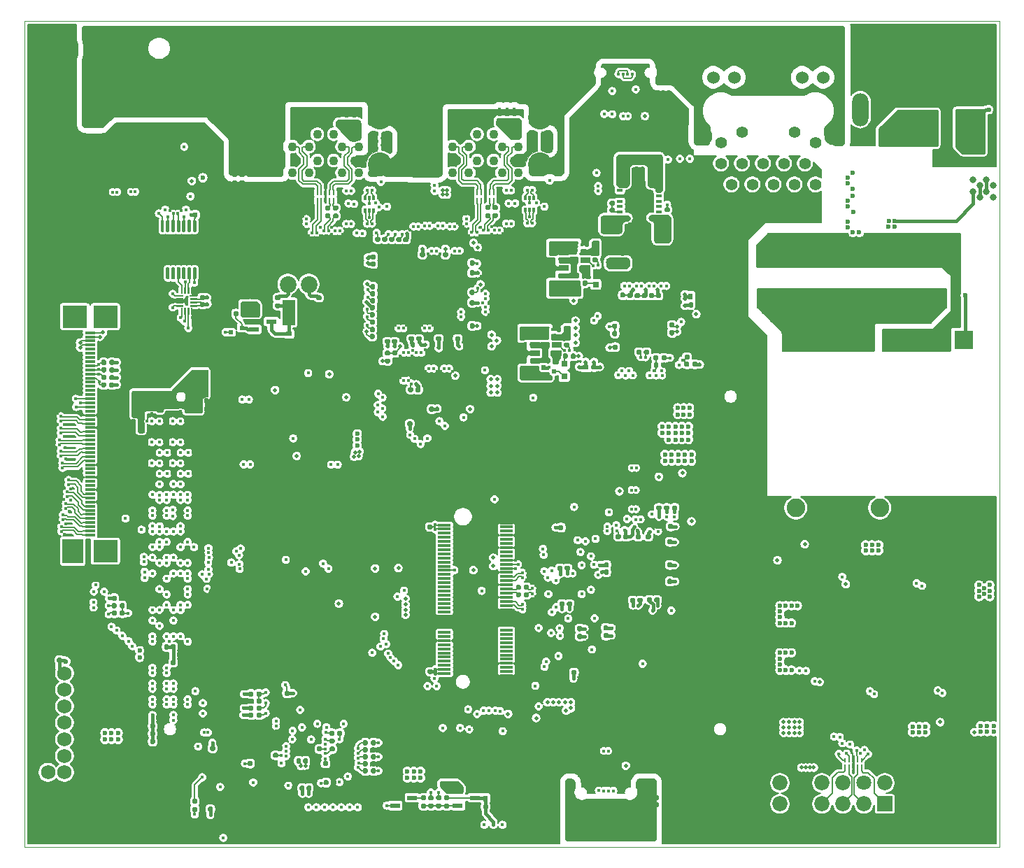
<source format=gbr>
%TF.GenerationSoftware,KiCad,Pcbnew,5.1.9+dfsg1-1*%
%TF.CreationDate,2022-05-04T16:16:05+02:00*%
%TF.ProjectId,kria-k26-devboard,6b726961-2d6b-4323-962d-646576626f61,rev?*%
%TF.SameCoordinates,Original*%
%TF.FileFunction,Copper,L8,Bot*%
%TF.FilePolarity,Positive*%
%FSLAX46Y46*%
G04 Gerber Fmt 4.6, Leading zero omitted, Abs format (unit mm)*
G04 Created by KiCad (PCBNEW 5.1.9+dfsg1-1) date 2022-05-04 16:16:05 commit c608b4a*
%MOMM*%
%LPD*%
G01*
G04 APERTURE LIST*
%TA.AperFunction,Profile*%
%ADD10C,0.100000*%
%TD*%
%TA.AperFunction,ComponentPad*%
%ADD11C,1.100000*%
%TD*%
%TA.AperFunction,ComponentPad*%
%ADD12C,2.900000*%
%TD*%
%TA.AperFunction,SMDPad,CuDef*%
%ADD13R,0.809600X1.905000*%
%TD*%
%TA.AperFunction,SMDPad,CuDef*%
%ADD14R,2.500000X3.000000*%
%TD*%
%TA.AperFunction,SMDPad,CuDef*%
%ADD15R,3.000000X2.700000*%
%TD*%
%TA.AperFunction,SMDPad,CuDef*%
%ADD16R,1.200000X0.300000*%
%TD*%
%TA.AperFunction,ComponentPad*%
%ADD17C,2.250000*%
%TD*%
%TA.AperFunction,ComponentPad*%
%ADD18R,2.250000X2.250000*%
%TD*%
%TA.AperFunction,SMDPad,CuDef*%
%ADD19R,0.800000X0.600000*%
%TD*%
%TA.AperFunction,SMDPad,CuDef*%
%ADD20R,1.200000X1.200000*%
%TD*%
%TA.AperFunction,SMDPad,CuDef*%
%ADD21R,0.600000X0.800000*%
%TD*%
%TA.AperFunction,SMDPad,CuDef*%
%ADD22R,1.520000X3.050000*%
%TD*%
%TA.AperFunction,SMDPad,CuDef*%
%ADD23R,0.800000X0.800000*%
%TD*%
%TA.AperFunction,ComponentPad*%
%ADD24O,4.500000X2.000000*%
%TD*%
%TA.AperFunction,ComponentPad*%
%ADD25O,1.990000X4.000000*%
%TD*%
%TA.AperFunction,ComponentPad*%
%ADD26O,4.000000X2.000000*%
%TD*%
%TA.AperFunction,ComponentPad*%
%ADD27R,1.840000X1.840000*%
%TD*%
%TA.AperFunction,ComponentPad*%
%ADD28C,1.840000*%
%TD*%
%TA.AperFunction,ComponentPad*%
%ADD29C,1.800000*%
%TD*%
%TA.AperFunction,SMDPad,CuDef*%
%ADD30R,1.300000X0.600000*%
%TD*%
%TA.AperFunction,ComponentPad*%
%ADD31C,6.000000*%
%TD*%
%TA.AperFunction,SMDPad,CuDef*%
%ADD32R,1.200000X0.700000*%
%TD*%
%TA.AperFunction,SMDPad,CuDef*%
%ADD33R,0.200000X0.565000*%
%TD*%
%TA.AperFunction,SMDPad,CuDef*%
%ADD34R,0.400000X0.565000*%
%TD*%
%TA.AperFunction,ComponentPad*%
%ADD35O,1.200000X2.400000*%
%TD*%
%TA.AperFunction,ComponentPad*%
%ADD36O,1.400000X2.800000*%
%TD*%
%TA.AperFunction,SMDPad,CuDef*%
%ADD37R,0.300000X0.600000*%
%TD*%
%TA.AperFunction,ComponentPad*%
%ADD38C,5.300000*%
%TD*%
%TA.AperFunction,SMDPad,CuDef*%
%ADD39R,1.550000X0.300000*%
%TD*%
%TA.AperFunction,SMDPad,CuDef*%
%ADD40R,2.750000X1.200000*%
%TD*%
%TA.AperFunction,ComponentPad*%
%ADD41C,1.750000*%
%TD*%
%TA.AperFunction,ComponentPad*%
%ADD42O,1.000000X2.000000*%
%TD*%
%TA.AperFunction,ComponentPad*%
%ADD43O,1.050000X2.100000*%
%TD*%
%TA.AperFunction,SMDPad,CuDef*%
%ADD44R,0.600000X0.500000*%
%TD*%
%TA.AperFunction,ComponentPad*%
%ADD45C,2.020000*%
%TD*%
%TA.AperFunction,ComponentPad*%
%ADD46C,1.397000*%
%TD*%
%TA.AperFunction,ComponentPad*%
%ADD47C,2.100000*%
%TD*%
%TA.AperFunction,ComponentPad*%
%ADD48C,2.108200*%
%TD*%
%TA.AperFunction,ComponentPad*%
%ADD49C,1.524000*%
%TD*%
%TA.AperFunction,SMDPad,CuDef*%
%ADD50R,1.400000X0.500000*%
%TD*%
%TA.AperFunction,SMDPad,CuDef*%
%ADD51R,0.700000X0.350000*%
%TD*%
%TA.AperFunction,SMDPad,CuDef*%
%ADD52C,0.100000*%
%TD*%
%TA.AperFunction,ViaPad*%
%ADD53C,0.450000*%
%TD*%
%TA.AperFunction,ViaPad*%
%ADD54C,0.600000*%
%TD*%
%TA.AperFunction,ViaPad*%
%ADD55C,0.800000*%
%TD*%
%TA.AperFunction,ViaPad*%
%ADD56C,0.400000*%
%TD*%
%TA.AperFunction,ViaPad*%
%ADD57C,0.500000*%
%TD*%
%TA.AperFunction,Conductor*%
%ADD58C,0.182000*%
%TD*%
%TA.AperFunction,Conductor*%
%ADD59C,0.400000*%
%TD*%
%TA.AperFunction,Conductor*%
%ADD60C,0.200000*%
%TD*%
%TA.AperFunction,Conductor*%
%ADD61C,0.178000*%
%TD*%
%TA.AperFunction,Conductor*%
%ADD62C,0.109000*%
%TD*%
%TA.AperFunction,Conductor*%
%ADD63C,0.100000*%
%TD*%
%TA.AperFunction,Conductor*%
%ADD64C,0.254000*%
%TD*%
%TA.AperFunction,Conductor*%
%ADD65C,0.500000*%
%TD*%
G04 APERTURE END LIST*
D10*
X74000000Y-152000000D02*
X74000000Y-52000000D01*
X74000000Y-52000000D02*
X192000000Y-52000000D01*
X192000000Y-52000000D02*
X192000000Y-152000000D01*
X192000000Y-152000000D02*
X74000000Y-152000000D01*
%TO.P,C74,1*%
%TO.N,/USB/USB3_TX_C_P*%
%TA.AperFunction,SMDPad,CuDef*%
G36*
G01*
X111447500Y-74358000D02*
X111792500Y-74358000D01*
G75*
G02*
X111940000Y-74505500I0J-147500D01*
G01*
X111940000Y-74800500D01*
G75*
G02*
X111792500Y-74948000I-147500J0D01*
G01*
X111447500Y-74948000D01*
G75*
G02*
X111300000Y-74800500I0J147500D01*
G01*
X111300000Y-74505500D01*
G75*
G02*
X111447500Y-74358000I147500J0D01*
G01*
G37*
%TD.AperFunction*%
%TO.P,C74,2*%
%TO.N,/USB/USB3_TX_P*%
%TA.AperFunction,SMDPad,CuDef*%
G36*
G01*
X111447500Y-75328000D02*
X111792500Y-75328000D01*
G75*
G02*
X111940000Y-75475500I0J-147500D01*
G01*
X111940000Y-75770500D01*
G75*
G02*
X111792500Y-75918000I-147500J0D01*
G01*
X111447500Y-75918000D01*
G75*
G02*
X111300000Y-75770500I0J147500D01*
G01*
X111300000Y-75475500D01*
G75*
G02*
X111447500Y-75328000I147500J0D01*
G01*
G37*
%TD.AperFunction*%
%TD*%
%TO.P,C73,2*%
%TO.N,/USB/USB3_TX_N*%
%TA.AperFunction,SMDPad,CuDef*%
G36*
G01*
X110502500Y-75323000D02*
X110847500Y-75323000D01*
G75*
G02*
X110995000Y-75470500I0J-147500D01*
G01*
X110995000Y-75765500D01*
G75*
G02*
X110847500Y-75913000I-147500J0D01*
G01*
X110502500Y-75913000D01*
G75*
G02*
X110355000Y-75765500I0J147500D01*
G01*
X110355000Y-75470500D01*
G75*
G02*
X110502500Y-75323000I147500J0D01*
G01*
G37*
%TD.AperFunction*%
%TO.P,C73,1*%
%TO.N,/USB/USB3_TX_C_N*%
%TA.AperFunction,SMDPad,CuDef*%
G36*
G01*
X110502500Y-74353000D02*
X110847500Y-74353000D01*
G75*
G02*
X110995000Y-74500500I0J-147500D01*
G01*
X110995000Y-74795500D01*
G75*
G02*
X110847500Y-74943000I-147500J0D01*
G01*
X110502500Y-74943000D01*
G75*
G02*
X110355000Y-74795500I0J147500D01*
G01*
X110355000Y-74500500D01*
G75*
G02*
X110502500Y-74353000I147500J0D01*
G01*
G37*
%TD.AperFunction*%
%TD*%
D11*
%TO.P,U17,1*%
%TO.N,/USB/USB1_VBUS*%
X133250000Y-65730000D03*
%TO.P,U17,2*%
%TO.N,/USB/USB1_TVS_N*%
X130750000Y-65730000D03*
%TO.P,U17,3*%
%TO.N,/USB/USB1_TVS_P*%
X128750000Y-65730000D03*
%TO.P,U17,4*%
%TO.N,GND*%
X126250000Y-65730000D03*
%TO.P,U17,13*%
X126250000Y-68930000D03*
%TO.P,U17,11*%
%TO.N,/USB/USB2_TVS_N*%
X130750000Y-68930000D03*
%TO.P,U17,12*%
%TO.N,/USB/USB2_TVS_P*%
X128750000Y-68930000D03*
%TO.P,U17,10*%
%TO.N,/USB/USB2_VBUS*%
X133250000Y-68930000D03*
%TO.P,U17,9*%
%TO.N,/USB/USB1_TX_C_P*%
X133750000Y-67230000D03*
%TO.P,U17,8*%
%TO.N,/USB/USB1_TX_C_N*%
X131750000Y-67230000D03*
%TO.P,U17,7*%
%TO.N,GND*%
X129750000Y-67230000D03*
%TO.P,U17,6*%
%TO.N,/USB/USB1_RX_P*%
X127750000Y-67230000D03*
%TO.P,U17,5*%
%TO.N,/USB/USB1_RX_N*%
X125750000Y-67230000D03*
%TO.P,U17,14*%
%TO.N,/USB/USB2_RX_N*%
X125750000Y-70430000D03*
%TO.P,U17,16*%
%TO.N,GND*%
X129750000Y-70430000D03*
%TO.P,U17,15*%
%TO.N,/USB/USB2_RX_P*%
X127750000Y-70430000D03*
%TO.P,U17,17*%
%TO.N,/USB/USB2_TX_C_N*%
X131750000Y-70430000D03*
%TO.P,U17,18*%
%TO.N,/USB/USB2_TX_C_P*%
X133750000Y-70430000D03*
D12*
%TO.P,U17,19*%
%TO.N,SH_UP*%
X136320000Y-63730000D03*
X136320000Y-69410000D03*
X123180000Y-69410000D03*
X123080000Y-63730000D03*
%TD*%
D13*
%TO.P,D26,1*%
%TO.N,/Power Supply/DC/DC conventers/DC_MAIN_BUS*%
X188472100Y-63950000D03*
%TO.P,D26,2*%
%TO.N,/Power Supply/DC Input/DC_IN*%
X183877900Y-63950000D03*
%TD*%
%TO.P,C226,1*%
%TO.N,/Power Supply/PoE/VDD_POE_IN*%
%TA.AperFunction,SMDPad,CuDef*%
G36*
G01*
X179525000Y-86400000D02*
X174625000Y-86400000D01*
G75*
G02*
X174375000Y-86150000I0J250000D01*
G01*
X174375000Y-84850000D01*
G75*
G02*
X174625000Y-84600000I250000J0D01*
G01*
X179525000Y-84600000D01*
G75*
G02*
X179775000Y-84850000I0J-250000D01*
G01*
X179775000Y-86150000D01*
G75*
G02*
X179525000Y-86400000I-250000J0D01*
G01*
G37*
%TD.AperFunction*%
%TO.P,C226,2*%
%TO.N,GNDD*%
%TA.AperFunction,SMDPad,CuDef*%
G36*
G01*
X179525000Y-81300000D02*
X174625000Y-81300000D01*
G75*
G02*
X174375000Y-81050000I0J250000D01*
G01*
X174375000Y-79750000D01*
G75*
G02*
X174625000Y-79500000I250000J0D01*
G01*
X179525000Y-79500000D01*
G75*
G02*
X179775000Y-79750000I0J-250000D01*
G01*
X179775000Y-81050000D01*
G75*
G02*
X179525000Y-81300000I-250000J0D01*
G01*
G37*
%TD.AperFunction*%
%TD*%
%TO.P,C225,1*%
%TO.N,/Power Supply/PoE/VDD_POE_IN*%
%TA.AperFunction,SMDPad,CuDef*%
G36*
G01*
X185325000Y-86400000D02*
X180425000Y-86400000D01*
G75*
G02*
X180175000Y-86150000I0J250000D01*
G01*
X180175000Y-84850000D01*
G75*
G02*
X180425000Y-84600000I250000J0D01*
G01*
X185325000Y-84600000D01*
G75*
G02*
X185575000Y-84850000I0J-250000D01*
G01*
X185575000Y-86150000D01*
G75*
G02*
X185325000Y-86400000I-250000J0D01*
G01*
G37*
%TD.AperFunction*%
%TO.P,C225,2*%
%TO.N,GNDD*%
%TA.AperFunction,SMDPad,CuDef*%
G36*
G01*
X185325000Y-81300000D02*
X180425000Y-81300000D01*
G75*
G02*
X180175000Y-81050000I0J250000D01*
G01*
X180175000Y-79750000D01*
G75*
G02*
X180425000Y-79500000I250000J0D01*
G01*
X185325000Y-79500000D01*
G75*
G02*
X185575000Y-79750000I0J-250000D01*
G01*
X185575000Y-81050000D01*
G75*
G02*
X185325000Y-81300000I-250000J0D01*
G01*
G37*
%TD.AperFunction*%
%TD*%
%TO.P,C224,1*%
%TO.N,/Power Supply/PoE/VDD_POE_IN*%
%TA.AperFunction,SMDPad,CuDef*%
G36*
G01*
X173625000Y-86400000D02*
X168725000Y-86400000D01*
G75*
G02*
X168475000Y-86150000I0J250000D01*
G01*
X168475000Y-84850000D01*
G75*
G02*
X168725000Y-84600000I250000J0D01*
G01*
X173625000Y-84600000D01*
G75*
G02*
X173875000Y-84850000I0J-250000D01*
G01*
X173875000Y-86150000D01*
G75*
G02*
X173625000Y-86400000I-250000J0D01*
G01*
G37*
%TD.AperFunction*%
%TO.P,C224,2*%
%TO.N,GNDD*%
%TA.AperFunction,SMDPad,CuDef*%
G36*
G01*
X173625000Y-81300000D02*
X168725000Y-81300000D01*
G75*
G02*
X168475000Y-81050000I0J250000D01*
G01*
X168475000Y-79750000D01*
G75*
G02*
X168725000Y-79500000I250000J0D01*
G01*
X173625000Y-79500000D01*
G75*
G02*
X173875000Y-79750000I0J-250000D01*
G01*
X173875000Y-81050000D01*
G75*
G02*
X173625000Y-81300000I-250000J0D01*
G01*
G37*
%TD.AperFunction*%
%TD*%
%TO.P,C188,1*%
%TO.N,/Power Supply/PoE/VDD_POE_IN*%
%TA.AperFunction,SMDPad,CuDef*%
G36*
G01*
X167725000Y-86400000D02*
X162825000Y-86400000D01*
G75*
G02*
X162575000Y-86150000I0J250000D01*
G01*
X162575000Y-84850000D01*
G75*
G02*
X162825000Y-84600000I250000J0D01*
G01*
X167725000Y-84600000D01*
G75*
G02*
X167975000Y-84850000I0J-250000D01*
G01*
X167975000Y-86150000D01*
G75*
G02*
X167725000Y-86400000I-250000J0D01*
G01*
G37*
%TD.AperFunction*%
%TO.P,C188,2*%
%TO.N,GNDD*%
%TA.AperFunction,SMDPad,CuDef*%
G36*
G01*
X167725000Y-81300000D02*
X162825000Y-81300000D01*
G75*
G02*
X162575000Y-81050000I0J250000D01*
G01*
X162575000Y-79750000D01*
G75*
G02*
X162825000Y-79500000I250000J0D01*
G01*
X167725000Y-79500000D01*
G75*
G02*
X167975000Y-79750000I0J-250000D01*
G01*
X167975000Y-81050000D01*
G75*
G02*
X167725000Y-81300000I-250000J0D01*
G01*
G37*
%TD.AperFunction*%
%TD*%
D14*
%TO.P,J3,~*%
%TO.N,N/C*%
X79800000Y-116200000D03*
D15*
X83750000Y-116200000D03*
X83750000Y-87800000D03*
X80050000Y-87800000D03*
D16*
%TO.P,J3,50*%
%TO.N,SOM_5V0*%
X81900000Y-89750000D03*
%TO.P,J3,49*%
X81900000Y-90250000D03*
%TO.P,J3,48*%
%TO.N,PL_3V3*%
X81900000Y-90750000D03*
%TO.P,J3,47*%
X81900000Y-91250000D03*
%TO.P,J3,46*%
%TO.N,N/C*%
X81900000Y-91750000D03*
%TO.P,J3,45*%
X81900000Y-92250000D03*
%TO.P,J3,44*%
X81900000Y-92750000D03*
%TO.P,J3,43*%
X81900000Y-93250000D03*
%TO.P,J3,42*%
%TO.N,/Camera interface/CCI1_I2C_SCL_3V3*%
X81900000Y-93750000D03*
%TO.P,J3,41*%
%TO.N,/Camera interface/CCI1_I2C_SDA_3V3*%
X81900000Y-94250000D03*
%TO.P,J3,40*%
%TO.N,/Camera interface/CCI0_I2C_SCL_3V3*%
X81900000Y-94750000D03*
%TO.P,J3,39*%
%TO.N,/Camera interface/CCI0_I2C_SDA_3V3*%
X81900000Y-95250000D03*
%TO.P,J3,38*%
%TO.N,N/C*%
X81900000Y-95750000D03*
%TO.P,J3,37*%
X81900000Y-96250000D03*
%TO.P,J3,36*%
X81900000Y-96750000D03*
%TO.P,J3,35*%
X81900000Y-97250000D03*
%TO.P,J3,34*%
%TO.N,/Camera interface/CAM1_VSYNC*%
X81900000Y-97750000D03*
%TO.P,J3,33*%
%TO.N,/Camera interface/CAM0_RST*%
X81900000Y-98250000D03*
%TO.P,J3,32*%
%TO.N,/Camera interface/CAM0_VSYNC*%
X81900000Y-98750000D03*
%TO.P,J3,31*%
%TO.N,N/C*%
X81900000Y-99250000D03*
%TO.P,J3,30*%
%TO.N,GND*%
X81900000Y-99750000D03*
%TO.P,J3,29*%
%TO.N,/Camera interface/HPA05_CC_P*%
X81900000Y-100250000D03*
%TO.P,J3,28*%
%TO.N,/Camera interface/HPA05_CC_N*%
X81900000Y-100750000D03*
%TO.P,J3,27*%
%TO.N,GND*%
X81900000Y-101250000D03*
%TO.P,J3,26*%
%TO.N,/Camera interface/HPA06_P*%
X81900000Y-101750000D03*
%TO.P,J3,25*%
%TO.N,/Camera interface/HPA06_N*%
X81900000Y-102250000D03*
%TO.P,J3,24*%
%TO.N,/Camera interface/HPA07_P*%
X81900000Y-102750000D03*
%TO.P,J3,23*%
%TO.N,/Camera interface/HPA07_N*%
X81900000Y-103250000D03*
%TO.P,J3,22*%
%TO.N,/Camera interface/HPA08_P*%
X81900000Y-103750000D03*
%TO.P,J3,21*%
%TO.N,/Camera interface/HPA08_N*%
X81900000Y-104250000D03*
%TO.P,J3,20*%
%TO.N,/Camera interface/HPA09_P*%
X81900000Y-104750000D03*
%TO.P,J3,19*%
%TO.N,/Camera interface/HPA09_N*%
X81900000Y-105250000D03*
%TO.P,J3,18*%
%TO.N,GND*%
X81900000Y-105750000D03*
%TO.P,J3,17*%
%TO.N,N/C*%
X81900000Y-106250000D03*
%TO.P,J3,16*%
X81900000Y-106750000D03*
%TO.P,J3,15*%
%TO.N,GND*%
X81900000Y-107250000D03*
%TO.P,J3,14*%
%TO.N,N/C*%
X81900000Y-107750000D03*
%TO.P,J3,13*%
X81900000Y-108250000D03*
%TO.P,J3,12*%
%TO.N,GND*%
X81900000Y-108750000D03*
%TO.P,J3,11*%
%TO.N,/Camera interface/HPA00_CC_P*%
X81900000Y-109250000D03*
%TO.P,J3,10*%
%TO.N,/Camera interface/HPA00_CC_N*%
X81900000Y-109750000D03*
%TO.P,J3,9*%
%TO.N,GND*%
X81900000Y-110250000D03*
%TO.P,J3,8*%
%TO.N,/Camera interface/HPA01_P*%
X81900000Y-110750000D03*
%TO.P,J3,7*%
%TO.N,/Camera interface/HPA01_N*%
X81900000Y-111250000D03*
%TO.P,J3,6*%
%TO.N,/Camera interface/HPA02_P*%
X81900000Y-111750000D03*
%TO.P,J3,5*%
%TO.N,/Camera interface/HPA02_N*%
X81900000Y-112250000D03*
%TO.P,J3,4*%
%TO.N,/Camera interface/HPA03_P*%
X81900000Y-112750000D03*
%TO.P,J3,3*%
%TO.N,/Camera interface/HPA03_N*%
X81900000Y-113250000D03*
%TO.P,J3,2*%
%TO.N,/Camera interface/HPA04_P*%
X81900000Y-113750000D03*
%TO.P,J3,1*%
%TO.N,/Camera interface/HPA04_N*%
X81900000Y-114250000D03*
%TD*%
%TO.P,R44,2*%
%TO.N,GND*%
%TA.AperFunction,SMDPad,CuDef*%
G36*
G01*
X127460000Y-84707500D02*
X127460000Y-85052500D01*
G75*
G02*
X127312500Y-85200000I-147500J0D01*
G01*
X127017500Y-85200000D01*
G75*
G02*
X126870000Y-85052500I0J147500D01*
G01*
X126870000Y-84707500D01*
G75*
G02*
X127017500Y-84560000I147500J0D01*
G01*
X127312500Y-84560000D01*
G75*
G02*
X127460000Y-84707500I0J-147500D01*
G01*
G37*
%TD.AperFunction*%
%TO.P,R44,1*%
%TO.N,Net-(R44-Pad1)*%
%TA.AperFunction,SMDPad,CuDef*%
G36*
G01*
X128430000Y-84707500D02*
X128430000Y-85052500D01*
G75*
G02*
X128282500Y-85200000I-147500J0D01*
G01*
X127987500Y-85200000D01*
G75*
G02*
X127840000Y-85052500I0J147500D01*
G01*
X127840000Y-84707500D01*
G75*
G02*
X127987500Y-84560000I147500J0D01*
G01*
X128282500Y-84560000D01*
G75*
G02*
X128430000Y-84707500I0J-147500D01*
G01*
G37*
%TD.AperFunction*%
%TD*%
%TO.P,R43,2*%
%TO.N,GND*%
%TA.AperFunction,SMDPad,CuDef*%
G36*
G01*
X100127500Y-71290000D02*
X100472500Y-71290000D01*
G75*
G02*
X100620000Y-71437500I0J-147500D01*
G01*
X100620000Y-71732500D01*
G75*
G02*
X100472500Y-71880000I-147500J0D01*
G01*
X100127500Y-71880000D01*
G75*
G02*
X99980000Y-71732500I0J147500D01*
G01*
X99980000Y-71437500D01*
G75*
G02*
X100127500Y-71290000I147500J0D01*
G01*
G37*
%TD.AperFunction*%
%TO.P,R43,1*%
%TO.N,SH_UP*%
%TA.AperFunction,SMDPad,CuDef*%
G36*
G01*
X100127500Y-70320000D02*
X100472500Y-70320000D01*
G75*
G02*
X100620000Y-70467500I0J-147500D01*
G01*
X100620000Y-70762500D01*
G75*
G02*
X100472500Y-70910000I-147500J0D01*
G01*
X100127500Y-70910000D01*
G75*
G02*
X99980000Y-70762500I0J147500D01*
G01*
X99980000Y-70467500D01*
G75*
G02*
X100127500Y-70320000I147500J0D01*
G01*
G37*
%TD.AperFunction*%
%TD*%
%TO.P,R12,2*%
%TO.N,GND*%
%TA.AperFunction,SMDPad,CuDef*%
G36*
G01*
X151119289Y-147060368D02*
X151119289Y-146715368D01*
G75*
G02*
X151266789Y-146567868I147500J0D01*
G01*
X151561789Y-146567868D01*
G75*
G02*
X151709289Y-146715368I0J-147500D01*
G01*
X151709289Y-147060368D01*
G75*
G02*
X151561789Y-147207868I-147500J0D01*
G01*
X151266789Y-147207868D01*
G75*
G02*
X151119289Y-147060368I0J147500D01*
G01*
G37*
%TD.AperFunction*%
%TO.P,R12,1*%
%TO.N,SH_DOWN*%
%TA.AperFunction,SMDPad,CuDef*%
G36*
G01*
X150149289Y-147060368D02*
X150149289Y-146715368D01*
G75*
G02*
X150296789Y-146567868I147500J0D01*
G01*
X150591789Y-146567868D01*
G75*
G02*
X150739289Y-146715368I0J-147500D01*
G01*
X150739289Y-147060368D01*
G75*
G02*
X150591789Y-147207868I-147500J0D01*
G01*
X150296789Y-147207868D01*
G75*
G02*
X150149289Y-147060368I0J147500D01*
G01*
G37*
%TD.AperFunction*%
%TD*%
%TO.P,C72,2*%
%TO.N,GND*%
%TA.AperFunction,SMDPad,CuDef*%
G36*
G01*
X99227500Y-71290000D02*
X99572500Y-71290000D01*
G75*
G02*
X99720000Y-71437500I0J-147500D01*
G01*
X99720000Y-71732500D01*
G75*
G02*
X99572500Y-71880000I-147500J0D01*
G01*
X99227500Y-71880000D01*
G75*
G02*
X99080000Y-71732500I0J147500D01*
G01*
X99080000Y-71437500D01*
G75*
G02*
X99227500Y-71290000I147500J0D01*
G01*
G37*
%TD.AperFunction*%
%TO.P,C72,1*%
%TO.N,SH_UP*%
%TA.AperFunction,SMDPad,CuDef*%
G36*
G01*
X99227500Y-70320000D02*
X99572500Y-70320000D01*
G75*
G02*
X99720000Y-70467500I0J-147500D01*
G01*
X99720000Y-70762500D01*
G75*
G02*
X99572500Y-70910000I-147500J0D01*
G01*
X99227500Y-70910000D01*
G75*
G02*
X99080000Y-70762500I0J147500D01*
G01*
X99080000Y-70467500D01*
G75*
G02*
X99227500Y-70320000I147500J0D01*
G01*
G37*
%TD.AperFunction*%
%TD*%
%TO.P,C62,2*%
%TO.N,GND*%
%TA.AperFunction,SMDPad,CuDef*%
G36*
G01*
X151119289Y-146210367D02*
X151119289Y-145865367D01*
G75*
G02*
X151266789Y-145717867I147500J0D01*
G01*
X151561789Y-145717867D01*
G75*
G02*
X151709289Y-145865367I0J-147500D01*
G01*
X151709289Y-146210367D01*
G75*
G02*
X151561789Y-146357867I-147500J0D01*
G01*
X151266789Y-146357867D01*
G75*
G02*
X151119289Y-146210367I0J147500D01*
G01*
G37*
%TD.AperFunction*%
%TO.P,C62,1*%
%TO.N,SH_DOWN*%
%TA.AperFunction,SMDPad,CuDef*%
G36*
G01*
X150149289Y-146210367D02*
X150149289Y-145865367D01*
G75*
G02*
X150296789Y-145717867I147500J0D01*
G01*
X150591789Y-145717867D01*
G75*
G02*
X150739289Y-145865367I0J-147500D01*
G01*
X150739289Y-146210367D01*
G75*
G02*
X150591789Y-146357867I-147500J0D01*
G01*
X150296789Y-146357867D01*
G75*
G02*
X150149289Y-146210367I0J147500D01*
G01*
G37*
%TD.AperFunction*%
%TD*%
D17*
%TO.P,PS1,6*%
%TO.N,GND*%
X187660000Y-110960000D03*
%TO.P,PS1,5*%
%TO.N,N/C*%
X177500000Y-110960000D03*
%TO.P,PS1,4*%
%TO.N,/Power Supply/PoE/POE_12V*%
X167340000Y-110960000D03*
%TO.P,PS1,3*%
%TO.N,/Power Supply/PoE/VDD_POE_IN*%
X174960000Y-90640000D03*
%TO.P,PS1,2*%
%TO.N,GNDD*%
X180040000Y-90640000D03*
D18*
%TO.P,PS1,1*%
%TO.N,/Power Supply/PoE/POE_ACTIVE*%
X187660000Y-90640000D03*
%TD*%
D19*
%TO.P,C81,1*%
%TO.N,PS_2V5*%
X145335965Y-81170911D03*
%TO.P,C81,2*%
%TO.N,GND*%
X145335965Y-79770911D03*
%TD*%
%TO.P,C82,2*%
%TO.N,GND*%
%TA.AperFunction,SMDPad,CuDef*%
G36*
G01*
X155289999Y-86572500D02*
X155289999Y-86227500D01*
G75*
G02*
X155437499Y-86080000I147500J0D01*
G01*
X155732499Y-86080000D01*
G75*
G02*
X155879999Y-86227500I0J-147500D01*
G01*
X155879999Y-86572500D01*
G75*
G02*
X155732499Y-86720000I-147500J0D01*
G01*
X155437499Y-86720000D01*
G75*
G02*
X155289999Y-86572500I0J147500D01*
G01*
G37*
%TD.AperFunction*%
%TO.P,C82,1*%
%TO.N,PS_1V8*%
%TA.AperFunction,SMDPad,CuDef*%
G36*
G01*
X154319999Y-86572500D02*
X154319999Y-86227500D01*
G75*
G02*
X154467499Y-86080000I147500J0D01*
G01*
X154762499Y-86080000D01*
G75*
G02*
X154909999Y-86227500I0J-147500D01*
G01*
X154909999Y-86572500D01*
G75*
G02*
X154762499Y-86720000I-147500J0D01*
G01*
X154467499Y-86720000D01*
G75*
G02*
X154319999Y-86572500I0J147500D01*
G01*
G37*
%TD.AperFunction*%
%TD*%
%TO.P,C83,2*%
%TO.N,GND*%
%TA.AperFunction,SMDPad,CuDef*%
G36*
G01*
X146522500Y-80435000D02*
X146177500Y-80435000D01*
G75*
G02*
X146030000Y-80287500I0J147500D01*
G01*
X146030000Y-79992500D01*
G75*
G02*
X146177500Y-79845000I147500J0D01*
G01*
X146522500Y-79845000D01*
G75*
G02*
X146670000Y-79992500I0J-147500D01*
G01*
X146670000Y-80287500D01*
G75*
G02*
X146522500Y-80435000I-147500J0D01*
G01*
G37*
%TD.AperFunction*%
%TO.P,C83,1*%
%TO.N,PS_2V5*%
%TA.AperFunction,SMDPad,CuDef*%
G36*
G01*
X146522500Y-81405000D02*
X146177500Y-81405000D01*
G75*
G02*
X146030000Y-81257500I0J147500D01*
G01*
X146030000Y-80962500D01*
G75*
G02*
X146177500Y-80815000I147500J0D01*
G01*
X146522500Y-80815000D01*
G75*
G02*
X146670000Y-80962500I0J-147500D01*
G01*
X146670000Y-81257500D01*
G75*
G02*
X146522500Y-81405000I-147500J0D01*
G01*
G37*
%TD.AperFunction*%
%TD*%
%TO.P,C84,2*%
%TO.N,GND*%
%TA.AperFunction,SMDPad,CuDef*%
G36*
G01*
X146085911Y-89136535D02*
X146085911Y-88791535D01*
G75*
G02*
X146233411Y-88644035I147500J0D01*
G01*
X146528411Y-88644035D01*
G75*
G02*
X146675911Y-88791535I0J-147500D01*
G01*
X146675911Y-89136535D01*
G75*
G02*
X146528411Y-89284035I-147500J0D01*
G01*
X146233411Y-89284035D01*
G75*
G02*
X146085911Y-89136535I0J147500D01*
G01*
G37*
%TD.AperFunction*%
%TO.P,C84,1*%
%TO.N,PS_1V8*%
%TA.AperFunction,SMDPad,CuDef*%
G36*
G01*
X145115911Y-89136535D02*
X145115911Y-88791535D01*
G75*
G02*
X145263411Y-88644035I147500J0D01*
G01*
X145558411Y-88644035D01*
G75*
G02*
X145705911Y-88791535I0J-147500D01*
G01*
X145705911Y-89136535D01*
G75*
G02*
X145558411Y-89284035I-147500J0D01*
G01*
X145263411Y-89284035D01*
G75*
G02*
X145115911Y-89136535I0J147500D01*
G01*
G37*
%TD.AperFunction*%
%TD*%
%TO.P,C85,2*%
%TO.N,GND*%
%TA.AperFunction,SMDPad,CuDef*%
G36*
G01*
X148518411Y-91424035D02*
X148173411Y-91424035D01*
G75*
G02*
X148025911Y-91276535I0J147500D01*
G01*
X148025911Y-90981535D01*
G75*
G02*
X148173411Y-90834035I147500J0D01*
G01*
X148518411Y-90834035D01*
G75*
G02*
X148665911Y-90981535I0J-147500D01*
G01*
X148665911Y-91276535D01*
G75*
G02*
X148518411Y-91424035I-147500J0D01*
G01*
G37*
%TD.AperFunction*%
%TO.P,C85,1*%
%TO.N,PS_1V8*%
%TA.AperFunction,SMDPad,CuDef*%
G36*
G01*
X148518411Y-92394035D02*
X148173411Y-92394035D01*
G75*
G02*
X148025911Y-92246535I0J147500D01*
G01*
X148025911Y-91951535D01*
G75*
G02*
X148173411Y-91804035I147500J0D01*
G01*
X148518411Y-91804035D01*
G75*
G02*
X148665911Y-91951535I0J-147500D01*
G01*
X148665911Y-92246535D01*
G75*
G02*
X148518411Y-92394035I-147500J0D01*
G01*
G37*
%TD.AperFunction*%
%TD*%
%TO.P,C86,2*%
%TO.N,GND*%
%TA.AperFunction,SMDPad,CuDef*%
G36*
G01*
X151655911Y-89591535D02*
X151655911Y-89936535D01*
G75*
G02*
X151508411Y-90084035I-147500J0D01*
G01*
X151213411Y-90084035D01*
G75*
G02*
X151065911Y-89936535I0J147500D01*
G01*
X151065911Y-89591535D01*
G75*
G02*
X151213411Y-89444035I147500J0D01*
G01*
X151508411Y-89444035D01*
G75*
G02*
X151655911Y-89591535I0J-147500D01*
G01*
G37*
%TD.AperFunction*%
%TO.P,C86,1*%
%TO.N,PS_1V8*%
%TA.AperFunction,SMDPad,CuDef*%
G36*
G01*
X152625911Y-89591535D02*
X152625911Y-89936535D01*
G75*
G02*
X152478411Y-90084035I-147500J0D01*
G01*
X152183411Y-90084035D01*
G75*
G02*
X152035911Y-89936535I0J147500D01*
G01*
X152035911Y-89591535D01*
G75*
G02*
X152183411Y-89444035I147500J0D01*
G01*
X152478411Y-89444035D01*
G75*
G02*
X152625911Y-89591535I0J-147500D01*
G01*
G37*
%TD.AperFunction*%
%TD*%
%TO.P,C87,2*%
%TO.N,GND*%
%TA.AperFunction,SMDPad,CuDef*%
G36*
G01*
X146210848Y-85881674D02*
X146555848Y-85881674D01*
G75*
G02*
X146703348Y-86029174I0J-147500D01*
G01*
X146703348Y-86324174D01*
G75*
G02*
X146555848Y-86471674I-147500J0D01*
G01*
X146210848Y-86471674D01*
G75*
G02*
X146063348Y-86324174I0J147500D01*
G01*
X146063348Y-86029174D01*
G75*
G02*
X146210848Y-85881674I147500J0D01*
G01*
G37*
%TD.AperFunction*%
%TO.P,C87,1*%
%TO.N,PS_2V5*%
%TA.AperFunction,SMDPad,CuDef*%
G36*
G01*
X146210848Y-84911674D02*
X146555848Y-84911674D01*
G75*
G02*
X146703348Y-85059174I0J-147500D01*
G01*
X146703348Y-85354174D01*
G75*
G02*
X146555848Y-85501674I-147500J0D01*
G01*
X146210848Y-85501674D01*
G75*
G02*
X146063348Y-85354174I0J147500D01*
G01*
X146063348Y-85059174D01*
G75*
G02*
X146210848Y-84911674I147500J0D01*
G01*
G37*
%TD.AperFunction*%
%TD*%
%TO.P,C88,2*%
%TO.N,GND*%
%TA.AperFunction,SMDPad,CuDef*%
G36*
G01*
X149675671Y-85952385D02*
X150020671Y-85952385D01*
G75*
G02*
X150168171Y-86099885I0J-147500D01*
G01*
X150168171Y-86394885D01*
G75*
G02*
X150020671Y-86542385I-147500J0D01*
G01*
X149675671Y-86542385D01*
G75*
G02*
X149528171Y-86394885I0J147500D01*
G01*
X149528171Y-86099885D01*
G75*
G02*
X149675671Y-85952385I147500J0D01*
G01*
G37*
%TD.AperFunction*%
%TO.P,C88,1*%
%TO.N,PS_2V5*%
%TA.AperFunction,SMDPad,CuDef*%
G36*
G01*
X149675671Y-84982385D02*
X150020671Y-84982385D01*
G75*
G02*
X150168171Y-85129885I0J-147500D01*
G01*
X150168171Y-85424885D01*
G75*
G02*
X150020671Y-85572385I-147500J0D01*
G01*
X149675671Y-85572385D01*
G75*
G02*
X149528171Y-85424885I0J147500D01*
G01*
X149528171Y-85129885D01*
G75*
G02*
X149675671Y-84982385I147500J0D01*
G01*
G37*
%TD.AperFunction*%
%TD*%
%TO.P,C89,2*%
%TO.N,GND*%
%TA.AperFunction,SMDPad,CuDef*%
G36*
G01*
X146078373Y-90036104D02*
X146078373Y-89691104D01*
G75*
G02*
X146225873Y-89543604I147500J0D01*
G01*
X146520873Y-89543604D01*
G75*
G02*
X146668373Y-89691104I0J-147500D01*
G01*
X146668373Y-90036104D01*
G75*
G02*
X146520873Y-90183604I-147500J0D01*
G01*
X146225873Y-90183604D01*
G75*
G02*
X146078373Y-90036104I0J147500D01*
G01*
G37*
%TD.AperFunction*%
%TO.P,C89,1*%
%TO.N,PS_1V8*%
%TA.AperFunction,SMDPad,CuDef*%
G36*
G01*
X145108373Y-90036104D02*
X145108373Y-89691104D01*
G75*
G02*
X145255873Y-89543604I147500J0D01*
G01*
X145550873Y-89543604D01*
G75*
G02*
X145698373Y-89691104I0J-147500D01*
G01*
X145698373Y-90036104D01*
G75*
G02*
X145550873Y-90183604I-147500J0D01*
G01*
X145255873Y-90183604D01*
G75*
G02*
X145108373Y-90036104I0J147500D01*
G01*
G37*
%TD.AperFunction*%
%TD*%
%TO.P,C93,2*%
%TO.N,GND*%
%TA.AperFunction,SMDPad,CuDef*%
G36*
G01*
X150524199Y-85952385D02*
X150869199Y-85952385D01*
G75*
G02*
X151016699Y-86099885I0J-147500D01*
G01*
X151016699Y-86394885D01*
G75*
G02*
X150869199Y-86542385I-147500J0D01*
G01*
X150524199Y-86542385D01*
G75*
G02*
X150376699Y-86394885I0J147500D01*
G01*
X150376699Y-86099885D01*
G75*
G02*
X150524199Y-85952385I147500J0D01*
G01*
G37*
%TD.AperFunction*%
%TO.P,C93,1*%
%TO.N,PS_2V5*%
%TA.AperFunction,SMDPad,CuDef*%
G36*
G01*
X150524199Y-84982385D02*
X150869199Y-84982385D01*
G75*
G02*
X151016699Y-85129885I0J-147500D01*
G01*
X151016699Y-85424885D01*
G75*
G02*
X150869199Y-85572385I-147500J0D01*
G01*
X150524199Y-85572385D01*
G75*
G02*
X150376699Y-85424885I0J147500D01*
G01*
X150376699Y-85129885D01*
G75*
G02*
X150524199Y-84982385I147500J0D01*
G01*
G37*
%TD.AperFunction*%
%TD*%
%TO.P,C94,2*%
%TO.N,GND*%
%TA.AperFunction,SMDPad,CuDef*%
G36*
G01*
X148827143Y-85952385D02*
X149172143Y-85952385D01*
G75*
G02*
X149319643Y-86099885I0J-147500D01*
G01*
X149319643Y-86394885D01*
G75*
G02*
X149172143Y-86542385I-147500J0D01*
G01*
X148827143Y-86542385D01*
G75*
G02*
X148679643Y-86394885I0J147500D01*
G01*
X148679643Y-86099885D01*
G75*
G02*
X148827143Y-85952385I147500J0D01*
G01*
G37*
%TD.AperFunction*%
%TO.P,C94,1*%
%TO.N,PS_1V0*%
%TA.AperFunction,SMDPad,CuDef*%
G36*
G01*
X148827143Y-84982385D02*
X149172143Y-84982385D01*
G75*
G02*
X149319643Y-85129885I0J-147500D01*
G01*
X149319643Y-85424885D01*
G75*
G02*
X149172143Y-85572385I-147500J0D01*
G01*
X148827143Y-85572385D01*
G75*
G02*
X148679643Y-85424885I0J147500D01*
G01*
X148679643Y-85129885D01*
G75*
G02*
X148827143Y-84982385I147500J0D01*
G01*
G37*
%TD.AperFunction*%
%TD*%
%TO.P,C98,2*%
%TO.N,GND*%
%TA.AperFunction,SMDPad,CuDef*%
G36*
G01*
X147978615Y-85952385D02*
X148323615Y-85952385D01*
G75*
G02*
X148471115Y-86099885I0J-147500D01*
G01*
X148471115Y-86394885D01*
G75*
G02*
X148323615Y-86542385I-147500J0D01*
G01*
X147978615Y-86542385D01*
G75*
G02*
X147831115Y-86394885I0J147500D01*
G01*
X147831115Y-86099885D01*
G75*
G02*
X147978615Y-85952385I147500J0D01*
G01*
G37*
%TD.AperFunction*%
%TO.P,C98,1*%
%TO.N,PS_1V0*%
%TA.AperFunction,SMDPad,CuDef*%
G36*
G01*
X147978615Y-84982385D02*
X148323615Y-84982385D01*
G75*
G02*
X148471115Y-85129885I0J-147500D01*
G01*
X148471115Y-85424885D01*
G75*
G02*
X148323615Y-85572385I-147500J0D01*
G01*
X147978615Y-85572385D01*
G75*
G02*
X147831115Y-85424885I0J147500D01*
G01*
X147831115Y-85129885D01*
G75*
G02*
X147978615Y-84982385I147500J0D01*
G01*
G37*
%TD.AperFunction*%
%TD*%
%TO.P,C99,2*%
%TO.N,GND*%
%TA.AperFunction,SMDPad,CuDef*%
G36*
G01*
X146135910Y-91686535D02*
X146135910Y-91341535D01*
G75*
G02*
X146283410Y-91194035I147500J0D01*
G01*
X146578410Y-91194035D01*
G75*
G02*
X146725910Y-91341535I0J-147500D01*
G01*
X146725910Y-91686535D01*
G75*
G02*
X146578410Y-91834035I-147500J0D01*
G01*
X146283410Y-91834035D01*
G75*
G02*
X146135910Y-91686535I0J147500D01*
G01*
G37*
%TD.AperFunction*%
%TO.P,C99,1*%
%TO.N,PS_1V0*%
%TA.AperFunction,SMDPad,CuDef*%
G36*
G01*
X145165910Y-91686535D02*
X145165910Y-91341535D01*
G75*
G02*
X145313410Y-91194035I147500J0D01*
G01*
X145608410Y-91194035D01*
G75*
G02*
X145755910Y-91341535I0J-147500D01*
G01*
X145755910Y-91686535D01*
G75*
G02*
X145608410Y-91834035I-147500J0D01*
G01*
X145313410Y-91834035D01*
G75*
G02*
X145165910Y-91686535I0J147500D01*
G01*
G37*
%TD.AperFunction*%
%TD*%
%TO.P,C100,2*%
%TO.N,GND*%
%TA.AperFunction,SMDPad,CuDef*%
G36*
G01*
X149418411Y-91424035D02*
X149073411Y-91424035D01*
G75*
G02*
X148925911Y-91276535I0J147500D01*
G01*
X148925911Y-90981535D01*
G75*
G02*
X149073411Y-90834035I147500J0D01*
G01*
X149418411Y-90834035D01*
G75*
G02*
X149565911Y-90981535I0J-147500D01*
G01*
X149565911Y-91276535D01*
G75*
G02*
X149418411Y-91424035I-147500J0D01*
G01*
G37*
%TD.AperFunction*%
%TO.P,C100,1*%
%TO.N,PS_1V0*%
%TA.AperFunction,SMDPad,CuDef*%
G36*
G01*
X149418411Y-92394035D02*
X149073411Y-92394035D01*
G75*
G02*
X148925911Y-92246535I0J147500D01*
G01*
X148925911Y-91951535D01*
G75*
G02*
X149073411Y-91804035I147500J0D01*
G01*
X149418411Y-91804035D01*
G75*
G02*
X149565911Y-91951535I0J-147500D01*
G01*
X149565911Y-92246535D01*
G75*
G02*
X149418411Y-92394035I-147500J0D01*
G01*
G37*
%TD.AperFunction*%
%TD*%
%TO.P,C101,2*%
%TO.N,GND*%
%TA.AperFunction,SMDPad,CuDef*%
G36*
G01*
X151655911Y-88641535D02*
X151655911Y-88986535D01*
G75*
G02*
X151508411Y-89134035I-147500J0D01*
G01*
X151213411Y-89134035D01*
G75*
G02*
X151065911Y-88986535I0J147500D01*
G01*
X151065911Y-88641535D01*
G75*
G02*
X151213411Y-88494035I147500J0D01*
G01*
X151508411Y-88494035D01*
G75*
G02*
X151655911Y-88641535I0J-147500D01*
G01*
G37*
%TD.AperFunction*%
%TO.P,C101,1*%
%TO.N,PS_1V0*%
%TA.AperFunction,SMDPad,CuDef*%
G36*
G01*
X152625911Y-88641535D02*
X152625911Y-88986535D01*
G75*
G02*
X152478411Y-89134035I-147500J0D01*
G01*
X152183411Y-89134035D01*
G75*
G02*
X152035911Y-88986535I0J147500D01*
G01*
X152035911Y-88641535D01*
G75*
G02*
X152183411Y-88494035I147500J0D01*
G01*
X152478411Y-88494035D01*
G75*
G02*
X152625911Y-88641535I0J-147500D01*
G01*
G37*
%TD.AperFunction*%
%TD*%
%TO.P,C102,2*%
%TO.N,GND*%
%TA.AperFunction,SMDPad,CuDef*%
G36*
G01*
X142716535Y-94594089D02*
X143061535Y-94594089D01*
G75*
G02*
X143209035Y-94741589I0J-147500D01*
G01*
X143209035Y-95036589D01*
G75*
G02*
X143061535Y-95184089I-147500J0D01*
G01*
X142716535Y-95184089D01*
G75*
G02*
X142569035Y-95036589I0J147500D01*
G01*
X142569035Y-94741589D01*
G75*
G02*
X142716535Y-94594089I147500J0D01*
G01*
G37*
%TD.AperFunction*%
%TO.P,C102,1*%
%TO.N,PS_1V0*%
%TA.AperFunction,SMDPad,CuDef*%
G36*
G01*
X142716535Y-93624089D02*
X143061535Y-93624089D01*
G75*
G02*
X143209035Y-93771589I0J-147500D01*
G01*
X143209035Y-94066589D01*
G75*
G02*
X143061535Y-94214089I-147500J0D01*
G01*
X142716535Y-94214089D01*
G75*
G02*
X142569035Y-94066589I0J147500D01*
G01*
X142569035Y-93771589D01*
G75*
G02*
X142716535Y-93624089I147500J0D01*
G01*
G37*
%TD.AperFunction*%
%TD*%
%TO.P,C103,1*%
%TO.N,PS_1V0*%
X141904035Y-93969089D03*
%TO.P,C103,2*%
%TO.N,GND*%
X141904035Y-95369089D03*
%TD*%
%TO.P,C170,1*%
%TO.N,/Power Supply/DC/DC conventers/DC_MAIN_BUS*%
X137925000Y-79975001D03*
%TO.P,C170,2*%
%TO.N,GND*%
X137925000Y-81375001D03*
%TD*%
%TO.P,C175,2*%
%TO.N,Net-(C175-Pad2)*%
%TA.AperFunction,SMDPad,CuDef*%
G36*
G01*
X141505000Y-83022500D02*
X141505000Y-82677500D01*
G75*
G02*
X141652500Y-82530000I147500J0D01*
G01*
X141947500Y-82530000D01*
G75*
G02*
X142095000Y-82677500I0J-147500D01*
G01*
X142095000Y-83022500D01*
G75*
G02*
X141947500Y-83170000I-147500J0D01*
G01*
X141652500Y-83170000D01*
G75*
G02*
X141505000Y-83022500I0J147500D01*
G01*
G37*
%TD.AperFunction*%
%TO.P,C175,1*%
%TO.N,/Power Supply/DC/DC conventers/SW_PS_2V5*%
%TA.AperFunction,SMDPad,CuDef*%
G36*
G01*
X140535000Y-83022500D02*
X140535000Y-82677500D01*
G75*
G02*
X140682500Y-82530000I147500J0D01*
G01*
X140977500Y-82530000D01*
G75*
G02*
X141125000Y-82677500I0J-147500D01*
G01*
X141125000Y-83022500D01*
G75*
G02*
X140977500Y-83170000I-147500J0D01*
G01*
X140682500Y-83170000D01*
G75*
G02*
X140535000Y-83022500I0J147500D01*
G01*
G37*
%TD.AperFunction*%
%TD*%
%TO.P,C180,1*%
%TO.N,GND*%
X137900000Y-82850000D03*
%TO.P,C180,2*%
%TO.N,PS_2V5*%
X137900000Y-84250000D03*
%TD*%
%TO.P,C46,2*%
%TO.N,GND*%
%TA.AperFunction,SMDPad,CuDef*%
G36*
G01*
X127470000Y-85947500D02*
X127470000Y-86292500D01*
G75*
G02*
X127322500Y-86440000I-147500J0D01*
G01*
X127027500Y-86440000D01*
G75*
G02*
X126880000Y-86292500I0J147500D01*
G01*
X126880000Y-85947500D01*
G75*
G02*
X127027500Y-85800000I147500J0D01*
G01*
X127322500Y-85800000D01*
G75*
G02*
X127470000Y-85947500I0J-147500D01*
G01*
G37*
%TD.AperFunction*%
%TO.P,C46,1*%
%TO.N,PS_1V2*%
%TA.AperFunction,SMDPad,CuDef*%
G36*
G01*
X128440000Y-85947500D02*
X128440000Y-86292500D01*
G75*
G02*
X128292500Y-86440000I-147500J0D01*
G01*
X127997500Y-86440000D01*
G75*
G02*
X127850000Y-86292500I0J147500D01*
G01*
X127850000Y-85947500D01*
G75*
G02*
X127997500Y-85800000I147500J0D01*
G01*
X128292500Y-85800000D01*
G75*
G02*
X128440000Y-85947500I0J-147500D01*
G01*
G37*
%TD.AperFunction*%
%TD*%
%TO.P,C47,2*%
%TO.N,GND*%
%TA.AperFunction,SMDPad,CuDef*%
G36*
G01*
X119934441Y-79164860D02*
X120279441Y-79164860D01*
G75*
G02*
X120426941Y-79312360I0J-147500D01*
G01*
X120426941Y-79607360D01*
G75*
G02*
X120279441Y-79754860I-147500J0D01*
G01*
X119934441Y-79754860D01*
G75*
G02*
X119786941Y-79607360I0J147500D01*
G01*
X119786941Y-79312360D01*
G75*
G02*
X119934441Y-79164860I147500J0D01*
G01*
G37*
%TD.AperFunction*%
%TO.P,C47,1*%
%TO.N,PS_3V3*%
%TA.AperFunction,SMDPad,CuDef*%
G36*
G01*
X119934441Y-78194860D02*
X120279441Y-78194860D01*
G75*
G02*
X120426941Y-78342360I0J-147500D01*
G01*
X120426941Y-78637360D01*
G75*
G02*
X120279441Y-78784860I-147500J0D01*
G01*
X119934441Y-78784860D01*
G75*
G02*
X119786941Y-78637360I0J147500D01*
G01*
X119786941Y-78342360D01*
G75*
G02*
X119934441Y-78194860I147500J0D01*
G01*
G37*
%TD.AperFunction*%
%TD*%
%TO.P,C48,2*%
%TO.N,GND*%
%TA.AperFunction,SMDPad,CuDef*%
G36*
G01*
X127476942Y-82352362D02*
X127476942Y-82697362D01*
G75*
G02*
X127329442Y-82844862I-147500J0D01*
G01*
X127034442Y-82844862D01*
G75*
G02*
X126886942Y-82697362I0J147500D01*
G01*
X126886942Y-82352362D01*
G75*
G02*
X127034442Y-82204862I147500J0D01*
G01*
X127329442Y-82204862D01*
G75*
G02*
X127476942Y-82352362I0J-147500D01*
G01*
G37*
%TD.AperFunction*%
%TO.P,C48,1*%
%TO.N,PS_1V2*%
%TA.AperFunction,SMDPad,CuDef*%
G36*
G01*
X128446942Y-82352362D02*
X128446942Y-82697362D01*
G75*
G02*
X128299442Y-82844862I-147500J0D01*
G01*
X128004442Y-82844862D01*
G75*
G02*
X127856942Y-82697362I0J147500D01*
G01*
X127856942Y-82352362D01*
G75*
G02*
X128004442Y-82204862I147500J0D01*
G01*
X128299442Y-82204862D01*
G75*
G02*
X128446942Y-82352362I0J-147500D01*
G01*
G37*
%TD.AperFunction*%
%TD*%
%TO.P,C49,2*%
%TO.N,GND*%
%TA.AperFunction,SMDPad,CuDef*%
G36*
G01*
X116846942Y-80757360D02*
X116846942Y-80412360D01*
G75*
G02*
X116994442Y-80264860I147500J0D01*
G01*
X117289442Y-80264860D01*
G75*
G02*
X117436942Y-80412360I0J-147500D01*
G01*
X117436942Y-80757360D01*
G75*
G02*
X117289442Y-80904860I-147500J0D01*
G01*
X116994442Y-80904860D01*
G75*
G02*
X116846942Y-80757360I0J147500D01*
G01*
G37*
%TD.AperFunction*%
%TO.P,C49,1*%
%TO.N,PS_3V3*%
%TA.AperFunction,SMDPad,CuDef*%
G36*
G01*
X115876942Y-80757360D02*
X115876942Y-80412360D01*
G75*
G02*
X116024442Y-80264860I147500J0D01*
G01*
X116319442Y-80264860D01*
G75*
G02*
X116466942Y-80412360I0J-147500D01*
G01*
X116466942Y-80757360D01*
G75*
G02*
X116319442Y-80904860I-147500J0D01*
G01*
X116024442Y-80904860D01*
G75*
G02*
X115876942Y-80757360I0J147500D01*
G01*
G37*
%TD.AperFunction*%
%TD*%
%TO.P,C51,2*%
%TO.N,GND*%
%TA.AperFunction,SMDPad,CuDef*%
G36*
G01*
X124734441Y-80990000D02*
X125079441Y-80990000D01*
G75*
G02*
X125226941Y-81137500I0J-147500D01*
G01*
X125226941Y-81432500D01*
G75*
G02*
X125079441Y-81580000I-147500J0D01*
G01*
X124734441Y-81580000D01*
G75*
G02*
X124586941Y-81432500I0J147500D01*
G01*
X124586941Y-81137500D01*
G75*
G02*
X124734441Y-80990000I147500J0D01*
G01*
G37*
%TD.AperFunction*%
%TO.P,C51,1*%
%TO.N,PS_1V2*%
%TA.AperFunction,SMDPad,CuDef*%
G36*
G01*
X124734441Y-80020000D02*
X125079441Y-80020000D01*
G75*
G02*
X125226941Y-80167500I0J-147500D01*
G01*
X125226941Y-80462500D01*
G75*
G02*
X125079441Y-80610000I-147500J0D01*
G01*
X124734441Y-80610000D01*
G75*
G02*
X124586941Y-80462500I0J147500D01*
G01*
X124586941Y-80167500D01*
G75*
G02*
X124734441Y-80020000I147500J0D01*
G01*
G37*
%TD.AperFunction*%
%TD*%
%TO.P,C52,2*%
%TO.N,GND*%
%TA.AperFunction,SMDPad,CuDef*%
G36*
G01*
X116796942Y-84347361D02*
X116796942Y-84002361D01*
G75*
G02*
X116944442Y-83854861I147500J0D01*
G01*
X117239442Y-83854861D01*
G75*
G02*
X117386942Y-84002361I0J-147500D01*
G01*
X117386942Y-84347361D01*
G75*
G02*
X117239442Y-84494861I-147500J0D01*
G01*
X116944442Y-84494861D01*
G75*
G02*
X116796942Y-84347361I0J147500D01*
G01*
G37*
%TD.AperFunction*%
%TO.P,C52,1*%
%TO.N,PS_3V3*%
%TA.AperFunction,SMDPad,CuDef*%
G36*
G01*
X115826942Y-84347361D02*
X115826942Y-84002361D01*
G75*
G02*
X115974442Y-83854861I147500J0D01*
G01*
X116269442Y-83854861D01*
G75*
G02*
X116416942Y-84002361I0J-147500D01*
G01*
X116416942Y-84347361D01*
G75*
G02*
X116269442Y-84494861I-147500J0D01*
G01*
X115974442Y-84494861D01*
G75*
G02*
X115826942Y-84347361I0J147500D01*
G01*
G37*
%TD.AperFunction*%
%TD*%
%TO.P,C54,2*%
%TO.N,GND*%
%TA.AperFunction,SMDPad,CuDef*%
G36*
G01*
X121952500Y-80990000D02*
X122297500Y-80990000D01*
G75*
G02*
X122445000Y-81137500I0J-147500D01*
G01*
X122445000Y-81432500D01*
G75*
G02*
X122297500Y-81580000I-147500J0D01*
G01*
X121952500Y-81580000D01*
G75*
G02*
X121805000Y-81432500I0J147500D01*
G01*
X121805000Y-81137500D01*
G75*
G02*
X121952500Y-80990000I147500J0D01*
G01*
G37*
%TD.AperFunction*%
%TO.P,C54,1*%
%TO.N,PS_1V2*%
%TA.AperFunction,SMDPad,CuDef*%
G36*
G01*
X121952500Y-80020000D02*
X122297500Y-80020000D01*
G75*
G02*
X122445000Y-80167500I0J-147500D01*
G01*
X122445000Y-80462500D01*
G75*
G02*
X122297500Y-80610000I-147500J0D01*
G01*
X121952500Y-80610000D01*
G75*
G02*
X121805000Y-80462500I0J147500D01*
G01*
X121805000Y-80167500D01*
G75*
G02*
X121952500Y-80020000I147500J0D01*
G01*
G37*
%TD.AperFunction*%
%TD*%
%TO.P,C57,2*%
%TO.N,GND*%
%TA.AperFunction,SMDPad,CuDef*%
G36*
G01*
X116846942Y-81607361D02*
X116846942Y-81262361D01*
G75*
G02*
X116994442Y-81114861I147500J0D01*
G01*
X117289442Y-81114861D01*
G75*
G02*
X117436942Y-81262361I0J-147500D01*
G01*
X117436942Y-81607361D01*
G75*
G02*
X117289442Y-81754861I-147500J0D01*
G01*
X116994442Y-81754861D01*
G75*
G02*
X116846942Y-81607361I0J147500D01*
G01*
G37*
%TD.AperFunction*%
%TO.P,C57,1*%
%TO.N,PS_1V2*%
%TA.AperFunction,SMDPad,CuDef*%
G36*
G01*
X115876942Y-81607361D02*
X115876942Y-81262361D01*
G75*
G02*
X116024442Y-81114861I147500J0D01*
G01*
X116319442Y-81114861D01*
G75*
G02*
X116466942Y-81262361I0J-147500D01*
G01*
X116466942Y-81607361D01*
G75*
G02*
X116319442Y-81754861I-147500J0D01*
G01*
X116024442Y-81754861D01*
G75*
G02*
X115876942Y-81607361I0J147500D01*
G01*
G37*
%TD.AperFunction*%
%TD*%
%TO.P,C59,2*%
%TO.N,GND*%
%TA.AperFunction,SMDPad,CuDef*%
G36*
G01*
X118072500Y-90160000D02*
X117727500Y-90160000D01*
G75*
G02*
X117580000Y-90012500I0J147500D01*
G01*
X117580000Y-89717500D01*
G75*
G02*
X117727500Y-89570000I147500J0D01*
G01*
X118072500Y-89570000D01*
G75*
G02*
X118220000Y-89717500I0J-147500D01*
G01*
X118220000Y-90012500D01*
G75*
G02*
X118072500Y-90160000I-147500J0D01*
G01*
G37*
%TD.AperFunction*%
%TO.P,C59,1*%
%TO.N,PS_1V2*%
%TA.AperFunction,SMDPad,CuDef*%
G36*
G01*
X118072500Y-91130000D02*
X117727500Y-91130000D01*
G75*
G02*
X117580000Y-90982500I0J147500D01*
G01*
X117580000Y-90687500D01*
G75*
G02*
X117727500Y-90540000I147500J0D01*
G01*
X118072500Y-90540000D01*
G75*
G02*
X118220000Y-90687500I0J-147500D01*
G01*
X118220000Y-90982500D01*
G75*
G02*
X118072500Y-91130000I-147500J0D01*
G01*
G37*
%TD.AperFunction*%
%TD*%
%TO.P,C60,2*%
%TO.N,GND*%
%TA.AperFunction,SMDPad,CuDef*%
G36*
G01*
X120972500Y-89810000D02*
X120627500Y-89810000D01*
G75*
G02*
X120480000Y-89662500I0J147500D01*
G01*
X120480000Y-89367500D01*
G75*
G02*
X120627500Y-89220000I147500J0D01*
G01*
X120972500Y-89220000D01*
G75*
G02*
X121120000Y-89367500I0J-147500D01*
G01*
X121120000Y-89662500D01*
G75*
G02*
X120972500Y-89810000I-147500J0D01*
G01*
G37*
%TD.AperFunction*%
%TO.P,C60,1*%
%TO.N,PS_1V2*%
%TA.AperFunction,SMDPad,CuDef*%
G36*
G01*
X120972500Y-90780000D02*
X120627500Y-90780000D01*
G75*
G02*
X120480000Y-90632500I0J147500D01*
G01*
X120480000Y-90337500D01*
G75*
G02*
X120627500Y-90190000I147500J0D01*
G01*
X120972500Y-90190000D01*
G75*
G02*
X121120000Y-90337500I0J-147500D01*
G01*
X121120000Y-90632500D01*
G75*
G02*
X120972500Y-90780000I-147500J0D01*
G01*
G37*
%TD.AperFunction*%
%TD*%
%TO.P,C61,2*%
%TO.N,GND*%
%TA.AperFunction,SMDPad,CuDef*%
G36*
G01*
X120772500Y-100098999D02*
X120427500Y-100098999D01*
G75*
G02*
X120280000Y-99951499I0J147500D01*
G01*
X120280000Y-99656499D01*
G75*
G02*
X120427500Y-99508999I147500J0D01*
G01*
X120772500Y-99508999D01*
G75*
G02*
X120920000Y-99656499I0J-147500D01*
G01*
X120920000Y-99951499D01*
G75*
G02*
X120772500Y-100098999I-147500J0D01*
G01*
G37*
%TD.AperFunction*%
%TO.P,C61,1*%
%TO.N,PS_1V8*%
%TA.AperFunction,SMDPad,CuDef*%
G36*
G01*
X120772500Y-101068999D02*
X120427500Y-101068999D01*
G75*
G02*
X120280000Y-100921499I0J147500D01*
G01*
X120280000Y-100626499D01*
G75*
G02*
X120427500Y-100478999I147500J0D01*
G01*
X120772500Y-100478999D01*
G75*
G02*
X120920000Y-100626499I0J-147500D01*
G01*
X120920000Y-100921499D01*
G75*
G02*
X120772500Y-101068999I-147500J0D01*
G01*
G37*
%TD.AperFunction*%
%TD*%
%TO.P,C63,2*%
%TO.N,GND*%
%TA.AperFunction,SMDPad,CuDef*%
G36*
G01*
X122559000Y-98831500D02*
X122559000Y-99176500D01*
G75*
G02*
X122411500Y-99324000I-147500J0D01*
G01*
X122116500Y-99324000D01*
G75*
G02*
X121969000Y-99176500I0J147500D01*
G01*
X121969000Y-98831500D01*
G75*
G02*
X122116500Y-98684000I147500J0D01*
G01*
X122411500Y-98684000D01*
G75*
G02*
X122559000Y-98831500I0J-147500D01*
G01*
G37*
%TD.AperFunction*%
%TO.P,C63,1*%
%TO.N,PS_1V8*%
%TA.AperFunction,SMDPad,CuDef*%
G36*
G01*
X123529000Y-98831500D02*
X123529000Y-99176500D01*
G75*
G02*
X123381500Y-99324000I-147500J0D01*
G01*
X123086500Y-99324000D01*
G75*
G02*
X122939000Y-99176500I0J147500D01*
G01*
X122939000Y-98831500D01*
G75*
G02*
X123086500Y-98684000I147500J0D01*
G01*
X123381500Y-98684000D01*
G75*
G02*
X123529000Y-98831500I0J-147500D01*
G01*
G37*
%TD.AperFunction*%
%TD*%
%TO.P,C64,2*%
%TO.N,GND*%
%TA.AperFunction,SMDPad,CuDef*%
G36*
G01*
X120526500Y-97334000D02*
X120871500Y-97334000D01*
G75*
G02*
X121019000Y-97481500I0J-147500D01*
G01*
X121019000Y-97776500D01*
G75*
G02*
X120871500Y-97924000I-147500J0D01*
G01*
X120526500Y-97924000D01*
G75*
G02*
X120379000Y-97776500I0J147500D01*
G01*
X120379000Y-97481500D01*
G75*
G02*
X120526500Y-97334000I147500J0D01*
G01*
G37*
%TD.AperFunction*%
%TO.P,C64,1*%
%TO.N,Net-(C64-Pad1)*%
%TA.AperFunction,SMDPad,CuDef*%
G36*
G01*
X120526500Y-96364000D02*
X120871500Y-96364000D01*
G75*
G02*
X121019000Y-96511500I0J-147500D01*
G01*
X121019000Y-96806500D01*
G75*
G02*
X120871500Y-96954000I-147500J0D01*
G01*
X120526500Y-96954000D01*
G75*
G02*
X120379000Y-96806500I0J147500D01*
G01*
X120379000Y-96511500D01*
G75*
G02*
X120526500Y-96364000I147500J0D01*
G01*
G37*
%TD.AperFunction*%
%TD*%
%TO.P,C65,2*%
%TO.N,GND*%
%TA.AperFunction,SMDPad,CuDef*%
G36*
G01*
X121426500Y-97344000D02*
X121771500Y-97344000D01*
G75*
G02*
X121919000Y-97491500I0J-147500D01*
G01*
X121919000Y-97786500D01*
G75*
G02*
X121771500Y-97934000I-147500J0D01*
G01*
X121426500Y-97934000D01*
G75*
G02*
X121279000Y-97786500I0J147500D01*
G01*
X121279000Y-97491500D01*
G75*
G02*
X121426500Y-97344000I147500J0D01*
G01*
G37*
%TD.AperFunction*%
%TO.P,C65,1*%
%TO.N,SOM_5V0*%
%TA.AperFunction,SMDPad,CuDef*%
G36*
G01*
X121426500Y-96374000D02*
X121771500Y-96374000D01*
G75*
G02*
X121919000Y-96521500I0J-147500D01*
G01*
X121919000Y-96816500D01*
G75*
G02*
X121771500Y-96964000I-147500J0D01*
G01*
X121426500Y-96964000D01*
G75*
G02*
X121279000Y-96816500I0J147500D01*
G01*
X121279000Y-96521500D01*
G75*
G02*
X121426500Y-96374000I147500J0D01*
G01*
G37*
%TD.AperFunction*%
%TD*%
%TO.P,C66,2*%
%TO.N,/USB/USB1_TX_N*%
%TA.AperFunction,SMDPad,CuDef*%
G36*
G01*
X129877500Y-75295000D02*
X130222500Y-75295000D01*
G75*
G02*
X130370000Y-75442500I0J-147500D01*
G01*
X130370000Y-75737500D01*
G75*
G02*
X130222500Y-75885000I-147500J0D01*
G01*
X129877500Y-75885000D01*
G75*
G02*
X129730000Y-75737500I0J147500D01*
G01*
X129730000Y-75442500D01*
G75*
G02*
X129877500Y-75295000I147500J0D01*
G01*
G37*
%TD.AperFunction*%
%TO.P,C66,1*%
%TO.N,/USB/USB1_TX_C_N*%
%TA.AperFunction,SMDPad,CuDef*%
G36*
G01*
X129877500Y-74325000D02*
X130222500Y-74325000D01*
G75*
G02*
X130370000Y-74472500I0J-147500D01*
G01*
X130370000Y-74767500D01*
G75*
G02*
X130222500Y-74915000I-147500J0D01*
G01*
X129877500Y-74915000D01*
G75*
G02*
X129730000Y-74767500I0J147500D01*
G01*
X129730000Y-74472500D01*
G75*
G02*
X129877500Y-74325000I147500J0D01*
G01*
G37*
%TD.AperFunction*%
%TD*%
%TO.P,C67,2*%
%TO.N,/USB/USB1_TX_P*%
%TA.AperFunction,SMDPad,CuDef*%
G36*
G01*
X130777500Y-75295000D02*
X131122500Y-75295000D01*
G75*
G02*
X131270000Y-75442500I0J-147500D01*
G01*
X131270000Y-75737500D01*
G75*
G02*
X131122500Y-75885000I-147500J0D01*
G01*
X130777500Y-75885000D01*
G75*
G02*
X130630000Y-75737500I0J147500D01*
G01*
X130630000Y-75442500D01*
G75*
G02*
X130777500Y-75295000I147500J0D01*
G01*
G37*
%TD.AperFunction*%
%TO.P,C67,1*%
%TO.N,/USB/USB1_TX_C_P*%
%TA.AperFunction,SMDPad,CuDef*%
G36*
G01*
X130777500Y-74325000D02*
X131122500Y-74325000D01*
G75*
G02*
X131270000Y-74472500I0J-147500D01*
G01*
X131270000Y-74767500D01*
G75*
G02*
X131122500Y-74915000I-147500J0D01*
G01*
X130777500Y-74915000D01*
G75*
G02*
X130630000Y-74767500I0J147500D01*
G01*
X130630000Y-74472500D01*
G75*
G02*
X130777500Y-74325000I147500J0D01*
G01*
G37*
%TD.AperFunction*%
%TD*%
%TO.P,C1,2*%
%TO.N,/PCIE M2 key E /GTR_DP3_M2C_P*%
%TA.AperFunction,SMDPad,CuDef*%
G36*
G01*
X134415000Y-121647500D02*
X134415000Y-121302500D01*
G75*
G02*
X134562500Y-121155000I147500J0D01*
G01*
X134857500Y-121155000D01*
G75*
G02*
X135005000Y-121302500I0J-147500D01*
G01*
X135005000Y-121647500D01*
G75*
G02*
X134857500Y-121795000I-147500J0D01*
G01*
X134562500Y-121795000D01*
G75*
G02*
X134415000Y-121647500I0J147500D01*
G01*
G37*
%TD.AperFunction*%
%TO.P,C1,1*%
%TO.N,/PCIE M2 key E /GTR_DP3_M2C_C_P*%
%TA.AperFunction,SMDPad,CuDef*%
G36*
G01*
X133445000Y-121647500D02*
X133445000Y-121302500D01*
G75*
G02*
X133592500Y-121155000I147500J0D01*
G01*
X133887500Y-121155000D01*
G75*
G02*
X134035000Y-121302500I0J-147500D01*
G01*
X134035000Y-121647500D01*
G75*
G02*
X133887500Y-121795000I-147500J0D01*
G01*
X133592500Y-121795000D01*
G75*
G02*
X133445000Y-121647500I0J147500D01*
G01*
G37*
%TD.AperFunction*%
%TD*%
%TO.P,C2,2*%
%TO.N,/PCIE M2 key E /GTR_DP3_M2C_N*%
%TA.AperFunction,SMDPad,CuDef*%
G36*
G01*
X134415000Y-120747500D02*
X134415000Y-120402500D01*
G75*
G02*
X134562500Y-120255000I147500J0D01*
G01*
X134857500Y-120255000D01*
G75*
G02*
X135005000Y-120402500I0J-147500D01*
G01*
X135005000Y-120747500D01*
G75*
G02*
X134857500Y-120895000I-147500J0D01*
G01*
X134562500Y-120895000D01*
G75*
G02*
X134415000Y-120747500I0J147500D01*
G01*
G37*
%TD.AperFunction*%
%TO.P,C2,1*%
%TO.N,/PCIE M2 key E /GTR_DP3_M2C_C_N*%
%TA.AperFunction,SMDPad,CuDef*%
G36*
G01*
X133445000Y-120747500D02*
X133445000Y-120402500D01*
G75*
G02*
X133592500Y-120255000I147500J0D01*
G01*
X133887500Y-120255000D01*
G75*
G02*
X134035000Y-120402500I0J-147500D01*
G01*
X134035000Y-120747500D01*
G75*
G02*
X133887500Y-120895000I-147500J0D01*
G01*
X133592500Y-120895000D01*
G75*
G02*
X133445000Y-120747500I0J147500D01*
G01*
G37*
%TD.AperFunction*%
%TD*%
%TO.P,C3,2*%
%TO.N,GND*%
%TA.AperFunction,SMDPad,CuDef*%
G36*
G01*
X123247500Y-130110000D02*
X122902500Y-130110000D01*
G75*
G02*
X122755000Y-129962500I0J147500D01*
G01*
X122755000Y-129667500D01*
G75*
G02*
X122902500Y-129520000I147500J0D01*
G01*
X123247500Y-129520000D01*
G75*
G02*
X123395000Y-129667500I0J-147500D01*
G01*
X123395000Y-129962500D01*
G75*
G02*
X123247500Y-130110000I-147500J0D01*
G01*
G37*
%TD.AperFunction*%
%TO.P,C3,1*%
%TO.N,PS_3V3*%
%TA.AperFunction,SMDPad,CuDef*%
G36*
G01*
X123247500Y-131080000D02*
X122902500Y-131080000D01*
G75*
G02*
X122755000Y-130932500I0J147500D01*
G01*
X122755000Y-130637500D01*
G75*
G02*
X122902500Y-130490000I147500J0D01*
G01*
X123247500Y-130490000D01*
G75*
G02*
X123395000Y-130637500I0J-147500D01*
G01*
X123395000Y-130932500D01*
G75*
G02*
X123247500Y-131080000I-147500J0D01*
G01*
G37*
%TD.AperFunction*%
%TD*%
%TO.P,C4,2*%
%TO.N,GND*%
%TA.AperFunction,SMDPad,CuDef*%
G36*
G01*
X122877500Y-113940000D02*
X123222500Y-113940000D01*
G75*
G02*
X123370000Y-114087500I0J-147500D01*
G01*
X123370000Y-114382500D01*
G75*
G02*
X123222500Y-114530000I-147500J0D01*
G01*
X122877500Y-114530000D01*
G75*
G02*
X122730000Y-114382500I0J147500D01*
G01*
X122730000Y-114087500D01*
G75*
G02*
X122877500Y-113940000I147500J0D01*
G01*
G37*
%TD.AperFunction*%
%TO.P,C4,1*%
%TO.N,PS_3V3*%
%TA.AperFunction,SMDPad,CuDef*%
G36*
G01*
X122877500Y-112970000D02*
X123222500Y-112970000D01*
G75*
G02*
X123370000Y-113117500I0J-147500D01*
G01*
X123370000Y-113412500D01*
G75*
G02*
X123222500Y-113560000I-147500J0D01*
G01*
X122877500Y-113560000D01*
G75*
G02*
X122730000Y-113412500I0J147500D01*
G01*
X122730000Y-113117500D01*
G75*
G02*
X122877500Y-112970000I147500J0D01*
G01*
G37*
%TD.AperFunction*%
%TD*%
%TO.P,C7,2*%
%TO.N,PS_1V8*%
%TA.AperFunction,SMDPad,CuDef*%
G36*
G01*
X95672500Y-86610000D02*
X95327500Y-86610000D01*
G75*
G02*
X95180000Y-86462500I0J147500D01*
G01*
X95180000Y-86167500D01*
G75*
G02*
X95327500Y-86020000I147500J0D01*
G01*
X95672500Y-86020000D01*
G75*
G02*
X95820000Y-86167500I0J-147500D01*
G01*
X95820000Y-86462500D01*
G75*
G02*
X95672500Y-86610000I-147500J0D01*
G01*
G37*
%TD.AperFunction*%
%TO.P,C7,1*%
%TO.N,GND*%
%TA.AperFunction,SMDPad,CuDef*%
G36*
G01*
X95672500Y-87580000D02*
X95327500Y-87580000D01*
G75*
G02*
X95180000Y-87432500I0J147500D01*
G01*
X95180000Y-87137500D01*
G75*
G02*
X95327500Y-86990000I147500J0D01*
G01*
X95672500Y-86990000D01*
G75*
G02*
X95820000Y-87137500I0J-147500D01*
G01*
X95820000Y-87432500D01*
G75*
G02*
X95672500Y-87580000I-147500J0D01*
G01*
G37*
%TD.AperFunction*%
%TD*%
%TO.P,C8,2*%
%TO.N,GND*%
%TA.AperFunction,SMDPad,CuDef*%
G36*
G01*
X95672500Y-84810000D02*
X95327500Y-84810000D01*
G75*
G02*
X95180000Y-84662500I0J147500D01*
G01*
X95180000Y-84367500D01*
G75*
G02*
X95327500Y-84220000I147500J0D01*
G01*
X95672500Y-84220000D01*
G75*
G02*
X95820000Y-84367500I0J-147500D01*
G01*
X95820000Y-84662500D01*
G75*
G02*
X95672500Y-84810000I-147500J0D01*
G01*
G37*
%TD.AperFunction*%
%TO.P,C8,1*%
%TO.N,PS_3V3*%
%TA.AperFunction,SMDPad,CuDef*%
G36*
G01*
X95672500Y-85780000D02*
X95327500Y-85780000D01*
G75*
G02*
X95180000Y-85632500I0J147500D01*
G01*
X95180000Y-85337500D01*
G75*
G02*
X95327500Y-85190000I147500J0D01*
G01*
X95672500Y-85190000D01*
G75*
G02*
X95820000Y-85337500I0J-147500D01*
G01*
X95820000Y-85632500D01*
G75*
G02*
X95672500Y-85780000I-147500J0D01*
G01*
G37*
%TD.AperFunction*%
%TD*%
%TO.P,C9,2*%
%TO.N,GND*%
%TA.AperFunction,SMDPad,CuDef*%
G36*
G01*
X95290000Y-75672500D02*
X95290000Y-75327500D01*
G75*
G02*
X95437500Y-75180000I147500J0D01*
G01*
X95732500Y-75180000D01*
G75*
G02*
X95880000Y-75327500I0J-147500D01*
G01*
X95880000Y-75672500D01*
G75*
G02*
X95732500Y-75820000I-147500J0D01*
G01*
X95437500Y-75820000D01*
G75*
G02*
X95290000Y-75672500I0J147500D01*
G01*
G37*
%TD.AperFunction*%
%TO.P,C9,1*%
%TO.N,PS_3V3*%
%TA.AperFunction,SMDPad,CuDef*%
G36*
G01*
X94320000Y-75672500D02*
X94320000Y-75327500D01*
G75*
G02*
X94467500Y-75180000I147500J0D01*
G01*
X94762500Y-75180000D01*
G75*
G02*
X94910000Y-75327500I0J-147500D01*
G01*
X94910000Y-75672500D01*
G75*
G02*
X94762500Y-75820000I-147500J0D01*
G01*
X94467500Y-75820000D01*
G75*
G02*
X94320000Y-75672500I0J147500D01*
G01*
G37*
%TD.AperFunction*%
%TD*%
D20*
%TO.P,C104,1*%
%TO.N,SOM_5V0*%
X87850000Y-99300000D03*
%TO.P,C104,2*%
%TO.N,GND*%
X85750000Y-99300000D03*
%TD*%
%TO.P,C105,1*%
%TO.N,SOM_5V0*%
X87850000Y-97800000D03*
%TO.P,C105,2*%
%TO.N,GND*%
X85750000Y-97800000D03*
%TD*%
%TO.P,C106,2*%
%TO.N,GND*%
%TA.AperFunction,SMDPad,CuDef*%
G36*
G01*
X87410000Y-100327500D02*
X87410000Y-100672500D01*
G75*
G02*
X87262500Y-100820000I-147500J0D01*
G01*
X86967500Y-100820000D01*
G75*
G02*
X86820000Y-100672500I0J147500D01*
G01*
X86820000Y-100327500D01*
G75*
G02*
X86967500Y-100180000I147500J0D01*
G01*
X87262500Y-100180000D01*
G75*
G02*
X87410000Y-100327500I0J-147500D01*
G01*
G37*
%TD.AperFunction*%
%TO.P,C106,1*%
%TO.N,SOM_5V0*%
%TA.AperFunction,SMDPad,CuDef*%
G36*
G01*
X88380000Y-100327500D02*
X88380000Y-100672500D01*
G75*
G02*
X88232500Y-100820000I-147500J0D01*
G01*
X87937500Y-100820000D01*
G75*
G02*
X87790000Y-100672500I0J147500D01*
G01*
X87790000Y-100327500D01*
G75*
G02*
X87937500Y-100180000I147500J0D01*
G01*
X88232500Y-100180000D01*
G75*
G02*
X88380000Y-100327500I0J-147500D01*
G01*
G37*
%TD.AperFunction*%
%TD*%
%TO.P,C107,2*%
%TO.N,GND*%
%TA.AperFunction,SMDPad,CuDef*%
G36*
G01*
X87410000Y-101227500D02*
X87410000Y-101572500D01*
G75*
G02*
X87262500Y-101720000I-147500J0D01*
G01*
X86967500Y-101720000D01*
G75*
G02*
X86820000Y-101572500I0J147500D01*
G01*
X86820000Y-101227500D01*
G75*
G02*
X86967500Y-101080000I147500J0D01*
G01*
X87262500Y-101080000D01*
G75*
G02*
X87410000Y-101227500I0J-147500D01*
G01*
G37*
%TD.AperFunction*%
%TO.P,C107,1*%
%TO.N,SOM_5V0*%
%TA.AperFunction,SMDPad,CuDef*%
G36*
G01*
X88380000Y-101227500D02*
X88380000Y-101572500D01*
G75*
G02*
X88232500Y-101720000I-147500J0D01*
G01*
X87937500Y-101720000D01*
G75*
G02*
X87790000Y-101572500I0J147500D01*
G01*
X87790000Y-101227500D01*
G75*
G02*
X87937500Y-101080000I147500J0D01*
G01*
X88232500Y-101080000D01*
G75*
G02*
X88380000Y-101227500I0J-147500D01*
G01*
G37*
%TD.AperFunction*%
%TD*%
%TO.P,C108,1*%
%TO.N,SOM_5V0*%
X95150000Y-95000000D03*
%TO.P,C108,2*%
%TO.N,GND*%
X97250000Y-95000000D03*
%TD*%
%TO.P,C109,1*%
%TO.N,SOM_5V0*%
X95165000Y-96785000D03*
%TO.P,C109,2*%
%TO.N,GND*%
X97265000Y-96785000D03*
%TD*%
%TO.P,C110,2*%
%TO.N,GND*%
%TA.AperFunction,SMDPad,CuDef*%
G36*
G01*
X95690000Y-99172500D02*
X95690000Y-98827500D01*
G75*
G02*
X95837500Y-98680000I147500J0D01*
G01*
X96132500Y-98680000D01*
G75*
G02*
X96280000Y-98827500I0J-147500D01*
G01*
X96280000Y-99172500D01*
G75*
G02*
X96132500Y-99320000I-147500J0D01*
G01*
X95837500Y-99320000D01*
G75*
G02*
X95690000Y-99172500I0J147500D01*
G01*
G37*
%TD.AperFunction*%
%TO.P,C110,1*%
%TO.N,SOM_5V0*%
%TA.AperFunction,SMDPad,CuDef*%
G36*
G01*
X94720000Y-99172500D02*
X94720000Y-98827500D01*
G75*
G02*
X94867500Y-98680000I147500J0D01*
G01*
X95162500Y-98680000D01*
G75*
G02*
X95310000Y-98827500I0J-147500D01*
G01*
X95310000Y-99172500D01*
G75*
G02*
X95162500Y-99320000I-147500J0D01*
G01*
X94867500Y-99320000D01*
G75*
G02*
X94720000Y-99172500I0J147500D01*
G01*
G37*
%TD.AperFunction*%
%TD*%
%TO.P,C111,2*%
%TO.N,GND*%
%TA.AperFunction,SMDPad,CuDef*%
G36*
G01*
X95690000Y-98172500D02*
X95690000Y-97827500D01*
G75*
G02*
X95837500Y-97680000I147500J0D01*
G01*
X96132500Y-97680000D01*
G75*
G02*
X96280000Y-97827500I0J-147500D01*
G01*
X96280000Y-98172500D01*
G75*
G02*
X96132500Y-98320000I-147500J0D01*
G01*
X95837500Y-98320000D01*
G75*
G02*
X95690000Y-98172500I0J147500D01*
G01*
G37*
%TD.AperFunction*%
%TO.P,C111,1*%
%TO.N,SOM_5V0*%
%TA.AperFunction,SMDPad,CuDef*%
G36*
G01*
X94720000Y-98172500D02*
X94720000Y-97827500D01*
G75*
G02*
X94867500Y-97680000I147500J0D01*
G01*
X95162500Y-97680000D01*
G75*
G02*
X95310000Y-97827500I0J-147500D01*
G01*
X95310000Y-98172500D01*
G75*
G02*
X95162500Y-98320000I-147500J0D01*
G01*
X94867500Y-98320000D01*
G75*
G02*
X94720000Y-98172500I0J147500D01*
G01*
G37*
%TD.AperFunction*%
%TD*%
%TO.P,C114,2*%
%TO.N,GND*%
%TA.AperFunction,SMDPad,CuDef*%
G36*
G01*
X92640000Y-127947500D02*
X92640000Y-127602500D01*
G75*
G02*
X92787500Y-127455000I147500J0D01*
G01*
X93082500Y-127455000D01*
G75*
G02*
X93230000Y-127602500I0J-147500D01*
G01*
X93230000Y-127947500D01*
G75*
G02*
X93082500Y-128095000I-147500J0D01*
G01*
X92787500Y-128095000D01*
G75*
G02*
X92640000Y-127947500I0J147500D01*
G01*
G37*
%TD.AperFunction*%
%TO.P,C114,1*%
%TO.N,PL_3V3*%
%TA.AperFunction,SMDPad,CuDef*%
G36*
G01*
X91670000Y-127947500D02*
X91670000Y-127602500D01*
G75*
G02*
X91817500Y-127455000I147500J0D01*
G01*
X92112500Y-127455000D01*
G75*
G02*
X92260000Y-127602500I0J-147500D01*
G01*
X92260000Y-127947500D01*
G75*
G02*
X92112500Y-128095000I-147500J0D01*
G01*
X91817500Y-128095000D01*
G75*
G02*
X91670000Y-127947500I0J147500D01*
G01*
G37*
%TD.AperFunction*%
%TD*%
%TO.P,C23,2*%
%TO.N,GND*%
%TA.AperFunction,SMDPad,CuDef*%
G36*
G01*
X130440000Y-147322500D02*
X130440000Y-146977500D01*
G75*
G02*
X130587500Y-146830000I147500J0D01*
G01*
X130882500Y-146830000D01*
G75*
G02*
X131030000Y-146977500I0J-147500D01*
G01*
X131030000Y-147322500D01*
G75*
G02*
X130882500Y-147470000I-147500J0D01*
G01*
X130587500Y-147470000D01*
G75*
G02*
X130440000Y-147322500I0J147500D01*
G01*
G37*
%TD.AperFunction*%
%TO.P,C23,1*%
%TO.N,/SD 3.0 card/SD_VDD*%
%TA.AperFunction,SMDPad,CuDef*%
G36*
G01*
X129470000Y-147322500D02*
X129470000Y-146977500D01*
G75*
G02*
X129617500Y-146830000I147500J0D01*
G01*
X129912500Y-146830000D01*
G75*
G02*
X130060000Y-146977500I0J-147500D01*
G01*
X130060000Y-147322500D01*
G75*
G02*
X129912500Y-147470000I-147500J0D01*
G01*
X129617500Y-147470000D01*
G75*
G02*
X129470000Y-147322500I0J147500D01*
G01*
G37*
%TD.AperFunction*%
%TD*%
D21*
%TO.P,C24,1*%
%TO.N,/SD 3.0 card/SD_VDD*%
X129750000Y-146150000D03*
%TO.P,C24,2*%
%TO.N,GND*%
X131150000Y-146150000D03*
%TD*%
%TO.P,C21,2*%
%TO.N,Net-(C21-Pad2)*%
%TA.AperFunction,SMDPad,CuDef*%
G36*
G01*
X123927500Y-146725000D02*
X124272500Y-146725000D01*
G75*
G02*
X124420000Y-146872500I0J-147500D01*
G01*
X124420000Y-147167500D01*
G75*
G02*
X124272500Y-147315000I-147500J0D01*
G01*
X123927500Y-147315000D01*
G75*
G02*
X123780000Y-147167500I0J147500D01*
G01*
X123780000Y-146872500D01*
G75*
G02*
X123927500Y-146725000I147500J0D01*
G01*
G37*
%TD.AperFunction*%
%TO.P,C21,1*%
%TO.N,PS_3V3*%
%TA.AperFunction,SMDPad,CuDef*%
G36*
G01*
X123927500Y-145755000D02*
X124272500Y-145755000D01*
G75*
G02*
X124420000Y-145902500I0J-147500D01*
G01*
X124420000Y-146197500D01*
G75*
G02*
X124272500Y-146345000I-147500J0D01*
G01*
X123927500Y-146345000D01*
G75*
G02*
X123780000Y-146197500I0J147500D01*
G01*
X123780000Y-145902500D01*
G75*
G02*
X123927500Y-145755000I147500J0D01*
G01*
G37*
%TD.AperFunction*%
%TD*%
%TO.P,C22,2*%
%TO.N,/SD 3.0 card/SD_VDD*%
%TA.AperFunction,SMDPad,CuDef*%
G36*
G01*
X125222500Y-146360000D02*
X124877500Y-146360000D01*
G75*
G02*
X124730000Y-146212500I0J147500D01*
G01*
X124730000Y-145917500D01*
G75*
G02*
X124877500Y-145770000I147500J0D01*
G01*
X125222500Y-145770000D01*
G75*
G02*
X125370000Y-145917500I0J-147500D01*
G01*
X125370000Y-146212500D01*
G75*
G02*
X125222500Y-146360000I-147500J0D01*
G01*
G37*
%TD.AperFunction*%
%TO.P,C22,1*%
%TO.N,Net-(C21-Pad2)*%
%TA.AperFunction,SMDPad,CuDef*%
G36*
G01*
X125222500Y-147330000D02*
X124877500Y-147330000D01*
G75*
G02*
X124730000Y-147182500I0J147500D01*
G01*
X124730000Y-146887500D01*
G75*
G02*
X124877500Y-146740000I147500J0D01*
G01*
X125222500Y-146740000D01*
G75*
G02*
X125370000Y-146887500I0J-147500D01*
G01*
X125370000Y-147182500D01*
G75*
G02*
X125222500Y-147330000I-147500J0D01*
G01*
G37*
%TD.AperFunction*%
%TD*%
%TO.P,C119,2*%
%TO.N,GND*%
%TA.AperFunction,SMDPad,CuDef*%
G36*
G01*
X106475000Y-141427500D02*
X106475000Y-141772500D01*
G75*
G02*
X106327500Y-141920000I-147500J0D01*
G01*
X106032500Y-141920000D01*
G75*
G02*
X105885000Y-141772500I0J147500D01*
G01*
X105885000Y-141427500D01*
G75*
G02*
X106032500Y-141280000I147500J0D01*
G01*
X106327500Y-141280000D01*
G75*
G02*
X106475000Y-141427500I0J-147500D01*
G01*
G37*
%TD.AperFunction*%
%TO.P,C119,1*%
%TO.N,PS_1V8*%
%TA.AperFunction,SMDPad,CuDef*%
G36*
G01*
X107445000Y-141427500D02*
X107445000Y-141772500D01*
G75*
G02*
X107297500Y-141920000I-147500J0D01*
G01*
X107002500Y-141920000D01*
G75*
G02*
X106855000Y-141772500I0J147500D01*
G01*
X106855000Y-141427500D01*
G75*
G02*
X107002500Y-141280000I147500J0D01*
G01*
X107297500Y-141280000D01*
G75*
G02*
X107445000Y-141427500I0J-147500D01*
G01*
G37*
%TD.AperFunction*%
%TD*%
%TO.P,C116,2*%
%TO.N,GND*%
%TA.AperFunction,SMDPad,CuDef*%
G36*
G01*
X101940000Y-142072500D02*
X101940000Y-141727500D01*
G75*
G02*
X102087500Y-141580000I147500J0D01*
G01*
X102382500Y-141580000D01*
G75*
G02*
X102530000Y-141727500I0J-147500D01*
G01*
X102530000Y-142072500D01*
G75*
G02*
X102382500Y-142220000I-147500J0D01*
G01*
X102087500Y-142220000D01*
G75*
G02*
X101940000Y-142072500I0J147500D01*
G01*
G37*
%TD.AperFunction*%
%TO.P,C116,1*%
%TO.N,Net-(C116-Pad1)*%
%TA.AperFunction,SMDPad,CuDef*%
G36*
G01*
X100970000Y-142072500D02*
X100970000Y-141727500D01*
G75*
G02*
X101117500Y-141580000I147500J0D01*
G01*
X101412500Y-141580000D01*
G75*
G02*
X101560000Y-141727500I0J-147500D01*
G01*
X101560000Y-142072500D01*
G75*
G02*
X101412500Y-142220000I-147500J0D01*
G01*
X101117500Y-142220000D01*
G75*
G02*
X100970000Y-142072500I0J147500D01*
G01*
G37*
%TD.AperFunction*%
%TD*%
%TO.P,C115,2*%
%TO.N,GND*%
%TA.AperFunction,SMDPad,CuDef*%
G36*
G01*
X96552500Y-140765001D02*
X96897500Y-140765001D01*
G75*
G02*
X97045000Y-140912501I0J-147500D01*
G01*
X97045000Y-141207501D01*
G75*
G02*
X96897500Y-141355001I-147500J0D01*
G01*
X96552500Y-141355001D01*
G75*
G02*
X96405000Y-141207501I0J147500D01*
G01*
X96405000Y-140912501D01*
G75*
G02*
X96552500Y-140765001I147500J0D01*
G01*
G37*
%TD.AperFunction*%
%TO.P,C115,1*%
%TO.N,Net-(C115-Pad1)*%
%TA.AperFunction,SMDPad,CuDef*%
G36*
G01*
X96552500Y-139795001D02*
X96897500Y-139795001D01*
G75*
G02*
X97045000Y-139942501I0J-147500D01*
G01*
X97045000Y-140237501D01*
G75*
G02*
X96897500Y-140385001I-147500J0D01*
G01*
X96552500Y-140385001D01*
G75*
G02*
X96405000Y-140237501I0J147500D01*
G01*
X96405000Y-139942501D01*
G75*
G02*
X96552500Y-139795001I147500J0D01*
G01*
G37*
%TD.AperFunction*%
%TD*%
%TO.P,C120,2*%
%TO.N,GND*%
%TA.AperFunction,SMDPad,CuDef*%
G36*
G01*
X96622500Y-146760000D02*
X96277500Y-146760000D01*
G75*
G02*
X96130000Y-146612500I0J147500D01*
G01*
X96130000Y-146317500D01*
G75*
G02*
X96277500Y-146170000I147500J0D01*
G01*
X96622500Y-146170000D01*
G75*
G02*
X96770000Y-146317500I0J-147500D01*
G01*
X96770000Y-146612500D01*
G75*
G02*
X96622500Y-146760000I-147500J0D01*
G01*
G37*
%TD.AperFunction*%
%TO.P,C120,1*%
%TO.N,PL_3V3*%
%TA.AperFunction,SMDPad,CuDef*%
G36*
G01*
X96622500Y-147730000D02*
X96277500Y-147730000D01*
G75*
G02*
X96130000Y-147582500I0J147500D01*
G01*
X96130000Y-147287500D01*
G75*
G02*
X96277500Y-147140000I147500J0D01*
G01*
X96622500Y-147140000D01*
G75*
G02*
X96770000Y-147287500I0J-147500D01*
G01*
X96770000Y-147582500D01*
G75*
G02*
X96622500Y-147730000I-147500J0D01*
G01*
G37*
%TD.AperFunction*%
%TD*%
%TO.P,C121,2*%
%TO.N,GND*%
%TA.AperFunction,SMDPad,CuDef*%
G36*
G01*
X108640000Y-141772500D02*
X108640000Y-141427500D01*
G75*
G02*
X108787500Y-141280000I147500J0D01*
G01*
X109082500Y-141280000D01*
G75*
G02*
X109230000Y-141427500I0J-147500D01*
G01*
X109230000Y-141772500D01*
G75*
G02*
X109082500Y-141920000I-147500J0D01*
G01*
X108787500Y-141920000D01*
G75*
G02*
X108640000Y-141772500I0J147500D01*
G01*
G37*
%TD.AperFunction*%
%TO.P,C121,1*%
%TO.N,PS_3V3*%
%TA.AperFunction,SMDPad,CuDef*%
G36*
G01*
X107670000Y-141772500D02*
X107670000Y-141427500D01*
G75*
G02*
X107817500Y-141280000I147500J0D01*
G01*
X108112500Y-141280000D01*
G75*
G02*
X108260000Y-141427500I0J-147500D01*
G01*
X108260000Y-141772500D01*
G75*
G02*
X108112500Y-141920000I-147500J0D01*
G01*
X107817500Y-141920000D01*
G75*
G02*
X107670000Y-141772500I0J147500D01*
G01*
G37*
%TD.AperFunction*%
%TD*%
%TO.P,C117,2*%
%TO.N,GND*%
%TA.AperFunction,SMDPad,CuDef*%
G36*
G01*
X104522500Y-140235000D02*
X104177500Y-140235000D01*
G75*
G02*
X104030000Y-140087500I0J147500D01*
G01*
X104030000Y-139792500D01*
G75*
G02*
X104177500Y-139645000I147500J0D01*
G01*
X104522500Y-139645000D01*
G75*
G02*
X104670000Y-139792500I0J-147500D01*
G01*
X104670000Y-140087500D01*
G75*
G02*
X104522500Y-140235000I-147500J0D01*
G01*
G37*
%TD.AperFunction*%
%TO.P,C117,1*%
%TO.N,PS_3V3*%
%TA.AperFunction,SMDPad,CuDef*%
G36*
G01*
X104522500Y-141205000D02*
X104177500Y-141205000D01*
G75*
G02*
X104030000Y-141057500I0J147500D01*
G01*
X104030000Y-140762500D01*
G75*
G02*
X104177500Y-140615000I147500J0D01*
G01*
X104522500Y-140615000D01*
G75*
G02*
X104670000Y-140762500I0J-147500D01*
G01*
X104670000Y-141057500D01*
G75*
G02*
X104522500Y-141205000I-147500J0D01*
G01*
G37*
%TD.AperFunction*%
%TD*%
%TO.P,C125,2*%
%TO.N,/Debug and JTAG/USB_3V3*%
%TA.AperFunction,SMDPad,CuDef*%
G36*
G01*
X144690000Y-118587500D02*
X144690000Y-118932500D01*
G75*
G02*
X144542500Y-119080000I-147500J0D01*
G01*
X144247500Y-119080000D01*
G75*
G02*
X144100000Y-118932500I0J147500D01*
G01*
X144100000Y-118587500D01*
G75*
G02*
X144247500Y-118440000I147500J0D01*
G01*
X144542500Y-118440000D01*
G75*
G02*
X144690000Y-118587500I0J-147500D01*
G01*
G37*
%TD.AperFunction*%
%TO.P,C125,1*%
%TO.N,GND*%
%TA.AperFunction,SMDPad,CuDef*%
G36*
G01*
X145660000Y-118587500D02*
X145660000Y-118932500D01*
G75*
G02*
X145512500Y-119080000I-147500J0D01*
G01*
X145217500Y-119080000D01*
G75*
G02*
X145070000Y-118932500I0J147500D01*
G01*
X145070000Y-118587500D01*
G75*
G02*
X145217500Y-118440000I147500J0D01*
G01*
X145512500Y-118440000D01*
G75*
G02*
X145660000Y-118587500I0J-147500D01*
G01*
G37*
%TD.AperFunction*%
%TD*%
%TO.P,C126,2*%
%TO.N,/Debug and JTAG/USB_3V3*%
%TA.AperFunction,SMDPad,CuDef*%
G36*
G01*
X148307500Y-121850000D02*
X148652500Y-121850000D01*
G75*
G02*
X148800000Y-121997500I0J-147500D01*
G01*
X148800000Y-122292500D01*
G75*
G02*
X148652500Y-122440000I-147500J0D01*
G01*
X148307500Y-122440000D01*
G75*
G02*
X148160000Y-122292500I0J147500D01*
G01*
X148160000Y-121997500D01*
G75*
G02*
X148307500Y-121850000I147500J0D01*
G01*
G37*
%TD.AperFunction*%
%TO.P,C126,1*%
%TO.N,GND*%
%TA.AperFunction,SMDPad,CuDef*%
G36*
G01*
X148307500Y-120880000D02*
X148652500Y-120880000D01*
G75*
G02*
X148800000Y-121027500I0J-147500D01*
G01*
X148800000Y-121322500D01*
G75*
G02*
X148652500Y-121470000I-147500J0D01*
G01*
X148307500Y-121470000D01*
G75*
G02*
X148160000Y-121322500I0J147500D01*
G01*
X148160000Y-121027500D01*
G75*
G02*
X148307500Y-120880000I147500J0D01*
G01*
G37*
%TD.AperFunction*%
%TD*%
%TO.P,C127,2*%
%TO.N,/Debug and JTAG/USB_1V2*%
%TA.AperFunction,SMDPad,CuDef*%
G36*
G01*
X144690000Y-117687500D02*
X144690000Y-118032500D01*
G75*
G02*
X144542500Y-118180000I-147500J0D01*
G01*
X144247500Y-118180000D01*
G75*
G02*
X144100000Y-118032500I0J147500D01*
G01*
X144100000Y-117687500D01*
G75*
G02*
X144247500Y-117540000I147500J0D01*
G01*
X144542500Y-117540000D01*
G75*
G02*
X144690000Y-117687500I0J-147500D01*
G01*
G37*
%TD.AperFunction*%
%TO.P,C127,1*%
%TO.N,GND*%
%TA.AperFunction,SMDPad,CuDef*%
G36*
G01*
X145660000Y-117687500D02*
X145660000Y-118032500D01*
G75*
G02*
X145512500Y-118180000I-147500J0D01*
G01*
X145217500Y-118180000D01*
G75*
G02*
X145070000Y-118032500I0J147500D01*
G01*
X145070000Y-117687500D01*
G75*
G02*
X145217500Y-117540000I147500J0D01*
G01*
X145512500Y-117540000D01*
G75*
G02*
X145660000Y-117687500I0J-147500D01*
G01*
G37*
%TD.AperFunction*%
%TD*%
%TO.P,C128,2*%
%TO.N,/Debug and JTAG/USB_3V3*%
%TA.AperFunction,SMDPad,CuDef*%
G36*
G01*
X151770000Y-120032500D02*
X151770000Y-119687500D01*
G75*
G02*
X151917500Y-119540000I147500J0D01*
G01*
X152212500Y-119540000D01*
G75*
G02*
X152360000Y-119687500I0J-147500D01*
G01*
X152360000Y-120032500D01*
G75*
G02*
X152212500Y-120180000I-147500J0D01*
G01*
X151917500Y-120180000D01*
G75*
G02*
X151770000Y-120032500I0J147500D01*
G01*
G37*
%TD.AperFunction*%
%TO.P,C128,1*%
%TO.N,GND*%
%TA.AperFunction,SMDPad,CuDef*%
G36*
G01*
X150800000Y-120032500D02*
X150800000Y-119687500D01*
G75*
G02*
X150947500Y-119540000I147500J0D01*
G01*
X151242500Y-119540000D01*
G75*
G02*
X151390000Y-119687500I0J-147500D01*
G01*
X151390000Y-120032500D01*
G75*
G02*
X151242500Y-120180000I-147500J0D01*
G01*
X150947500Y-120180000D01*
G75*
G02*
X150800000Y-120032500I0J147500D01*
G01*
G37*
%TD.AperFunction*%
%TD*%
%TO.P,C129,2*%
%TO.N,/Debug and JTAG/USB_1V2*%
%TA.AperFunction,SMDPad,CuDef*%
G36*
G01*
X147407500Y-121850000D02*
X147752500Y-121850000D01*
G75*
G02*
X147900000Y-121997500I0J-147500D01*
G01*
X147900000Y-122292500D01*
G75*
G02*
X147752500Y-122440000I-147500J0D01*
G01*
X147407500Y-122440000D01*
G75*
G02*
X147260000Y-122292500I0J147500D01*
G01*
X147260000Y-121997500D01*
G75*
G02*
X147407500Y-121850000I147500J0D01*
G01*
G37*
%TD.AperFunction*%
%TO.P,C129,1*%
%TO.N,GND*%
%TA.AperFunction,SMDPad,CuDef*%
G36*
G01*
X147407500Y-120880000D02*
X147752500Y-120880000D01*
G75*
G02*
X147900000Y-121027500I0J-147500D01*
G01*
X147900000Y-121322500D01*
G75*
G02*
X147752500Y-121470000I-147500J0D01*
G01*
X147407500Y-121470000D01*
G75*
G02*
X147260000Y-121322500I0J147500D01*
G01*
X147260000Y-121027500D01*
G75*
G02*
X147407500Y-120880000I147500J0D01*
G01*
G37*
%TD.AperFunction*%
%TD*%
%TO.P,C130,2*%
%TO.N,/Debug and JTAG/USB_3V3*%
%TA.AperFunction,SMDPad,CuDef*%
G36*
G01*
X151770000Y-115232500D02*
X151770000Y-114887500D01*
G75*
G02*
X151917500Y-114740000I147500J0D01*
G01*
X152212500Y-114740000D01*
G75*
G02*
X152360000Y-114887500I0J-147500D01*
G01*
X152360000Y-115232500D01*
G75*
G02*
X152212500Y-115380000I-147500J0D01*
G01*
X151917500Y-115380000D01*
G75*
G02*
X151770000Y-115232500I0J147500D01*
G01*
G37*
%TD.AperFunction*%
%TO.P,C130,1*%
%TO.N,GND*%
%TA.AperFunction,SMDPad,CuDef*%
G36*
G01*
X150800000Y-115232500D02*
X150800000Y-114887500D01*
G75*
G02*
X150947500Y-114740000I147500J0D01*
G01*
X151242500Y-114740000D01*
G75*
G02*
X151390000Y-114887500I0J-147500D01*
G01*
X151390000Y-115232500D01*
G75*
G02*
X151242500Y-115380000I-147500J0D01*
G01*
X150947500Y-115380000D01*
G75*
G02*
X150800000Y-115232500I0J147500D01*
G01*
G37*
%TD.AperFunction*%
%TD*%
%TO.P,C131,2*%
%TO.N,/Debug and JTAG/USB_1V2*%
%TA.AperFunction,SMDPad,CuDef*%
G36*
G01*
X151770000Y-118032500D02*
X151770000Y-117687500D01*
G75*
G02*
X151917500Y-117540000I147500J0D01*
G01*
X152212500Y-117540000D01*
G75*
G02*
X152360000Y-117687500I0J-147500D01*
G01*
X152360000Y-118032500D01*
G75*
G02*
X152212500Y-118180000I-147500J0D01*
G01*
X151917500Y-118180000D01*
G75*
G02*
X151770000Y-118032500I0J147500D01*
G01*
G37*
%TD.AperFunction*%
%TO.P,C131,1*%
%TO.N,GND*%
%TA.AperFunction,SMDPad,CuDef*%
G36*
G01*
X150800000Y-118032500D02*
X150800000Y-117687500D01*
G75*
G02*
X150947500Y-117540000I147500J0D01*
G01*
X151242500Y-117540000D01*
G75*
G02*
X151390000Y-117687500I0J-147500D01*
G01*
X151390000Y-118032500D01*
G75*
G02*
X151242500Y-118180000I-147500J0D01*
G01*
X150947500Y-118180000D01*
G75*
G02*
X150800000Y-118032500I0J147500D01*
G01*
G37*
%TD.AperFunction*%
%TD*%
%TO.P,C133,2*%
%TO.N,/Debug and JTAG/USB_1V2*%
%TA.AperFunction,SMDPad,CuDef*%
G36*
G01*
X146002500Y-114745000D02*
X145657500Y-114745000D01*
G75*
G02*
X145510000Y-114597500I0J147500D01*
G01*
X145510000Y-114302500D01*
G75*
G02*
X145657500Y-114155000I147500J0D01*
G01*
X146002500Y-114155000D01*
G75*
G02*
X146150000Y-114302500I0J-147500D01*
G01*
X146150000Y-114597500D01*
G75*
G02*
X146002500Y-114745000I-147500J0D01*
G01*
G37*
%TD.AperFunction*%
%TO.P,C133,1*%
%TO.N,GND*%
%TA.AperFunction,SMDPad,CuDef*%
G36*
G01*
X146002500Y-115715000D02*
X145657500Y-115715000D01*
G75*
G02*
X145510000Y-115567500I0J147500D01*
G01*
X145510000Y-115272500D01*
G75*
G02*
X145657500Y-115125000I147500J0D01*
G01*
X146002500Y-115125000D01*
G75*
G02*
X146150000Y-115272500I0J-147500D01*
G01*
X146150000Y-115567500D01*
G75*
G02*
X146002500Y-115715000I-147500J0D01*
G01*
G37*
%TD.AperFunction*%
%TD*%
%TO.P,C134,2*%
%TO.N,/Debug and JTAG/VCC_PD*%
%TA.AperFunction,SMDPad,CuDef*%
G36*
G01*
X146902500Y-114745000D02*
X146557500Y-114745000D01*
G75*
G02*
X146410000Y-114597500I0J147500D01*
G01*
X146410000Y-114302500D01*
G75*
G02*
X146557500Y-114155000I147500J0D01*
G01*
X146902500Y-114155000D01*
G75*
G02*
X147050000Y-114302500I0J-147500D01*
G01*
X147050000Y-114597500D01*
G75*
G02*
X146902500Y-114745000I-147500J0D01*
G01*
G37*
%TD.AperFunction*%
%TO.P,C134,1*%
%TO.N,GND*%
%TA.AperFunction,SMDPad,CuDef*%
G36*
G01*
X146902500Y-115715000D02*
X146557500Y-115715000D01*
G75*
G02*
X146410000Y-115567500I0J147500D01*
G01*
X146410000Y-115272500D01*
G75*
G02*
X146557500Y-115125000I147500J0D01*
G01*
X146902500Y-115125000D01*
G75*
G02*
X147050000Y-115272500I0J-147500D01*
G01*
X147050000Y-115567500D01*
G75*
G02*
X146902500Y-115715000I-147500J0D01*
G01*
G37*
%TD.AperFunction*%
%TD*%
%TO.P,C135,2*%
%TO.N,/Debug and JTAG/VREGIN*%
%TA.AperFunction,SMDPad,CuDef*%
G36*
G01*
X149427500Y-121790000D02*
X149772500Y-121790000D01*
G75*
G02*
X149920000Y-121937500I0J-147500D01*
G01*
X149920000Y-122232500D01*
G75*
G02*
X149772500Y-122380000I-147500J0D01*
G01*
X149427500Y-122380000D01*
G75*
G02*
X149280000Y-122232500I0J147500D01*
G01*
X149280000Y-121937500D01*
G75*
G02*
X149427500Y-121790000I147500J0D01*
G01*
G37*
%TD.AperFunction*%
%TO.P,C135,1*%
%TO.N,GND*%
%TA.AperFunction,SMDPad,CuDef*%
G36*
G01*
X149427500Y-120820000D02*
X149772500Y-120820000D01*
G75*
G02*
X149920000Y-120967500I0J-147500D01*
G01*
X149920000Y-121262500D01*
G75*
G02*
X149772500Y-121410000I-147500J0D01*
G01*
X149427500Y-121410000D01*
G75*
G02*
X149280000Y-121262500I0J147500D01*
G01*
X149280000Y-120967500D01*
G75*
G02*
X149427500Y-120820000I147500J0D01*
G01*
G37*
%TD.AperFunction*%
%TD*%
%TO.P,C136,2*%
%TO.N,GND*%
%TA.AperFunction,SMDPad,CuDef*%
G36*
G01*
X151495000Y-113027500D02*
X151495000Y-113372500D01*
G75*
G02*
X151347500Y-113520000I-147500J0D01*
G01*
X151052500Y-113520000D01*
G75*
G02*
X150905000Y-113372500I0J147500D01*
G01*
X150905000Y-113027500D01*
G75*
G02*
X151052500Y-112880000I147500J0D01*
G01*
X151347500Y-112880000D01*
G75*
G02*
X151495000Y-113027500I0J-147500D01*
G01*
G37*
%TD.AperFunction*%
%TO.P,C136,1*%
%TO.N,/Debug and JTAG/USB_3V3*%
%TA.AperFunction,SMDPad,CuDef*%
G36*
G01*
X152465000Y-113027500D02*
X152465000Y-113372500D01*
G75*
G02*
X152317500Y-113520000I-147500J0D01*
G01*
X152022500Y-113520000D01*
G75*
G02*
X151875000Y-113372500I0J147500D01*
G01*
X151875000Y-113027500D01*
G75*
G02*
X152022500Y-112880000I147500J0D01*
G01*
X152317500Y-112880000D01*
G75*
G02*
X152465000Y-113027500I0J-147500D01*
G01*
G37*
%TD.AperFunction*%
%TD*%
%TO.P,C137,2*%
%TO.N,/Debug and JTAG/USB_1V2*%
%TA.AperFunction,SMDPad,CuDef*%
G36*
G01*
X150327500Y-121790000D02*
X150672500Y-121790000D01*
G75*
G02*
X150820000Y-121937500I0J-147500D01*
G01*
X150820000Y-122232500D01*
G75*
G02*
X150672500Y-122380000I-147500J0D01*
G01*
X150327500Y-122380000D01*
G75*
G02*
X150180000Y-122232500I0J147500D01*
G01*
X150180000Y-121937500D01*
G75*
G02*
X150327500Y-121790000I147500J0D01*
G01*
G37*
%TD.AperFunction*%
%TO.P,C137,1*%
%TO.N,GND*%
%TA.AperFunction,SMDPad,CuDef*%
G36*
G01*
X150327500Y-120820000D02*
X150672500Y-120820000D01*
G75*
G02*
X150820000Y-120967500I0J-147500D01*
G01*
X150820000Y-121262500D01*
G75*
G02*
X150672500Y-121410000I-147500J0D01*
G01*
X150327500Y-121410000D01*
G75*
G02*
X150180000Y-121262500I0J147500D01*
G01*
X150180000Y-120967500D01*
G75*
G02*
X150327500Y-120820000I147500J0D01*
G01*
G37*
%TD.AperFunction*%
%TD*%
%TO.P,C138,2*%
%TO.N,/Debug and JTAG/VCC_USB*%
%TA.AperFunction,SMDPad,CuDef*%
G36*
G01*
X149652499Y-114755000D02*
X149307499Y-114755000D01*
G75*
G02*
X149159999Y-114607500I0J147500D01*
G01*
X149159999Y-114312500D01*
G75*
G02*
X149307499Y-114165000I147500J0D01*
G01*
X149652499Y-114165000D01*
G75*
G02*
X149799999Y-114312500I0J-147500D01*
G01*
X149799999Y-114607500D01*
G75*
G02*
X149652499Y-114755000I-147500J0D01*
G01*
G37*
%TD.AperFunction*%
%TO.P,C138,1*%
%TO.N,GND*%
%TA.AperFunction,SMDPad,CuDef*%
G36*
G01*
X149652499Y-115725000D02*
X149307499Y-115725000D01*
G75*
G02*
X149159999Y-115577500I0J147500D01*
G01*
X149159999Y-115282500D01*
G75*
G02*
X149307499Y-115135000I147500J0D01*
G01*
X149652499Y-115135000D01*
G75*
G02*
X149799999Y-115282500I0J-147500D01*
G01*
X149799999Y-115577500D01*
G75*
G02*
X149652499Y-115725000I-147500J0D01*
G01*
G37*
%TD.AperFunction*%
%TD*%
%TO.P,C146,2*%
%TO.N,GND*%
%TA.AperFunction,SMDPad,CuDef*%
G36*
G01*
X139560389Y-113530109D02*
X139560389Y-113185109D01*
G75*
G02*
X139707889Y-113037609I147500J0D01*
G01*
X140002889Y-113037609D01*
G75*
G02*
X140150389Y-113185109I0J-147500D01*
G01*
X140150389Y-113530109D01*
G75*
G02*
X140002889Y-113677609I-147500J0D01*
G01*
X139707889Y-113677609D01*
G75*
G02*
X139560389Y-113530109I0J147500D01*
G01*
G37*
%TD.AperFunction*%
%TO.P,C146,1*%
%TO.N,/Debug and JTAG/USB_3V3*%
%TA.AperFunction,SMDPad,CuDef*%
G36*
G01*
X138590389Y-113530109D02*
X138590389Y-113185109D01*
G75*
G02*
X138737889Y-113037609I147500J0D01*
G01*
X139032889Y-113037609D01*
G75*
G02*
X139180389Y-113185109I0J-147500D01*
G01*
X139180389Y-113530109D01*
G75*
G02*
X139032889Y-113677609I-147500J0D01*
G01*
X138737889Y-113677609D01*
G75*
G02*
X138590389Y-113530109I0J147500D01*
G01*
G37*
%TD.AperFunction*%
%TD*%
D22*
%TO.P,C112,2*%
%TO.N,GND*%
X108245000Y-87300000D03*
%TO.P,C112,1*%
%TO.N,Net-(C112-Pad1)*%
X105955000Y-87300000D03*
%TD*%
%TO.P,C148,2*%
%TO.N,GND*%
%TA.AperFunction,SMDPad,CuDef*%
G36*
G01*
X140097500Y-121910000D02*
X139752500Y-121910000D01*
G75*
G02*
X139605000Y-121762500I0J147500D01*
G01*
X139605000Y-121467500D01*
G75*
G02*
X139752500Y-121320000I147500J0D01*
G01*
X140097500Y-121320000D01*
G75*
G02*
X140245000Y-121467500I0J-147500D01*
G01*
X140245000Y-121762500D01*
G75*
G02*
X140097500Y-121910000I-147500J0D01*
G01*
G37*
%TD.AperFunction*%
%TO.P,C148,1*%
%TO.N,/Debug and JTAG/USB_3V3*%
%TA.AperFunction,SMDPad,CuDef*%
G36*
G01*
X140097500Y-122880000D02*
X139752500Y-122880000D01*
G75*
G02*
X139605000Y-122732500I0J147500D01*
G01*
X139605000Y-122437500D01*
G75*
G02*
X139752500Y-122290000I147500J0D01*
G01*
X140097500Y-122290000D01*
G75*
G02*
X140245000Y-122437500I0J-147500D01*
G01*
X140245000Y-122732500D01*
G75*
G02*
X140097500Y-122880000I-147500J0D01*
G01*
G37*
%TD.AperFunction*%
%TD*%
%TO.P,C149,2*%
%TO.N,GND*%
%TA.AperFunction,SMDPad,CuDef*%
G36*
G01*
X139847500Y-117585000D02*
X139502500Y-117585000D01*
G75*
G02*
X139355000Y-117437500I0J147500D01*
G01*
X139355000Y-117142500D01*
G75*
G02*
X139502500Y-116995000I147500J0D01*
G01*
X139847500Y-116995000D01*
G75*
G02*
X139995000Y-117142500I0J-147500D01*
G01*
X139995000Y-117437500D01*
G75*
G02*
X139847500Y-117585000I-147500J0D01*
G01*
G37*
%TD.AperFunction*%
%TO.P,C149,1*%
%TO.N,/Debug and JTAG/USB_3V3*%
%TA.AperFunction,SMDPad,CuDef*%
G36*
G01*
X139847500Y-118555000D02*
X139502500Y-118555000D01*
G75*
G02*
X139355000Y-118407500I0J147500D01*
G01*
X139355000Y-118112500D01*
G75*
G02*
X139502500Y-117965000I147500J0D01*
G01*
X139847500Y-117965000D01*
G75*
G02*
X139995000Y-118112500I0J-147500D01*
G01*
X139995000Y-118407500D01*
G75*
G02*
X139847500Y-118555000I-147500J0D01*
G01*
G37*
%TD.AperFunction*%
%TD*%
%TO.P,C154,2*%
%TO.N,GND*%
%TA.AperFunction,SMDPad,CuDef*%
G36*
G01*
X139197500Y-121910000D02*
X138852500Y-121910000D01*
G75*
G02*
X138705000Y-121762500I0J147500D01*
G01*
X138705000Y-121467500D01*
G75*
G02*
X138852500Y-121320000I147500J0D01*
G01*
X139197500Y-121320000D01*
G75*
G02*
X139345000Y-121467500I0J-147500D01*
G01*
X139345000Y-121762500D01*
G75*
G02*
X139197500Y-121910000I-147500J0D01*
G01*
G37*
%TD.AperFunction*%
%TO.P,C154,1*%
%TO.N,PS_1V8*%
%TA.AperFunction,SMDPad,CuDef*%
G36*
G01*
X139197500Y-122880000D02*
X138852500Y-122880000D01*
G75*
G02*
X138705000Y-122732500I0J147500D01*
G01*
X138705000Y-122437500D01*
G75*
G02*
X138852500Y-122290000I147500J0D01*
G01*
X139197500Y-122290000D01*
G75*
G02*
X139345000Y-122437500I0J-147500D01*
G01*
X139345000Y-122732500D01*
G75*
G02*
X139197500Y-122880000I-147500J0D01*
G01*
G37*
%TD.AperFunction*%
%TD*%
%TO.P,C155,2*%
%TO.N,GND*%
%TA.AperFunction,SMDPad,CuDef*%
G36*
G01*
X138947500Y-117585000D02*
X138602500Y-117585000D01*
G75*
G02*
X138455000Y-117437500I0J147500D01*
G01*
X138455000Y-117142500D01*
G75*
G02*
X138602500Y-116995000I147500J0D01*
G01*
X138947500Y-116995000D01*
G75*
G02*
X139095000Y-117142500I0J-147500D01*
G01*
X139095000Y-117437500D01*
G75*
G02*
X138947500Y-117585000I-147500J0D01*
G01*
G37*
%TD.AperFunction*%
%TO.P,C155,1*%
%TO.N,PS_1V8*%
%TA.AperFunction,SMDPad,CuDef*%
G36*
G01*
X138947500Y-118555000D02*
X138602500Y-118555000D01*
G75*
G02*
X138455000Y-118407500I0J147500D01*
G01*
X138455000Y-118112500D01*
G75*
G02*
X138602500Y-117965000I147500J0D01*
G01*
X138947500Y-117965000D01*
G75*
G02*
X139095000Y-118112500I0J-147500D01*
G01*
X139095000Y-118407500D01*
G75*
G02*
X138947500Y-118555000I-147500J0D01*
G01*
G37*
%TD.AperFunction*%
%TD*%
%TO.P,C147,2*%
%TO.N,GND*%
%TA.AperFunction,SMDPad,CuDef*%
G36*
G01*
X77510000Y-129227500D02*
X77510000Y-129572500D01*
G75*
G02*
X77362500Y-129720000I-147500J0D01*
G01*
X77067500Y-129720000D01*
G75*
G02*
X76920000Y-129572500I0J147500D01*
G01*
X76920000Y-129227500D01*
G75*
G02*
X77067500Y-129080000I147500J0D01*
G01*
X77362500Y-129080000D01*
G75*
G02*
X77510000Y-129227500I0J-147500D01*
G01*
G37*
%TD.AperFunction*%
%TO.P,C147,1*%
%TO.N,PS_1V8*%
%TA.AperFunction,SMDPad,CuDef*%
G36*
G01*
X78480000Y-129227500D02*
X78480000Y-129572500D01*
G75*
G02*
X78332500Y-129720000I-147500J0D01*
G01*
X78037500Y-129720000D01*
G75*
G02*
X77890000Y-129572500I0J147500D01*
G01*
X77890000Y-129227500D01*
G75*
G02*
X78037500Y-129080000I147500J0D01*
G01*
X78332500Y-129080000D01*
G75*
G02*
X78480000Y-129227500I0J-147500D01*
G01*
G37*
%TD.AperFunction*%
%TD*%
%TO.P,C113,2*%
%TO.N,GND*%
%TA.AperFunction,SMDPad,CuDef*%
G36*
G01*
X90140000Y-138472500D02*
X90140000Y-138127500D01*
G75*
G02*
X90287500Y-137980000I147500J0D01*
G01*
X90582500Y-137980000D01*
G75*
G02*
X90730000Y-138127500I0J-147500D01*
G01*
X90730000Y-138472500D01*
G75*
G02*
X90582500Y-138620000I-147500J0D01*
G01*
X90287500Y-138620000D01*
G75*
G02*
X90140000Y-138472500I0J147500D01*
G01*
G37*
%TD.AperFunction*%
%TO.P,C113,1*%
%TO.N,PL_1V2*%
%TA.AperFunction,SMDPad,CuDef*%
G36*
G01*
X89170000Y-138472500D02*
X89170000Y-138127500D01*
G75*
G02*
X89317500Y-137980000I147500J0D01*
G01*
X89612500Y-137980000D01*
G75*
G02*
X89760000Y-138127500I0J-147500D01*
G01*
X89760000Y-138472500D01*
G75*
G02*
X89612500Y-138620000I-147500J0D01*
G01*
X89317500Y-138620000D01*
G75*
G02*
X89170000Y-138472500I0J147500D01*
G01*
G37*
%TD.AperFunction*%
%TD*%
%TO.P,C36,2*%
%TO.N,GND*%
%TA.AperFunction,SMDPad,CuDef*%
G36*
G01*
X101660000Y-134177500D02*
X101660000Y-134522500D01*
G75*
G02*
X101512500Y-134670000I-147500J0D01*
G01*
X101217500Y-134670000D01*
G75*
G02*
X101070000Y-134522500I0J147500D01*
G01*
X101070000Y-134177500D01*
G75*
G02*
X101217500Y-134030000I147500J0D01*
G01*
X101512500Y-134030000D01*
G75*
G02*
X101660000Y-134177500I0J-147500D01*
G01*
G37*
%TD.AperFunction*%
%TO.P,C36,1*%
%TO.N,Net-(C36-Pad1)*%
%TA.AperFunction,SMDPad,CuDef*%
G36*
G01*
X102630000Y-134177500D02*
X102630000Y-134522500D01*
G75*
G02*
X102482500Y-134670000I-147500J0D01*
G01*
X102187500Y-134670000D01*
G75*
G02*
X102040000Y-134522500I0J147500D01*
G01*
X102040000Y-134177500D01*
G75*
G02*
X102187500Y-134030000I147500J0D01*
G01*
X102482500Y-134030000D01*
G75*
G02*
X102630000Y-134177500I0J-147500D01*
G01*
G37*
%TD.AperFunction*%
%TD*%
%TO.P,C37,2*%
%TO.N,GND*%
%TA.AperFunction,SMDPad,CuDef*%
G36*
G01*
X105577500Y-134090000D02*
X105922500Y-134090000D01*
G75*
G02*
X106070000Y-134237500I0J-147500D01*
G01*
X106070000Y-134532500D01*
G75*
G02*
X105922500Y-134680000I-147500J0D01*
G01*
X105577500Y-134680000D01*
G75*
G02*
X105430000Y-134532500I0J147500D01*
G01*
X105430000Y-134237500D01*
G75*
G02*
X105577500Y-134090000I147500J0D01*
G01*
G37*
%TD.AperFunction*%
%TO.P,C37,1*%
%TO.N,PS_3V3*%
%TA.AperFunction,SMDPad,CuDef*%
G36*
G01*
X105577500Y-133120000D02*
X105922500Y-133120000D01*
G75*
G02*
X106070000Y-133267500I0J-147500D01*
G01*
X106070000Y-133562500D01*
G75*
G02*
X105922500Y-133710000I-147500J0D01*
G01*
X105577500Y-133710000D01*
G75*
G02*
X105430000Y-133562500I0J147500D01*
G01*
X105430000Y-133267500D01*
G75*
G02*
X105577500Y-133120000I147500J0D01*
G01*
G37*
%TD.AperFunction*%
%TD*%
%TO.P,C122,2*%
%TO.N,GND*%
%TA.AperFunction,SMDPad,CuDef*%
G36*
G01*
X106885000Y-144727500D02*
X106885000Y-145072500D01*
G75*
G02*
X106737500Y-145220000I-147500J0D01*
G01*
X106442500Y-145220000D01*
G75*
G02*
X106295000Y-145072500I0J147500D01*
G01*
X106295000Y-144727500D01*
G75*
G02*
X106442500Y-144580000I147500J0D01*
G01*
X106737500Y-144580000D01*
G75*
G02*
X106885000Y-144727500I0J-147500D01*
G01*
G37*
%TD.AperFunction*%
%TO.P,C122,1*%
%TO.N,PS_1V8*%
%TA.AperFunction,SMDPad,CuDef*%
G36*
G01*
X107855000Y-144727500D02*
X107855000Y-145072500D01*
G75*
G02*
X107707500Y-145220000I-147500J0D01*
G01*
X107412500Y-145220000D01*
G75*
G02*
X107265000Y-145072500I0J147500D01*
G01*
X107265000Y-144727500D01*
G75*
G02*
X107412500Y-144580000I147500J0D01*
G01*
X107707500Y-144580000D01*
G75*
G02*
X107855000Y-144727500I0J-147500D01*
G01*
G37*
%TD.AperFunction*%
%TD*%
%TO.P,C123,2*%
%TO.N,GND*%
%TA.AperFunction,SMDPad,CuDef*%
G36*
G01*
X109065000Y-145072500D02*
X109065000Y-144727500D01*
G75*
G02*
X109212500Y-144580000I147500J0D01*
G01*
X109507500Y-144580000D01*
G75*
G02*
X109655000Y-144727500I0J-147500D01*
G01*
X109655000Y-145072500D01*
G75*
G02*
X109507500Y-145220000I-147500J0D01*
G01*
X109212500Y-145220000D01*
G75*
G02*
X109065000Y-145072500I0J147500D01*
G01*
G37*
%TD.AperFunction*%
%TO.P,C123,1*%
%TO.N,PS_3V3*%
%TA.AperFunction,SMDPad,CuDef*%
G36*
G01*
X108095000Y-145072500D02*
X108095000Y-144727500D01*
G75*
G02*
X108242500Y-144580000I147500J0D01*
G01*
X108537500Y-144580000D01*
G75*
G02*
X108685000Y-144727500I0J-147500D01*
G01*
X108685000Y-145072500D01*
G75*
G02*
X108537500Y-145220000I-147500J0D01*
G01*
X108242500Y-145220000D01*
G75*
G02*
X108095000Y-145072500I0J147500D01*
G01*
G37*
%TD.AperFunction*%
%TD*%
%TO.P,C139,2*%
%TO.N,/Debug and JTAG/USB_VBUS*%
%TA.AperFunction,SMDPad,CuDef*%
G36*
G01*
X151527500Y-110665000D02*
X151872500Y-110665000D01*
G75*
G02*
X152020000Y-110812500I0J-147500D01*
G01*
X152020000Y-111107500D01*
G75*
G02*
X151872500Y-111255000I-147500J0D01*
G01*
X151527500Y-111255000D01*
G75*
G02*
X151380000Y-111107500I0J147500D01*
G01*
X151380000Y-110812500D01*
G75*
G02*
X151527500Y-110665000I147500J0D01*
G01*
G37*
%TD.AperFunction*%
%TO.P,C139,1*%
%TO.N,GND*%
%TA.AperFunction,SMDPad,CuDef*%
G36*
G01*
X151527500Y-109695000D02*
X151872500Y-109695000D01*
G75*
G02*
X152020000Y-109842500I0J-147500D01*
G01*
X152020000Y-110137500D01*
G75*
G02*
X151872500Y-110285000I-147500J0D01*
G01*
X151527500Y-110285000D01*
G75*
G02*
X151380000Y-110137500I0J147500D01*
G01*
X151380000Y-109842500D01*
G75*
G02*
X151527500Y-109695000I147500J0D01*
G01*
G37*
%TD.AperFunction*%
%TD*%
D19*
%TO.P,D8,A*%
%TO.N,GND*%
X108050000Y-89900000D03*
%TO.P,D8,K*%
%TO.N,Net-(C112-Pad1)*%
X105950000Y-89900000D03*
%TD*%
D23*
%TO.P,D16,1*%
%TO.N,Net-(D16-Pad1)*%
X143100000Y-83899999D03*
%TO.P,D16,2*%
%TO.N,GND*%
X143100000Y-82399999D03*
%TD*%
%TO.P,FB1,2*%
%TO.N,Net-(FB1-Pad2)*%
%TA.AperFunction,SMDPad,CuDef*%
G36*
G01*
X104772500Y-85810000D02*
X104427500Y-85810000D01*
G75*
G02*
X104280000Y-85662500I0J147500D01*
G01*
X104280000Y-85367500D01*
G75*
G02*
X104427500Y-85220000I147500J0D01*
G01*
X104772500Y-85220000D01*
G75*
G02*
X104920000Y-85367500I0J-147500D01*
G01*
X104920000Y-85662500D01*
G75*
G02*
X104772500Y-85810000I-147500J0D01*
G01*
G37*
%TD.AperFunction*%
%TO.P,FB1,1*%
%TO.N,Net-(C112-Pad1)*%
%TA.AperFunction,SMDPad,CuDef*%
G36*
G01*
X104772500Y-86780000D02*
X104427500Y-86780000D01*
G75*
G02*
X104280000Y-86632500I0J147500D01*
G01*
X104280000Y-86337500D01*
G75*
G02*
X104427500Y-86190000I147500J0D01*
G01*
X104772500Y-86190000D01*
G75*
G02*
X104920000Y-86337500I0J-147500D01*
G01*
X104920000Y-86632500D01*
G75*
G02*
X104772500Y-86780000I-147500J0D01*
G01*
G37*
%TD.AperFunction*%
%TD*%
%TO.P,FB2,2*%
%TO.N,Net-(FB2-Pad2)*%
%TA.AperFunction,SMDPad,CuDef*%
G36*
G01*
X109772500Y-85810000D02*
X109427500Y-85810000D01*
G75*
G02*
X109280000Y-85662500I0J147500D01*
G01*
X109280000Y-85367500D01*
G75*
G02*
X109427500Y-85220000I147500J0D01*
G01*
X109772500Y-85220000D01*
G75*
G02*
X109920000Y-85367500I0J-147500D01*
G01*
X109920000Y-85662500D01*
G75*
G02*
X109772500Y-85810000I-147500J0D01*
G01*
G37*
%TD.AperFunction*%
%TO.P,FB2,1*%
%TO.N,GND*%
%TA.AperFunction,SMDPad,CuDef*%
G36*
G01*
X109772500Y-86780000D02*
X109427500Y-86780000D01*
G75*
G02*
X109280000Y-86632500I0J147500D01*
G01*
X109280000Y-86337500D01*
G75*
G02*
X109427500Y-86190000I147500J0D01*
G01*
X109772500Y-86190000D01*
G75*
G02*
X109920000Y-86337500I0J-147500D01*
G01*
X109920000Y-86632500D01*
G75*
G02*
X109772500Y-86780000I-147500J0D01*
G01*
G37*
%TD.AperFunction*%
%TD*%
D24*
%TO.P,J11,1*%
%TO.N,/Power Supply/DC Input/DC_IN*%
X180000000Y-65700000D03*
D25*
%TO.P,J11,2*%
%TO.N,N/C*%
X175120400Y-62750000D03*
D26*
%TO.P,J11,3*%
%TO.N,GND*%
X180000000Y-59700000D03*
%TD*%
D27*
%TO.P,J4,1*%
%TO.N,/PMOD/HDA11*%
X178100000Y-146800000D03*
D28*
%TO.P,J4,2*%
%TO.N,/PMOD/HDA15*%
X178100000Y-144260000D03*
%TO.P,J4,3*%
%TO.N,/PMOD/HDA12*%
X175560000Y-146800000D03*
D29*
%TO.P,J4,4*%
%TO.N,/PMOD/HDA16_CC*%
X175560000Y-144260000D03*
D28*
%TO.P,J4,5*%
%TO.N,/PMOD/HDA13*%
X173020000Y-146800000D03*
%TO.P,J4,6*%
%TO.N,/PMOD/HDA17*%
X173020000Y-144260000D03*
%TO.P,J4,7*%
%TO.N,/PMOD/HDA14*%
X170480000Y-146800000D03*
%TO.P,J4,8*%
%TO.N,/PMOD/HDA18*%
X170480000Y-144260000D03*
%TO.P,J4,9*%
%TO.N,GND*%
X167940000Y-146800000D03*
%TO.P,J4,10*%
X167940000Y-144260000D03*
%TO.P,J4,11*%
%TO.N,PL_3V3*%
X165400000Y-146800000D03*
%TO.P,J4,12*%
X165400000Y-144260000D03*
%TD*%
D30*
%TO.P,Q1,1*%
%TO.N,/Reset logic/~SD_CARD_RESET*%
X118800000Y-147000000D03*
%TO.P,Q1,2*%
%TO.N,GND*%
X118800000Y-145100000D03*
%TO.P,Q1,3*%
%TO.N,Net-(Q1-Pad3)*%
X120900000Y-146050000D03*
%TD*%
%TO.P,Q2,1*%
%TO.N,Net-(C21-Pad2)*%
X126400000Y-147000000D03*
%TO.P,Q2,2*%
%TO.N,PS_3V3*%
X126400000Y-145100000D03*
%TO.P,Q2,3*%
%TO.N,/SD 3.0 card/SD_VDD*%
X128500000Y-146050000D03*
%TD*%
%TO.P,Q5,1*%
%TO.N,Net-(Q5-Pad1)*%
X101750000Y-89350000D03*
%TO.P,Q5,2*%
%TO.N,USB_5V*%
X101750000Y-87450000D03*
%TO.P,Q5,3*%
%TO.N,Net-(C112-Pad1)*%
X103850000Y-88400000D03*
%TD*%
%TO.P,R47,2*%
%TO.N,/Ethernet/MIO75*%
%TA.AperFunction,SMDPad,CuDef*%
G36*
G01*
X154425255Y-93386613D02*
X154425255Y-93731613D01*
G75*
G02*
X154277755Y-93879113I-147500J0D01*
G01*
X153982755Y-93879113D01*
G75*
G02*
X153835255Y-93731613I0J147500D01*
G01*
X153835255Y-93386613D01*
G75*
G02*
X153982755Y-93239113I147500J0D01*
G01*
X154277755Y-93239113D01*
G75*
G02*
X154425255Y-93386613I0J-147500D01*
G01*
G37*
%TD.AperFunction*%
%TO.P,R47,1*%
%TO.N,PS_1V8*%
%TA.AperFunction,SMDPad,CuDef*%
G36*
G01*
X155395255Y-93386613D02*
X155395255Y-93731613D01*
G75*
G02*
X155247755Y-93879113I-147500J0D01*
G01*
X154952755Y-93879113D01*
G75*
G02*
X154805255Y-93731613I0J147500D01*
G01*
X154805255Y-93386613D01*
G75*
G02*
X154952755Y-93239113I147500J0D01*
G01*
X155247755Y-93239113D01*
G75*
G02*
X155395255Y-93386613I0J-147500D01*
G01*
G37*
%TD.AperFunction*%
%TD*%
%TO.P,R48,2*%
%TO.N,GND*%
%TA.AperFunction,SMDPad,CuDef*%
G36*
G01*
X154819289Y-92877525D02*
X154819289Y-92532525D01*
G75*
G02*
X154966789Y-92385025I147500J0D01*
G01*
X155261789Y-92385025D01*
G75*
G02*
X155409289Y-92532525I0J-147500D01*
G01*
X155409289Y-92877525D01*
G75*
G02*
X155261789Y-93025025I-147500J0D01*
G01*
X154966789Y-93025025D01*
G75*
G02*
X154819289Y-92877525I0J147500D01*
G01*
G37*
%TD.AperFunction*%
%TO.P,R48,1*%
%TO.N,/Ethernet/MIO75*%
%TA.AperFunction,SMDPad,CuDef*%
G36*
G01*
X153849289Y-92877525D02*
X153849289Y-92532525D01*
G75*
G02*
X153996789Y-92385025I147500J0D01*
G01*
X154291789Y-92385025D01*
G75*
G02*
X154439289Y-92532525I0J-147500D01*
G01*
X154439289Y-92877525D01*
G75*
G02*
X154291789Y-93025025I-147500J0D01*
G01*
X153996789Y-93025025D01*
G75*
G02*
X153849289Y-92877525I0J147500D01*
G01*
G37*
%TD.AperFunction*%
%TD*%
%TO.P,R18,2*%
%TO.N,Net-(C21-Pad2)*%
%TA.AperFunction,SMDPad,CuDef*%
G36*
G01*
X122977500Y-146740000D02*
X123322500Y-146740000D01*
G75*
G02*
X123470000Y-146887500I0J-147500D01*
G01*
X123470000Y-147182500D01*
G75*
G02*
X123322500Y-147330000I-147500J0D01*
G01*
X122977500Y-147330000D01*
G75*
G02*
X122830000Y-147182500I0J147500D01*
G01*
X122830000Y-146887500D01*
G75*
G02*
X122977500Y-146740000I147500J0D01*
G01*
G37*
%TD.AperFunction*%
%TO.P,R18,1*%
%TO.N,PS_3V3*%
%TA.AperFunction,SMDPad,CuDef*%
G36*
G01*
X122977500Y-145770000D02*
X123322500Y-145770000D01*
G75*
G02*
X123470000Y-145917500I0J-147500D01*
G01*
X123470000Y-146212500D01*
G75*
G02*
X123322500Y-146360000I-147500J0D01*
G01*
X122977500Y-146360000D01*
G75*
G02*
X122830000Y-146212500I0J147500D01*
G01*
X122830000Y-145917500D01*
G75*
G02*
X122977500Y-145770000I147500J0D01*
G01*
G37*
%TD.AperFunction*%
%TD*%
%TO.P,R109,2*%
%TO.N,Net-(R109-Pad2)*%
%TA.AperFunction,SMDPad,CuDef*%
G36*
G01*
X143197500Y-80285000D02*
X142852500Y-80285000D01*
G75*
G02*
X142705000Y-80137500I0J147500D01*
G01*
X142705000Y-79842500D01*
G75*
G02*
X142852500Y-79695000I147500J0D01*
G01*
X143197500Y-79695000D01*
G75*
G02*
X143345000Y-79842500I0J-147500D01*
G01*
X143345000Y-80137500D01*
G75*
G02*
X143197500Y-80285000I-147500J0D01*
G01*
G37*
%TD.AperFunction*%
%TO.P,R109,1*%
%TO.N,PS_2V5*%
%TA.AperFunction,SMDPad,CuDef*%
G36*
G01*
X143197500Y-81255000D02*
X142852500Y-81255000D01*
G75*
G02*
X142705000Y-81107500I0J147500D01*
G01*
X142705000Y-80812500D01*
G75*
G02*
X142852500Y-80665000I147500J0D01*
G01*
X143197500Y-80665000D01*
G75*
G02*
X143345000Y-80812500I0J-147500D01*
G01*
X143345000Y-81107500D01*
G75*
G02*
X143197500Y-81255000I-147500J0D01*
G01*
G37*
%TD.AperFunction*%
%TD*%
%TO.P,R110,2*%
%TO.N,GND*%
%TA.AperFunction,SMDPad,CuDef*%
G36*
G01*
X142310000Y-78877501D02*
X142310000Y-79222501D01*
G75*
G02*
X142162500Y-79370001I-147500J0D01*
G01*
X141867500Y-79370001D01*
G75*
G02*
X141720000Y-79222501I0J147500D01*
G01*
X141720000Y-78877501D01*
G75*
G02*
X141867500Y-78730001I147500J0D01*
G01*
X142162500Y-78730001D01*
G75*
G02*
X142310000Y-78877501I0J-147500D01*
G01*
G37*
%TD.AperFunction*%
%TO.P,R110,1*%
%TO.N,Net-(R109-Pad2)*%
%TA.AperFunction,SMDPad,CuDef*%
G36*
G01*
X143280000Y-78877501D02*
X143280000Y-79222501D01*
G75*
G02*
X143132500Y-79370001I-147500J0D01*
G01*
X142837500Y-79370001D01*
G75*
G02*
X142690000Y-79222501I0J147500D01*
G01*
X142690000Y-78877501D01*
G75*
G02*
X142837500Y-78730001I147500J0D01*
G01*
X143132500Y-78730001D01*
G75*
G02*
X143280000Y-78877501I0J-147500D01*
G01*
G37*
%TD.AperFunction*%
%TD*%
%TO.P,R31,2*%
%TO.N,/Camera interface/CCI0_I2C_SCL_3V3*%
%TA.AperFunction,SMDPad,CuDef*%
G36*
G01*
X83856000Y-95001500D02*
X83856000Y-95346500D01*
G75*
G02*
X83708500Y-95494000I-147500J0D01*
G01*
X83413500Y-95494000D01*
G75*
G02*
X83266000Y-95346500I0J147500D01*
G01*
X83266000Y-95001500D01*
G75*
G02*
X83413500Y-94854000I147500J0D01*
G01*
X83708500Y-94854000D01*
G75*
G02*
X83856000Y-95001500I0J-147500D01*
G01*
G37*
%TD.AperFunction*%
%TO.P,R31,1*%
%TO.N,PL_3V3*%
%TA.AperFunction,SMDPad,CuDef*%
G36*
G01*
X84826000Y-95001500D02*
X84826000Y-95346500D01*
G75*
G02*
X84678500Y-95494000I-147500J0D01*
G01*
X84383500Y-95494000D01*
G75*
G02*
X84236000Y-95346500I0J147500D01*
G01*
X84236000Y-95001500D01*
G75*
G02*
X84383500Y-94854000I147500J0D01*
G01*
X84678500Y-94854000D01*
G75*
G02*
X84826000Y-95001500I0J-147500D01*
G01*
G37*
%TD.AperFunction*%
%TD*%
%TO.P,R32,2*%
%TO.N,/Camera interface/CCI1_I2C_SCL_3V3*%
%TA.AperFunction,SMDPad,CuDef*%
G36*
G01*
X83856000Y-93176500D02*
X83856000Y-93521500D01*
G75*
G02*
X83708500Y-93669000I-147500J0D01*
G01*
X83413500Y-93669000D01*
G75*
G02*
X83266000Y-93521500I0J147500D01*
G01*
X83266000Y-93176500D01*
G75*
G02*
X83413500Y-93029000I147500J0D01*
G01*
X83708500Y-93029000D01*
G75*
G02*
X83856000Y-93176500I0J-147500D01*
G01*
G37*
%TD.AperFunction*%
%TO.P,R32,1*%
%TO.N,PL_3V3*%
%TA.AperFunction,SMDPad,CuDef*%
G36*
G01*
X84826000Y-93176500D02*
X84826000Y-93521500D01*
G75*
G02*
X84678500Y-93669000I-147500J0D01*
G01*
X84383500Y-93669000D01*
G75*
G02*
X84236000Y-93521500I0J147500D01*
G01*
X84236000Y-93176500D01*
G75*
G02*
X84383500Y-93029000I147500J0D01*
G01*
X84678500Y-93029000D01*
G75*
G02*
X84826000Y-93176500I0J-147500D01*
G01*
G37*
%TD.AperFunction*%
%TD*%
%TO.P,R33,2*%
%TO.N,/Camera interface/CCI0_I2C_SDA_3V3*%
%TA.AperFunction,SMDPad,CuDef*%
G36*
G01*
X83831000Y-95901500D02*
X83831000Y-96246500D01*
G75*
G02*
X83683500Y-96394000I-147500J0D01*
G01*
X83388500Y-96394000D01*
G75*
G02*
X83241000Y-96246500I0J147500D01*
G01*
X83241000Y-95901500D01*
G75*
G02*
X83388500Y-95754000I147500J0D01*
G01*
X83683500Y-95754000D01*
G75*
G02*
X83831000Y-95901500I0J-147500D01*
G01*
G37*
%TD.AperFunction*%
%TO.P,R33,1*%
%TO.N,PL_3V3*%
%TA.AperFunction,SMDPad,CuDef*%
G36*
G01*
X84801000Y-95901500D02*
X84801000Y-96246500D01*
G75*
G02*
X84653500Y-96394000I-147500J0D01*
G01*
X84358500Y-96394000D01*
G75*
G02*
X84211000Y-96246500I0J147500D01*
G01*
X84211000Y-95901500D01*
G75*
G02*
X84358500Y-95754000I147500J0D01*
G01*
X84653500Y-95754000D01*
G75*
G02*
X84801000Y-95901500I0J-147500D01*
G01*
G37*
%TD.AperFunction*%
%TD*%
%TO.P,R34,2*%
%TO.N,/Camera interface/CCI1_I2C_SDA_3V3*%
%TA.AperFunction,SMDPad,CuDef*%
G36*
G01*
X83856000Y-94076500D02*
X83856000Y-94421500D01*
G75*
G02*
X83708500Y-94569000I-147500J0D01*
G01*
X83413500Y-94569000D01*
G75*
G02*
X83266000Y-94421500I0J147500D01*
G01*
X83266000Y-94076500D01*
G75*
G02*
X83413500Y-93929000I147500J0D01*
G01*
X83708500Y-93929000D01*
G75*
G02*
X83856000Y-94076500I0J-147500D01*
G01*
G37*
%TD.AperFunction*%
%TO.P,R34,1*%
%TO.N,PL_3V3*%
%TA.AperFunction,SMDPad,CuDef*%
G36*
G01*
X84826000Y-94076500D02*
X84826000Y-94421500D01*
G75*
G02*
X84678500Y-94569000I-147500J0D01*
G01*
X84383500Y-94569000D01*
G75*
G02*
X84236000Y-94421500I0J147500D01*
G01*
X84236000Y-94076500D01*
G75*
G02*
X84383500Y-93929000I147500J0D01*
G01*
X84678500Y-93929000D01*
G75*
G02*
X84826000Y-94076500I0J-147500D01*
G01*
G37*
%TD.AperFunction*%
%TD*%
%TO.P,R19,2*%
%TO.N,Net-(C21-Pad2)*%
%TA.AperFunction,SMDPad,CuDef*%
G36*
G01*
X122077500Y-146740000D02*
X122422500Y-146740000D01*
G75*
G02*
X122570000Y-146887500I0J-147500D01*
G01*
X122570000Y-147182500D01*
G75*
G02*
X122422500Y-147330000I-147500J0D01*
G01*
X122077500Y-147330000D01*
G75*
G02*
X121930000Y-147182500I0J147500D01*
G01*
X121930000Y-146887500D01*
G75*
G02*
X122077500Y-146740000I147500J0D01*
G01*
G37*
%TD.AperFunction*%
%TO.P,R19,1*%
%TO.N,Net-(Q1-Pad3)*%
%TA.AperFunction,SMDPad,CuDef*%
G36*
G01*
X122077500Y-145770000D02*
X122422500Y-145770000D01*
G75*
G02*
X122570000Y-145917500I0J-147500D01*
G01*
X122570000Y-146212500D01*
G75*
G02*
X122422500Y-146360000I-147500J0D01*
G01*
X122077500Y-146360000D01*
G75*
G02*
X121930000Y-146212500I0J147500D01*
G01*
X121930000Y-145917500D01*
G75*
G02*
X122077500Y-145770000I147500J0D01*
G01*
G37*
%TD.AperFunction*%
%TD*%
%TO.P,R73,2*%
%TO.N,/Reset logic/~SD_CARD_RESET*%
%TA.AperFunction,SMDPad,CuDef*%
G36*
G01*
X111027500Y-139855000D02*
X111372500Y-139855000D01*
G75*
G02*
X111520000Y-140002500I0J-147500D01*
G01*
X111520000Y-140297500D01*
G75*
G02*
X111372500Y-140445000I-147500J0D01*
G01*
X111027500Y-140445000D01*
G75*
G02*
X110880000Y-140297500I0J147500D01*
G01*
X110880000Y-140002500D01*
G75*
G02*
X111027500Y-139855000I147500J0D01*
G01*
G37*
%TD.AperFunction*%
%TO.P,R73,1*%
%TO.N,PS_3V3*%
%TA.AperFunction,SMDPad,CuDef*%
G36*
G01*
X111027500Y-138885000D02*
X111372500Y-138885000D01*
G75*
G02*
X111520000Y-139032500I0J-147500D01*
G01*
X111520000Y-139327500D01*
G75*
G02*
X111372500Y-139475000I-147500J0D01*
G01*
X111027500Y-139475000D01*
G75*
G02*
X110880000Y-139327500I0J147500D01*
G01*
X110880000Y-139032500D01*
G75*
G02*
X111027500Y-138885000I147500J0D01*
G01*
G37*
%TD.AperFunction*%
%TD*%
%TO.P,R75,2*%
%TO.N,/Reset logic/~USB_PHY_RESET*%
%TA.AperFunction,SMDPad,CuDef*%
G36*
G01*
X111840000Y-138422500D02*
X111840000Y-138077500D01*
G75*
G02*
X111987500Y-137930000I147500J0D01*
G01*
X112282500Y-137930000D01*
G75*
G02*
X112430000Y-138077500I0J-147500D01*
G01*
X112430000Y-138422500D01*
G75*
G02*
X112282500Y-138570000I-147500J0D01*
G01*
X111987500Y-138570000D01*
G75*
G02*
X111840000Y-138422500I0J147500D01*
G01*
G37*
%TD.AperFunction*%
%TO.P,R75,1*%
%TO.N,PS_1V8*%
%TA.AperFunction,SMDPad,CuDef*%
G36*
G01*
X110870000Y-138422500D02*
X110870000Y-138077500D01*
G75*
G02*
X111017500Y-137930000I147500J0D01*
G01*
X111312500Y-137930000D01*
G75*
G02*
X111460000Y-138077500I0J-147500D01*
G01*
X111460000Y-138422500D01*
G75*
G02*
X111312500Y-138570000I-147500J0D01*
G01*
X111017500Y-138570000D01*
G75*
G02*
X110870000Y-138422500I0J147500D01*
G01*
G37*
%TD.AperFunction*%
%TD*%
%TO.P,R83,2*%
%TO.N,Net-(R83-Pad2)*%
%TA.AperFunction,SMDPad,CuDef*%
G36*
G01*
X148422500Y-114755000D02*
X148077500Y-114755000D01*
G75*
G02*
X147930000Y-114607500I0J147500D01*
G01*
X147930000Y-114312500D01*
G75*
G02*
X148077500Y-114165000I147500J0D01*
G01*
X148422500Y-114165000D01*
G75*
G02*
X148570000Y-114312500I0J-147500D01*
G01*
X148570000Y-114607500D01*
G75*
G02*
X148422500Y-114755000I-147500J0D01*
G01*
G37*
%TD.AperFunction*%
%TO.P,R83,1*%
%TO.N,GND*%
%TA.AperFunction,SMDPad,CuDef*%
G36*
G01*
X148422500Y-115725000D02*
X148077500Y-115725000D01*
G75*
G02*
X147930000Y-115577500I0J147500D01*
G01*
X147930000Y-115282500D01*
G75*
G02*
X148077500Y-115135000I147500J0D01*
G01*
X148422500Y-115135000D01*
G75*
G02*
X148570000Y-115282500I0J-147500D01*
G01*
X148570000Y-115577500D01*
G75*
G02*
X148422500Y-115725000I-147500J0D01*
G01*
G37*
%TD.AperFunction*%
%TD*%
%TO.P,R45,2*%
%TO.N,/Ethernet/MIO71*%
%TA.AperFunction,SMDPad,CuDef*%
G36*
G01*
X150695000Y-92627500D02*
X150695000Y-92972500D01*
G75*
G02*
X150547500Y-93120000I-147500J0D01*
G01*
X150252500Y-93120000D01*
G75*
G02*
X150105000Y-92972500I0J147500D01*
G01*
X150105000Y-92627500D01*
G75*
G02*
X150252500Y-92480000I147500J0D01*
G01*
X150547500Y-92480000D01*
G75*
G02*
X150695000Y-92627500I0J-147500D01*
G01*
G37*
%TD.AperFunction*%
%TO.P,R45,1*%
%TO.N,PS_1V8*%
%TA.AperFunction,SMDPad,CuDef*%
G36*
G01*
X151665000Y-92627500D02*
X151665000Y-92972500D01*
G75*
G02*
X151517500Y-93120000I-147500J0D01*
G01*
X151222500Y-93120000D01*
G75*
G02*
X151075000Y-92972500I0J147500D01*
G01*
X151075000Y-92627500D01*
G75*
G02*
X151222500Y-92480000I147500J0D01*
G01*
X151517500Y-92480000D01*
G75*
G02*
X151665000Y-92627500I0J-147500D01*
G01*
G37*
%TD.AperFunction*%
%TD*%
%TO.P,R46,2*%
%TO.N,GND*%
%TA.AperFunction,SMDPad,CuDef*%
G36*
G01*
X151090000Y-93872500D02*
X151090000Y-93527500D01*
G75*
G02*
X151237500Y-93380000I147500J0D01*
G01*
X151532500Y-93380000D01*
G75*
G02*
X151680000Y-93527500I0J-147500D01*
G01*
X151680000Y-93872500D01*
G75*
G02*
X151532500Y-94020000I-147500J0D01*
G01*
X151237500Y-94020000D01*
G75*
G02*
X151090000Y-93872500I0J147500D01*
G01*
G37*
%TD.AperFunction*%
%TO.P,R46,1*%
%TO.N,/Ethernet/MIO71*%
%TA.AperFunction,SMDPad,CuDef*%
G36*
G01*
X150120000Y-93872500D02*
X150120000Y-93527500D01*
G75*
G02*
X150267500Y-93380000I147500J0D01*
G01*
X150562500Y-93380000D01*
G75*
G02*
X150710000Y-93527500I0J-147500D01*
G01*
X150710000Y-93872500D01*
G75*
G02*
X150562500Y-94020000I-147500J0D01*
G01*
X150267500Y-94020000D01*
G75*
G02*
X150120000Y-93872500I0J147500D01*
G01*
G37*
%TD.AperFunction*%
%TD*%
%TO.P,R70,2*%
%TO.N,Net-(R70-Pad2)*%
%TA.AperFunction,SMDPad,CuDef*%
G36*
G01*
X109477500Y-139855000D02*
X109822500Y-139855000D01*
G75*
G02*
X109970000Y-140002500I0J-147500D01*
G01*
X109970000Y-140297500D01*
G75*
G02*
X109822500Y-140445000I-147500J0D01*
G01*
X109477500Y-140445000D01*
G75*
G02*
X109330000Y-140297500I0J147500D01*
G01*
X109330000Y-140002500D01*
G75*
G02*
X109477500Y-139855000I147500J0D01*
G01*
G37*
%TD.AperFunction*%
%TO.P,R70,1*%
%TO.N,GND*%
%TA.AperFunction,SMDPad,CuDef*%
G36*
G01*
X109477500Y-138885000D02*
X109822500Y-138885000D01*
G75*
G02*
X109970000Y-139032500I0J-147500D01*
G01*
X109970000Y-139327500D01*
G75*
G02*
X109822500Y-139475000I-147500J0D01*
G01*
X109477500Y-139475000D01*
G75*
G02*
X109330000Y-139327500I0J147500D01*
G01*
X109330000Y-139032500D01*
G75*
G02*
X109477500Y-138885000I147500J0D01*
G01*
G37*
%TD.AperFunction*%
%TD*%
%TO.P,R68,2*%
%TO.N,Net-(R68-Pad2)*%
%TA.AperFunction,SMDPad,CuDef*%
G36*
G01*
X110572500Y-142210000D02*
X110227500Y-142210000D01*
G75*
G02*
X110080000Y-142062500I0J147500D01*
G01*
X110080000Y-141767500D01*
G75*
G02*
X110227500Y-141620000I147500J0D01*
G01*
X110572500Y-141620000D01*
G75*
G02*
X110720000Y-141767500I0J-147500D01*
G01*
X110720000Y-142062500D01*
G75*
G02*
X110572500Y-142210000I-147500J0D01*
G01*
G37*
%TD.AperFunction*%
%TO.P,R68,1*%
%TO.N,GND*%
%TA.AperFunction,SMDPad,CuDef*%
G36*
G01*
X110572500Y-143180000D02*
X110227500Y-143180000D01*
G75*
G02*
X110080000Y-143032500I0J147500D01*
G01*
X110080000Y-142737500D01*
G75*
G02*
X110227500Y-142590000I147500J0D01*
G01*
X110572500Y-142590000D01*
G75*
G02*
X110720000Y-142737500I0J-147500D01*
G01*
X110720000Y-143032500D01*
G75*
G02*
X110572500Y-143180000I-147500J0D01*
G01*
G37*
%TD.AperFunction*%
%TD*%
%TO.P,R61,2*%
%TO.N,Net-(Q5-Pad1)*%
%TA.AperFunction,SMDPad,CuDef*%
G36*
G01*
X99860000Y-87277500D02*
X99860000Y-87622500D01*
G75*
G02*
X99712500Y-87770000I-147500J0D01*
G01*
X99417500Y-87770000D01*
G75*
G02*
X99270000Y-87622500I0J147500D01*
G01*
X99270000Y-87277500D01*
G75*
G02*
X99417500Y-87130000I147500J0D01*
G01*
X99712500Y-87130000D01*
G75*
G02*
X99860000Y-87277500I0J-147500D01*
G01*
G37*
%TD.AperFunction*%
%TO.P,R61,1*%
%TO.N,USB_5V*%
%TA.AperFunction,SMDPad,CuDef*%
G36*
G01*
X100830000Y-87277500D02*
X100830000Y-87622500D01*
G75*
G02*
X100682500Y-87770000I-147500J0D01*
G01*
X100387500Y-87770000D01*
G75*
G02*
X100240000Y-87622500I0J147500D01*
G01*
X100240000Y-87277500D01*
G75*
G02*
X100387500Y-87130000I147500J0D01*
G01*
X100682500Y-87130000D01*
G75*
G02*
X100830000Y-87277500I0J-147500D01*
G01*
G37*
%TD.AperFunction*%
%TD*%
%TO.P,R35,2*%
%TO.N,Net-(C36-Pad1)*%
%TA.AperFunction,SMDPad,CuDef*%
G36*
G01*
X102040000Y-133672500D02*
X102040000Y-133327500D01*
G75*
G02*
X102187500Y-133180000I147500J0D01*
G01*
X102482500Y-133180000D01*
G75*
G02*
X102630000Y-133327500I0J-147500D01*
G01*
X102630000Y-133672500D01*
G75*
G02*
X102482500Y-133820000I-147500J0D01*
G01*
X102187500Y-133820000D01*
G75*
G02*
X102040000Y-133672500I0J147500D01*
G01*
G37*
%TD.AperFunction*%
%TO.P,R35,1*%
%TO.N,PS_3V3*%
%TA.AperFunction,SMDPad,CuDef*%
G36*
G01*
X101070000Y-133672500D02*
X101070000Y-133327500D01*
G75*
G02*
X101217500Y-133180000I147500J0D01*
G01*
X101512500Y-133180000D01*
G75*
G02*
X101660000Y-133327500I0J-147500D01*
G01*
X101660000Y-133672500D01*
G75*
G02*
X101512500Y-133820000I-147500J0D01*
G01*
X101217500Y-133820000D01*
G75*
G02*
X101070000Y-133672500I0J147500D01*
G01*
G37*
%TD.AperFunction*%
%TD*%
%TO.P,R36,2*%
%TO.N,/I2C /I2C_SCK_3V3*%
%TA.AperFunction,SMDPad,CuDef*%
G36*
G01*
X102040000Y-135372500D02*
X102040000Y-135027500D01*
G75*
G02*
X102187500Y-134880000I147500J0D01*
G01*
X102482500Y-134880000D01*
G75*
G02*
X102630000Y-135027500I0J-147500D01*
G01*
X102630000Y-135372500D01*
G75*
G02*
X102482500Y-135520000I-147500J0D01*
G01*
X102187500Y-135520000D01*
G75*
G02*
X102040000Y-135372500I0J147500D01*
G01*
G37*
%TD.AperFunction*%
%TO.P,R36,1*%
%TO.N,PS_3V3*%
%TA.AperFunction,SMDPad,CuDef*%
G36*
G01*
X101070000Y-135372500D02*
X101070000Y-135027500D01*
G75*
G02*
X101217500Y-134880000I147500J0D01*
G01*
X101512500Y-134880000D01*
G75*
G02*
X101660000Y-135027500I0J-147500D01*
G01*
X101660000Y-135372500D01*
G75*
G02*
X101512500Y-135520000I-147500J0D01*
G01*
X101217500Y-135520000D01*
G75*
G02*
X101070000Y-135372500I0J147500D01*
G01*
G37*
%TD.AperFunction*%
%TD*%
%TO.P,R37,2*%
%TO.N,/I2C /I2C_SDA_3V3*%
%TA.AperFunction,SMDPad,CuDef*%
G36*
G01*
X102040000Y-136222500D02*
X102040000Y-135877500D01*
G75*
G02*
X102187500Y-135730000I147500J0D01*
G01*
X102482500Y-135730000D01*
G75*
G02*
X102630000Y-135877500I0J-147500D01*
G01*
X102630000Y-136222500D01*
G75*
G02*
X102482500Y-136370000I-147500J0D01*
G01*
X102187500Y-136370000D01*
G75*
G02*
X102040000Y-136222500I0J147500D01*
G01*
G37*
%TD.AperFunction*%
%TO.P,R37,1*%
%TO.N,PS_3V3*%
%TA.AperFunction,SMDPad,CuDef*%
G36*
G01*
X101070000Y-136222500D02*
X101070000Y-135877500D01*
G75*
G02*
X101217500Y-135730000I147500J0D01*
G01*
X101512500Y-135730000D01*
G75*
G02*
X101660000Y-135877500I0J-147500D01*
G01*
X101660000Y-136222500D01*
G75*
G02*
X101512500Y-136370000I-147500J0D01*
G01*
X101217500Y-136370000D01*
G75*
G02*
X101070000Y-136222500I0J147500D01*
G01*
G37*
%TD.AperFunction*%
%TD*%
%TO.P,R67,2*%
%TO.N,/Camera interface/CAM0_RST*%
%TA.AperFunction,SMDPad,CuDef*%
G36*
G01*
X94402500Y-147150000D02*
X94747500Y-147150000D01*
G75*
G02*
X94895000Y-147297500I0J-147500D01*
G01*
X94895000Y-147592500D01*
G75*
G02*
X94747500Y-147740000I-147500J0D01*
G01*
X94402500Y-147740000D01*
G75*
G02*
X94255000Y-147592500I0J147500D01*
G01*
X94255000Y-147297500D01*
G75*
G02*
X94402500Y-147150000I147500J0D01*
G01*
G37*
%TD.AperFunction*%
%TO.P,R67,1*%
%TO.N,/Reset logic/HDA02*%
%TA.AperFunction,SMDPad,CuDef*%
G36*
G01*
X94402500Y-146180000D02*
X94747500Y-146180000D01*
G75*
G02*
X94895000Y-146327500I0J-147500D01*
G01*
X94895000Y-146622500D01*
G75*
G02*
X94747500Y-146770000I-147500J0D01*
G01*
X94402500Y-146770000D01*
G75*
G02*
X94255000Y-146622500I0J147500D01*
G01*
X94255000Y-146327500D01*
G75*
G02*
X94402500Y-146180000I147500J0D01*
G01*
G37*
%TD.AperFunction*%
%TD*%
%TO.P,R69,2*%
%TO.N,Net-(R69-Pad2)*%
%TA.AperFunction,SMDPad,CuDef*%
G36*
G01*
X110760000Y-144027500D02*
X110760000Y-144372500D01*
G75*
G02*
X110612500Y-144520000I-147500J0D01*
G01*
X110317500Y-144520000D01*
G75*
G02*
X110170000Y-144372500I0J147500D01*
G01*
X110170000Y-144027500D01*
G75*
G02*
X110317500Y-143880000I147500J0D01*
G01*
X110612500Y-143880000D01*
G75*
G02*
X110760000Y-144027500I0J-147500D01*
G01*
G37*
%TD.AperFunction*%
%TO.P,R69,1*%
%TO.N,GND*%
%TA.AperFunction,SMDPad,CuDef*%
G36*
G01*
X111730000Y-144027500D02*
X111730000Y-144372500D01*
G75*
G02*
X111582500Y-144520000I-147500J0D01*
G01*
X111287500Y-144520000D01*
G75*
G02*
X111140000Y-144372500I0J147500D01*
G01*
X111140000Y-144027500D01*
G75*
G02*
X111287500Y-143880000I147500J0D01*
G01*
X111582500Y-143880000D01*
G75*
G02*
X111730000Y-144027500I0J-147500D01*
G01*
G37*
%TD.AperFunction*%
%TD*%
%TO.P,R103,2*%
%TO.N,PS_2V5*%
%TA.AperFunction,SMDPad,CuDef*%
G36*
G01*
X141125000Y-83577500D02*
X141125000Y-83922500D01*
G75*
G02*
X140977500Y-84070000I-147500J0D01*
G01*
X140682500Y-84070000D01*
G75*
G02*
X140535000Y-83922500I0J147500D01*
G01*
X140535000Y-83577500D01*
G75*
G02*
X140682500Y-83430000I147500J0D01*
G01*
X140977500Y-83430000D01*
G75*
G02*
X141125000Y-83577500I0J-147500D01*
G01*
G37*
%TD.AperFunction*%
%TO.P,R103,1*%
%TO.N,Net-(D16-Pad1)*%
%TA.AperFunction,SMDPad,CuDef*%
G36*
G01*
X142095000Y-83577500D02*
X142095000Y-83922500D01*
G75*
G02*
X141947500Y-84070000I-147500J0D01*
G01*
X141652500Y-84070000D01*
G75*
G02*
X141505000Y-83922500I0J147500D01*
G01*
X141505000Y-83577500D01*
G75*
G02*
X141652500Y-83430000I147500J0D01*
G01*
X141947500Y-83430000D01*
G75*
G02*
X142095000Y-83577500I0J-147500D01*
G01*
G37*
%TD.AperFunction*%
%TD*%
D31*
%TO.P,SP1,1*%
%TO.N,GND*%
X89556999Y-144443500D03*
%TD*%
%TO.P,SP2,1*%
%TO.N,GND*%
X160206999Y-144443500D03*
%TD*%
%TO.P,SP3,1*%
%TO.N,GND*%
X160206999Y-90793500D03*
%TD*%
%TO.P,SP4,1*%
%TO.N,GND*%
X89556999Y-90793500D03*
%TD*%
D32*
%TO.P,U39,6*%
%TO.N,Net-(C175-Pad2)*%
X141824999Y-81925001D03*
%TO.P,U39,1*%
%TO.N,GND*%
X139224999Y-81925001D03*
%TO.P,U39,5*%
%TO.N,/Clock distribution/PS_CLK_EN*%
X141824999Y-80975001D03*
%TO.P,U39,4*%
%TO.N,Net-(R109-Pad2)*%
X141824999Y-80025001D03*
%TO.P,U39,2*%
%TO.N,/Power Supply/DC/DC conventers/SW_PS_2V5*%
X139224999Y-80975001D03*
%TO.P,U39,3*%
%TO.N,/Power Supply/DC/DC conventers/DC_MAIN_BUS*%
X139224999Y-80025001D03*
%TD*%
%TO.P,U2,14*%
%TO.N,PS_3V3*%
%TA.AperFunction,SMDPad,CuDef*%
G36*
G01*
X94650000Y-77575000D02*
X94450000Y-77575000D01*
G75*
G02*
X94350000Y-77475000I0J100000D01*
G01*
X94350000Y-76200000D01*
G75*
G02*
X94450000Y-76100000I100000J0D01*
G01*
X94650000Y-76100000D01*
G75*
G02*
X94750000Y-76200000I0J-100000D01*
G01*
X94750000Y-77475000D01*
G75*
G02*
X94650000Y-77575000I-100000J0D01*
G01*
G37*
%TD.AperFunction*%
%TO.P,U2,13*%
%TO.N,N/C*%
%TA.AperFunction,SMDPad,CuDef*%
G36*
G01*
X94000000Y-77575000D02*
X93800000Y-77575000D01*
G75*
G02*
X93700000Y-77475000I0J100000D01*
G01*
X93700000Y-76200000D01*
G75*
G02*
X93800000Y-76100000I100000J0D01*
G01*
X94000000Y-76100000D01*
G75*
G02*
X94100000Y-76200000I0J-100000D01*
G01*
X94100000Y-77475000D01*
G75*
G02*
X94000000Y-77575000I-100000J0D01*
G01*
G37*
%TD.AperFunction*%
%TO.P,U2,12*%
%TO.N,/Display Port/DP_AUX_P*%
%TA.AperFunction,SMDPad,CuDef*%
G36*
G01*
X93350000Y-77575000D02*
X93150000Y-77575000D01*
G75*
G02*
X93050000Y-77475000I0J100000D01*
G01*
X93050000Y-76200000D01*
G75*
G02*
X93150000Y-76100000I100000J0D01*
G01*
X93350000Y-76100000D01*
G75*
G02*
X93450000Y-76200000I0J-100000D01*
G01*
X93450000Y-77475000D01*
G75*
G02*
X93350000Y-77575000I-100000J0D01*
G01*
G37*
%TD.AperFunction*%
%TO.P,U2,11*%
%TO.N,/Display Port/DP_AUX_N*%
%TA.AperFunction,SMDPad,CuDef*%
G36*
G01*
X92700000Y-77575000D02*
X92500000Y-77575000D01*
G75*
G02*
X92400000Y-77475000I0J100000D01*
G01*
X92400000Y-76200000D01*
G75*
G02*
X92500000Y-76100000I100000J0D01*
G01*
X92700000Y-76100000D01*
G75*
G02*
X92800000Y-76200000I0J-100000D01*
G01*
X92800000Y-77475000D01*
G75*
G02*
X92700000Y-77575000I-100000J0D01*
G01*
G37*
%TD.AperFunction*%
%TO.P,U2,10*%
%TO.N,/Display Port/DP_AUX_P*%
%TA.AperFunction,SMDPad,CuDef*%
G36*
G01*
X92050000Y-77575000D02*
X91850000Y-77575000D01*
G75*
G02*
X91750000Y-77475000I0J100000D01*
G01*
X91750000Y-76200000D01*
G75*
G02*
X91850000Y-76100000I100000J0D01*
G01*
X92050000Y-76100000D01*
G75*
G02*
X92150000Y-76200000I0J-100000D01*
G01*
X92150000Y-77475000D01*
G75*
G02*
X92050000Y-77575000I-100000J0D01*
G01*
G37*
%TD.AperFunction*%
%TO.P,U2,9*%
%TO.N,/Display Port/DP_AUX_N*%
%TA.AperFunction,SMDPad,CuDef*%
G36*
G01*
X91400000Y-77575000D02*
X91200000Y-77575000D01*
G75*
G02*
X91100000Y-77475000I0J100000D01*
G01*
X91100000Y-76200000D01*
G75*
G02*
X91200000Y-76100000I100000J0D01*
G01*
X91400000Y-76100000D01*
G75*
G02*
X91500000Y-76200000I0J-100000D01*
G01*
X91500000Y-77475000D01*
G75*
G02*
X91400000Y-77575000I-100000J0D01*
G01*
G37*
%TD.AperFunction*%
%TO.P,U2,8*%
%TO.N,/Display Port/DP_OE*%
%TA.AperFunction,SMDPad,CuDef*%
G36*
G01*
X90750000Y-77575000D02*
X90550000Y-77575000D01*
G75*
G02*
X90450000Y-77475000I0J100000D01*
G01*
X90450000Y-76200000D01*
G75*
G02*
X90550000Y-76100000I100000J0D01*
G01*
X90750000Y-76100000D01*
G75*
G02*
X90850000Y-76200000I0J-100000D01*
G01*
X90850000Y-77475000D01*
G75*
G02*
X90750000Y-77575000I-100000J0D01*
G01*
G37*
%TD.AperFunction*%
%TO.P,U2,7*%
%TO.N,GND*%
%TA.AperFunction,SMDPad,CuDef*%
G36*
G01*
X90750000Y-83300000D02*
X90550000Y-83300000D01*
G75*
G02*
X90450000Y-83200000I0J100000D01*
G01*
X90450000Y-81925000D01*
G75*
G02*
X90550000Y-81825000I100000J0D01*
G01*
X90750000Y-81825000D01*
G75*
G02*
X90850000Y-81925000I0J-100000D01*
G01*
X90850000Y-83200000D01*
G75*
G02*
X90750000Y-83300000I-100000J0D01*
G01*
G37*
%TD.AperFunction*%
%TO.P,U2,6*%
%TO.N,N/C*%
%TA.AperFunction,SMDPad,CuDef*%
G36*
G01*
X91400000Y-83300000D02*
X91200000Y-83300000D01*
G75*
G02*
X91100000Y-83200000I0J100000D01*
G01*
X91100000Y-81925000D01*
G75*
G02*
X91200000Y-81825000I100000J0D01*
G01*
X91400000Y-81825000D01*
G75*
G02*
X91500000Y-81925000I0J-100000D01*
G01*
X91500000Y-83200000D01*
G75*
G02*
X91400000Y-83300000I-100000J0D01*
G01*
G37*
%TD.AperFunction*%
%TO.P,U2,5*%
%TA.AperFunction,SMDPad,CuDef*%
G36*
G01*
X92050000Y-83300000D02*
X91850000Y-83300000D01*
G75*
G02*
X91750000Y-83200000I0J100000D01*
G01*
X91750000Y-81925000D01*
G75*
G02*
X91850000Y-81825000I100000J0D01*
G01*
X92050000Y-81825000D01*
G75*
G02*
X92150000Y-81925000I0J-100000D01*
G01*
X92150000Y-83200000D01*
G75*
G02*
X92050000Y-83300000I-100000J0D01*
G01*
G37*
%TD.AperFunction*%
%TO.P,U2,4*%
%TO.N,/Display Port/DP_AUX_IN*%
%TA.AperFunction,SMDPad,CuDef*%
G36*
G01*
X92700000Y-83300000D02*
X92500000Y-83300000D01*
G75*
G02*
X92400000Y-83200000I0J100000D01*
G01*
X92400000Y-81925000D01*
G75*
G02*
X92500000Y-81825000I100000J0D01*
G01*
X92700000Y-81825000D01*
G75*
G02*
X92800000Y-81925000I0J-100000D01*
G01*
X92800000Y-83200000D01*
G75*
G02*
X92700000Y-83300000I-100000J0D01*
G01*
G37*
%TD.AperFunction*%
%TO.P,U2,3*%
%TO.N,N/C*%
%TA.AperFunction,SMDPad,CuDef*%
G36*
G01*
X93350000Y-83300000D02*
X93150000Y-83300000D01*
G75*
G02*
X93050000Y-83200000I0J100000D01*
G01*
X93050000Y-81925000D01*
G75*
G02*
X93150000Y-81825000I100000J0D01*
G01*
X93350000Y-81825000D01*
G75*
G02*
X93450000Y-81925000I0J-100000D01*
G01*
X93450000Y-83200000D01*
G75*
G02*
X93350000Y-83300000I-100000J0D01*
G01*
G37*
%TD.AperFunction*%
%TO.P,U2,2*%
%TO.N,/Display Port/DP_AUX_OUT*%
%TA.AperFunction,SMDPad,CuDef*%
G36*
G01*
X94000000Y-83300000D02*
X93800000Y-83300000D01*
G75*
G02*
X93700000Y-83200000I0J100000D01*
G01*
X93700000Y-81925000D01*
G75*
G02*
X93800000Y-81825000I100000J0D01*
G01*
X94000000Y-81825000D01*
G75*
G02*
X94100000Y-81925000I0J-100000D01*
G01*
X94100000Y-83200000D01*
G75*
G02*
X94000000Y-83300000I-100000J0D01*
G01*
G37*
%TD.AperFunction*%
%TO.P,U2,1*%
%TO.N,/Display Port/DP_OE*%
%TA.AperFunction,SMDPad,CuDef*%
G36*
G01*
X94650000Y-83300000D02*
X94450000Y-83300000D01*
G75*
G02*
X94350000Y-83200000I0J100000D01*
G01*
X94350000Y-81925000D01*
G75*
G02*
X94450000Y-81825000I100000J0D01*
G01*
X94650000Y-81825000D01*
G75*
G02*
X94750000Y-81925000I0J-100000D01*
G01*
X94750000Y-83200000D01*
G75*
G02*
X94650000Y-83300000I-100000J0D01*
G01*
G37*
%TD.AperFunction*%
%TD*%
D33*
%TO.P,U12,10*%
%TO.N,/PMOD/HDA11*%
X175300000Y-141482500D03*
%TO.P,U12,9*%
%TO.N,/PMOD/HDA12*%
X174800000Y-141482500D03*
D34*
%TO.P,U12,8*%
%TO.N,GND*%
X174300000Y-141482500D03*
D33*
%TO.P,U12,7*%
%TO.N,/PMOD/HDA13*%
X173800000Y-141482500D03*
%TO.P,U12,6*%
%TO.N,/PMOD/HDA14*%
X173300000Y-141482500D03*
%TO.P,U12,5*%
X173300000Y-142317500D03*
%TO.P,U12,4*%
%TO.N,/PMOD/HDA13*%
X173800000Y-142317500D03*
D34*
%TO.P,U12,3*%
%TO.N,GND*%
X174300000Y-142317500D03*
D33*
%TO.P,U12,2*%
%TO.N,/PMOD/HDA12*%
X174800000Y-142317500D03*
%TO.P,U12,1*%
%TO.N,/PMOD/HDA11*%
X175300000Y-142317500D03*
%TD*%
D35*
%TO.P,J1,SH*%
%TO.N,SH_UP*%
X82013000Y-56238000D03*
D36*
X82013000Y-63018000D03*
D35*
X98513000Y-56238000D03*
D36*
X98513000Y-63018000D03*
%TD*%
D31*
%TO.P,MP1,1*%
%TO.N,GND*%
X77500000Y-148500000D03*
%TD*%
%TO.P,MP2,1*%
%TO.N,GND*%
X188500000Y-148500000D03*
%TD*%
%TO.P,MP3,1*%
%TO.N,GND*%
X188500000Y-55500000D03*
%TD*%
%TO.P,MP4,1*%
%TO.N,GND*%
X77500000Y-55500000D03*
%TD*%
D37*
%TO.P,U51,4*%
%TO.N,/USB/USB3_TVS_P*%
X115220000Y-73460000D03*
%TO.P,U51,5*%
%TO.N,/USB/USB3_VBUS*%
X115720000Y-73460000D03*
%TO.P,U51,6*%
%TO.N,/USB/USB3_TVS_N*%
X116220000Y-73460000D03*
%TO.P,U51,1*%
%TO.N,/USB/USB3_N*%
X116220000Y-74960000D03*
%TO.P,U51,2*%
%TO.N,GND*%
X115720000Y-74960000D03*
%TO.P,U51,3*%
%TO.N,/USB/USB3_P*%
X115220000Y-74960000D03*
%TD*%
%TO.P,U49,4*%
%TO.N,/USB/USB1_TVS_P*%
X134603449Y-73421573D03*
%TO.P,U49,5*%
%TO.N,/USB/USB1_VBUS*%
X135103449Y-73421573D03*
%TO.P,U49,6*%
%TO.N,/USB/USB1_TVS_N*%
X135603449Y-73421573D03*
%TO.P,U49,1*%
%TO.N,/USB/USB1_N*%
X135603449Y-74921573D03*
%TO.P,U49,2*%
%TO.N,GND*%
X135103449Y-74921573D03*
%TO.P,U49,3*%
%TO.N,/USB/USB1_P*%
X134603449Y-74921573D03*
%TD*%
D33*
%TO.P,U15,10*%
%TO.N,/USB/USB1_RX_N*%
X128750000Y-73667499D03*
%TO.P,U15,9*%
%TO.N,/USB/USB1_RX_P*%
X129250000Y-73667499D03*
D34*
%TO.P,U15,8*%
%TO.N,GND*%
X129750000Y-73667499D03*
D33*
%TO.P,U15,7*%
%TO.N,/USB/USB1_TX_C_N*%
X130250000Y-73667499D03*
%TO.P,U15,6*%
%TO.N,/USB/USB1_TX_C_P*%
X130750000Y-73667499D03*
%TO.P,U15,5*%
X130750000Y-72832499D03*
%TO.P,U15,4*%
%TO.N,/USB/USB1_TX_C_N*%
X130250000Y-72832499D03*
D34*
%TO.P,U15,3*%
%TO.N,GND*%
X129750000Y-72832499D03*
D33*
%TO.P,U15,2*%
%TO.N,/USB/USB1_RX_P*%
X129250000Y-72832499D03*
%TO.P,U15,1*%
%TO.N,/USB/USB1_RX_N*%
X128750000Y-72832499D03*
%TD*%
%TO.P,C34,2*%
%TO.N,GND*%
%TA.AperFunction,SMDPad,CuDef*%
G36*
G01*
X85490000Y-122072500D02*
X85490000Y-121727500D01*
G75*
G02*
X85637500Y-121580000I147500J0D01*
G01*
X85932500Y-121580000D01*
G75*
G02*
X86080000Y-121727500I0J-147500D01*
G01*
X86080000Y-122072500D01*
G75*
G02*
X85932500Y-122220000I-147500J0D01*
G01*
X85637500Y-122220000D01*
G75*
G02*
X85490000Y-122072500I0J147500D01*
G01*
G37*
%TD.AperFunction*%
%TO.P,C34,1*%
%TO.N,PL_3V3*%
%TA.AperFunction,SMDPad,CuDef*%
G36*
G01*
X84520000Y-122072500D02*
X84520000Y-121727500D01*
G75*
G02*
X84667500Y-121580000I147500J0D01*
G01*
X84962500Y-121580000D01*
G75*
G02*
X85110000Y-121727500I0J-147500D01*
G01*
X85110000Y-122072500D01*
G75*
G02*
X84962500Y-122220000I-147500J0D01*
G01*
X84667500Y-122220000D01*
G75*
G02*
X84520000Y-122072500I0J147500D01*
G01*
G37*
%TD.AperFunction*%
%TD*%
%TO.P,R29,2*%
%TO.N,/Xilinx K26 SOM/HDA00_C*%
%TA.AperFunction,SMDPad,CuDef*%
G36*
G01*
X85110000Y-122627500D02*
X85110000Y-122972500D01*
G75*
G02*
X84962500Y-123120000I-147500J0D01*
G01*
X84667500Y-123120000D01*
G75*
G02*
X84520000Y-122972500I0J147500D01*
G01*
X84520000Y-122627500D01*
G75*
G02*
X84667500Y-122480000I147500J0D01*
G01*
X84962500Y-122480000D01*
G75*
G02*
X85110000Y-122627500I0J-147500D01*
G01*
G37*
%TD.AperFunction*%
%TO.P,R29,1*%
%TO.N,PL_3V3*%
%TA.AperFunction,SMDPad,CuDef*%
G36*
G01*
X86080000Y-122627500D02*
X86080000Y-122972500D01*
G75*
G02*
X85932500Y-123120000I-147500J0D01*
G01*
X85637500Y-123120000D01*
G75*
G02*
X85490000Y-122972500I0J147500D01*
G01*
X85490000Y-122627500D01*
G75*
G02*
X85637500Y-122480000I147500J0D01*
G01*
X85932500Y-122480000D01*
G75*
G02*
X86080000Y-122627500I0J-147500D01*
G01*
G37*
%TD.AperFunction*%
%TD*%
%TO.P,R30,2*%
%TO.N,/Camera interface/HDA01*%
%TA.AperFunction,SMDPad,CuDef*%
G36*
G01*
X85110000Y-123527500D02*
X85110000Y-123872500D01*
G75*
G02*
X84962500Y-124020000I-147500J0D01*
G01*
X84667500Y-124020000D01*
G75*
G02*
X84520000Y-123872500I0J147500D01*
G01*
X84520000Y-123527500D01*
G75*
G02*
X84667500Y-123380000I147500J0D01*
G01*
X84962500Y-123380000D01*
G75*
G02*
X85110000Y-123527500I0J-147500D01*
G01*
G37*
%TD.AperFunction*%
%TO.P,R30,1*%
%TO.N,PL_3V3*%
%TA.AperFunction,SMDPad,CuDef*%
G36*
G01*
X86080000Y-123527500D02*
X86080000Y-123872500D01*
G75*
G02*
X85932500Y-124020000I-147500J0D01*
G01*
X85637500Y-124020000D01*
G75*
G02*
X85490000Y-123872500I0J147500D01*
G01*
X85490000Y-123527500D01*
G75*
G02*
X85637500Y-123380000I147500J0D01*
G01*
X85932500Y-123380000D01*
G75*
G02*
X86080000Y-123527500I0J-147500D01*
G01*
G37*
%TD.AperFunction*%
%TD*%
%TO.P,U1,5*%
%TO.N,GND*%
%TA.AperFunction,SMDPad,CuDef*%
G36*
G01*
X94303400Y-87550000D02*
X94096600Y-87550000D01*
G75*
G02*
X94090000Y-87543400I0J6600D01*
G01*
X94090000Y-86746600D01*
G75*
G02*
X94096600Y-86740000I6600J0D01*
G01*
X94303400Y-86740000D01*
G75*
G02*
X94310000Y-86746600I0J-6600D01*
G01*
X94310000Y-87543400D01*
G75*
G02*
X94303400Y-87550000I-6600J0D01*
G01*
G37*
%TD.AperFunction*%
%TO.P,U1,6*%
%TO.N,/Display Port/MIO27*%
%TA.AperFunction,SMDPad,CuDef*%
G36*
G01*
X93903400Y-87550000D02*
X93696600Y-87550000D01*
G75*
G02*
X93690000Y-87543400I0J6600D01*
G01*
X93690000Y-86746600D01*
G75*
G02*
X93696600Y-86740000I6600J0D01*
G01*
X93903400Y-86740000D01*
G75*
G02*
X93910000Y-86746600I0J-6600D01*
G01*
X93910000Y-87543400D01*
G75*
G02*
X93903400Y-87550000I-6600J0D01*
G01*
G37*
%TD.AperFunction*%
%TO.P,U1,7*%
%TO.N,/Display Port/MIO29*%
%TA.AperFunction,SMDPad,CuDef*%
G36*
G01*
X93503400Y-87550000D02*
X93296600Y-87550000D01*
G75*
G02*
X93290000Y-87543400I0J6600D01*
G01*
X93290000Y-86746600D01*
G75*
G02*
X93296600Y-86740000I6600J0D01*
G01*
X93503400Y-86740000D01*
G75*
G02*
X93510000Y-86746600I0J-6600D01*
G01*
X93510000Y-87543400D01*
G75*
G02*
X93503400Y-87550000I-6600J0D01*
G01*
G37*
%TD.AperFunction*%
%TO.P,U1,8*%
%TO.N,/Display Port/MIO30*%
%TA.AperFunction,SMDPad,CuDef*%
G36*
G01*
X93103400Y-87550000D02*
X92896600Y-87550000D01*
G75*
G02*
X92890000Y-87543400I0J6600D01*
G01*
X92890000Y-86746600D01*
G75*
G02*
X92896600Y-86740000I6600J0D01*
G01*
X93103400Y-86740000D01*
G75*
G02*
X93110000Y-86746600I0J-6600D01*
G01*
X93110000Y-87543400D01*
G75*
G02*
X93103400Y-87550000I-6600J0D01*
G01*
G37*
%TD.AperFunction*%
%TO.P,U1,13*%
%TO.N,/Display Port/DP_AUX_IN*%
%TA.AperFunction,SMDPad,CuDef*%
G36*
G01*
X93103400Y-85060000D02*
X92896600Y-85060000D01*
G75*
G02*
X92890000Y-85053400I0J6600D01*
G01*
X92890000Y-84256600D01*
G75*
G02*
X92896600Y-84250000I6600J0D01*
G01*
X93103400Y-84250000D01*
G75*
G02*
X93110000Y-84256600I0J-6600D01*
G01*
X93110000Y-85053400D01*
G75*
G02*
X93103400Y-85060000I-6600J0D01*
G01*
G37*
%TD.AperFunction*%
%TO.P,U1,14*%
%TO.N,/Display Port/DP_OE*%
%TA.AperFunction,SMDPad,CuDef*%
G36*
G01*
X93503400Y-85060000D02*
X93296600Y-85060000D01*
G75*
G02*
X93290000Y-85053400I0J6600D01*
G01*
X93290000Y-84256600D01*
G75*
G02*
X93296600Y-84250000I6600J0D01*
G01*
X93503400Y-84250000D01*
G75*
G02*
X93510000Y-84256600I0J-6600D01*
G01*
X93510000Y-85053400D01*
G75*
G02*
X93503400Y-85060000I-6600J0D01*
G01*
G37*
%TD.AperFunction*%
%TO.P,U1,15*%
%TO.N,/Display Port/DP_AUX_OUT*%
%TA.AperFunction,SMDPad,CuDef*%
G36*
G01*
X93903400Y-85060000D02*
X93696600Y-85060000D01*
G75*
G02*
X93690000Y-85053400I0J6600D01*
G01*
X93690000Y-84256600D01*
G75*
G02*
X93696600Y-84250000I6600J0D01*
G01*
X93903400Y-84250000D01*
G75*
G02*
X93910000Y-84256600I0J-6600D01*
G01*
X93910000Y-85053400D01*
G75*
G02*
X93903400Y-85060000I-6600J0D01*
G01*
G37*
%TD.AperFunction*%
%TO.P,U1,16*%
%TO.N,GND*%
%TA.AperFunction,SMDPad,CuDef*%
G36*
G01*
X94303400Y-85060000D02*
X94096600Y-85060000D01*
G75*
G02*
X94090000Y-85053400I0J6600D01*
G01*
X94090000Y-84256600D01*
G75*
G02*
X94096600Y-84250000I6600J0D01*
G01*
X94303400Y-84250000D01*
G75*
G02*
X94310000Y-84256600I0J-6600D01*
G01*
X94310000Y-85053400D01*
G75*
G02*
X94303400Y-85060000I-6600J0D01*
G01*
G37*
%TD.AperFunction*%
%TO.P,U1,1*%
%TA.AperFunction,SMDPad,CuDef*%
G36*
G01*
X94850000Y-85196600D02*
X94850000Y-85403400D01*
G75*
G02*
X94843400Y-85410000I-6600J0D01*
G01*
X93946600Y-85410000D01*
G75*
G02*
X93940000Y-85403400I0J6600D01*
G01*
X93940000Y-85196600D01*
G75*
G02*
X93946600Y-85190000I6600J0D01*
G01*
X94843400Y-85190000D01*
G75*
G02*
X94850000Y-85196600I0J-6600D01*
G01*
G37*
%TD.AperFunction*%
%TO.P,U1,2*%
%TO.N,PS_3V3*%
%TA.AperFunction,SMDPad,CuDef*%
G36*
G01*
X94850000Y-85596600D02*
X94850000Y-85803400D01*
G75*
G02*
X94843400Y-85810000I-6600J0D01*
G01*
X94046600Y-85810000D01*
G75*
G02*
X94040000Y-85803400I0J6600D01*
G01*
X94040000Y-85596600D01*
G75*
G02*
X94046600Y-85590000I6600J0D01*
G01*
X94843400Y-85590000D01*
G75*
G02*
X94850000Y-85596600I0J-6600D01*
G01*
G37*
%TD.AperFunction*%
%TO.P,U1,3*%
%TO.N,PS_1V8*%
%TA.AperFunction,SMDPad,CuDef*%
G36*
G01*
X94850000Y-85996600D02*
X94850000Y-86203400D01*
G75*
G02*
X94843400Y-86210000I-6600J0D01*
G01*
X94046600Y-86210000D01*
G75*
G02*
X94040000Y-86203400I0J6600D01*
G01*
X94040000Y-85996600D01*
G75*
G02*
X94046600Y-85990000I6600J0D01*
G01*
X94843400Y-85990000D01*
G75*
G02*
X94850000Y-85996600I0J-6600D01*
G01*
G37*
%TD.AperFunction*%
%TO.P,U1,4*%
%TA.AperFunction,SMDPad,CuDef*%
G36*
G01*
X94850000Y-86396600D02*
X94850000Y-86603400D01*
G75*
G02*
X94843400Y-86610000I-6600J0D01*
G01*
X94046600Y-86610000D01*
G75*
G02*
X94040000Y-86603400I0J6600D01*
G01*
X94040000Y-86396600D01*
G75*
G02*
X94046600Y-86390000I6600J0D01*
G01*
X94843400Y-86390000D01*
G75*
G02*
X94850000Y-86396600I0J-6600D01*
G01*
G37*
%TD.AperFunction*%
%TO.P,U1,9*%
%TO.N,/Display Port/MIO28*%
%TA.AperFunction,SMDPad,CuDef*%
G36*
G01*
X93160000Y-86396600D02*
X93160000Y-86603400D01*
G75*
G02*
X93153400Y-86610000I-6600J0D01*
G01*
X92356600Y-86610000D01*
G75*
G02*
X92350000Y-86603400I0J6600D01*
G01*
X92350000Y-86396600D01*
G75*
G02*
X92356600Y-86390000I6600J0D01*
G01*
X93153400Y-86390000D01*
G75*
G02*
X93160000Y-86396600I0J-6600D01*
G01*
G37*
%TD.AperFunction*%
%TO.P,U1,10*%
%TO.N,GND*%
%TA.AperFunction,SMDPad,CuDef*%
G36*
G01*
X93160000Y-85996600D02*
X93160000Y-86203400D01*
G75*
G02*
X93153400Y-86210000I-6600J0D01*
G01*
X92356600Y-86210000D01*
G75*
G02*
X92350000Y-86203400I0J6600D01*
G01*
X92350000Y-85996600D01*
G75*
G02*
X92356600Y-85990000I6600J0D01*
G01*
X93153400Y-85990000D01*
G75*
G02*
X93160000Y-85996600I0J-6600D01*
G01*
G37*
%TD.AperFunction*%
%TO.P,U1,11*%
%TA.AperFunction,SMDPad,CuDef*%
G36*
G01*
X93160000Y-85596600D02*
X93160000Y-85803400D01*
G75*
G02*
X93153400Y-85810000I-6600J0D01*
G01*
X92356600Y-85810000D01*
G75*
G02*
X92350000Y-85803400I0J6600D01*
G01*
X92350000Y-85596600D01*
G75*
G02*
X92356600Y-85590000I6600J0D01*
G01*
X93153400Y-85590000D01*
G75*
G02*
X93160000Y-85596600I0J-6600D01*
G01*
G37*
%TD.AperFunction*%
%TO.P,U1,12*%
%TO.N,/Display Port/DP_HPD*%
%TA.AperFunction,SMDPad,CuDef*%
G36*
G01*
X93160000Y-85196600D02*
X93160000Y-85403400D01*
G75*
G02*
X93153400Y-85410000I-6600J0D01*
G01*
X92356600Y-85410000D01*
G75*
G02*
X92350000Y-85403400I0J6600D01*
G01*
X92350000Y-85196600D01*
G75*
G02*
X92356600Y-85190000I6600J0D01*
G01*
X93153400Y-85190000D01*
G75*
G02*
X93160000Y-85196600I0J-6600D01*
G01*
G37*
%TD.AperFunction*%
%TD*%
%TO.P,C140,2*%
%TO.N,/Debug and JTAG/PD_3V3*%
%TA.AperFunction,SMDPad,CuDef*%
G36*
G01*
X152477500Y-110665000D02*
X152822500Y-110665000D01*
G75*
G02*
X152970000Y-110812500I0J-147500D01*
G01*
X152970000Y-111107500D01*
G75*
G02*
X152822500Y-111255000I-147500J0D01*
G01*
X152477500Y-111255000D01*
G75*
G02*
X152330000Y-111107500I0J147500D01*
G01*
X152330000Y-110812500D01*
G75*
G02*
X152477500Y-110665000I147500J0D01*
G01*
G37*
%TD.AperFunction*%
%TO.P,C140,1*%
%TO.N,GND*%
%TA.AperFunction,SMDPad,CuDef*%
G36*
G01*
X152477500Y-109695000D02*
X152822500Y-109695000D01*
G75*
G02*
X152970000Y-109842500I0J-147500D01*
G01*
X152970000Y-110137500D01*
G75*
G02*
X152822500Y-110285000I-147500J0D01*
G01*
X152477500Y-110285000D01*
G75*
G02*
X152330000Y-110137500I0J147500D01*
G01*
X152330000Y-109842500D01*
G75*
G02*
X152477500Y-109695000I147500J0D01*
G01*
G37*
%TD.AperFunction*%
%TD*%
%TO.P,C142,2*%
%TO.N,/Debug and JTAG/USB_3V3*%
%TA.AperFunction,SMDPad,CuDef*%
G36*
G01*
X150577500Y-110665000D02*
X150922500Y-110665000D01*
G75*
G02*
X151070000Y-110812500I0J-147500D01*
G01*
X151070000Y-111107500D01*
G75*
G02*
X150922500Y-111255000I-147500J0D01*
G01*
X150577500Y-111255000D01*
G75*
G02*
X150430000Y-111107500I0J147500D01*
G01*
X150430000Y-110812500D01*
G75*
G02*
X150577500Y-110665000I147500J0D01*
G01*
G37*
%TD.AperFunction*%
%TO.P,C142,1*%
%TO.N,GND*%
%TA.AperFunction,SMDPad,CuDef*%
G36*
G01*
X150577500Y-109695000D02*
X150922500Y-109695000D01*
G75*
G02*
X151070000Y-109842500I0J-147500D01*
G01*
X151070000Y-110137500D01*
G75*
G02*
X150922500Y-110285000I-147500J0D01*
G01*
X150577500Y-110285000D01*
G75*
G02*
X150430000Y-110137500I0J147500D01*
G01*
X150430000Y-109842500D01*
G75*
G02*
X150577500Y-109695000I147500J0D01*
G01*
G37*
%TD.AperFunction*%
%TD*%
D38*
%TO.P,SP5,1*%
%TO.N,GND*%
X98788558Y-122024722D03*
%TD*%
D39*
%TO.P,P1,6*%
%TO.N,N/C*%
X124788559Y-130024723D03*
%TO.P,P1,46*%
X124788559Y-120024723D03*
%TO.P,P1,68*%
X124788559Y-114524723D03*
%TO.P,P1,65*%
X132288559Y-115274723D03*
%TO.P,P1,9*%
X132288559Y-129274723D03*
D40*
%TO.P,P1,M*%
%TO.N,GND*%
X131538559Y-111674723D03*
D39*
%TO.P,P1,22*%
%TO.N,N/C*%
X124788559Y-126024723D03*
%TO.P,P1,23*%
X132288559Y-125774723D03*
%TO.P,P1,49*%
%TO.N,/Clock distribution/GTR_REFCLK3_N*%
X132288559Y-119274723D03*
%TO.P,P1,40*%
%TO.N,N/C*%
X124788559Y-121524723D03*
%TO.P,P1,50*%
X124788559Y-119024723D03*
%TO.P,P1,56*%
X124788559Y-117524723D03*
%TO.P,P1,73*%
X132288559Y-113274723D03*
%TO.P,P1,47*%
%TO.N,/Clock distribution/GTR_REFCLK3_P*%
X132288559Y-119774723D03*
%TO.P,P1,7*%
%TO.N,GND*%
X132288559Y-129774723D03*
%TO.P,P1,60*%
%TO.N,N/C*%
X124788559Y-116524723D03*
%TO.P,P1,42*%
X124788559Y-121024723D03*
%TO.P,P1,33*%
%TO.N,GND*%
X132288559Y-123274723D03*
%TO.P,P1,74*%
%TO.N,PS_3V3*%
X124788559Y-113024723D03*
%TO.P,P1,15*%
%TO.N,N/C*%
X132288559Y-127774723D03*
%TO.P,P1,13*%
X132288559Y-128274723D03*
%TO.P,P1,44*%
X124788559Y-120524723D03*
%TO.P,P1,10*%
X124788559Y-129024723D03*
%TO.P,P1,39*%
%TO.N,GND*%
X132288559Y-121774723D03*
%TO.P,P1,41*%
%TO.N,/PCIE M2 key E /GTR_DP3_M2C_C_P*%
X132288559Y-121274723D03*
%TO.P,P1,66*%
%TO.N,N/C*%
X124788559Y-115024723D03*
%TO.P,P1,64*%
X124788559Y-115524723D03*
%TO.P,P1,61*%
X132288559Y-116274723D03*
%TO.P,P1,36*%
X124788559Y-122524723D03*
%TO.P,P1,5*%
X132288559Y-130274723D03*
%TO.P,P1,32*%
X124788559Y-123524723D03*
D40*
%TO.P,P1,M*%
%TO.N,GND*%
X131538559Y-132374723D03*
D39*
%TO.P,P1,34*%
%TO.N,N/C*%
X124788559Y-123024723D03*
%TO.P,P1,35*%
%TO.N,/PCIE M2 key E /GTR_DP3_C2M_P*%
X132288559Y-122774723D03*
%TO.P,P1,58*%
%TO.N,N/C*%
X124788559Y-117024723D03*
%TO.P,P1,4*%
%TO.N,PS_3V3*%
X124788559Y-130524723D03*
%TO.P,P1,43*%
%TO.N,/PCIE M2 key E /GTR_DP3_M2C_C_N*%
X132288559Y-120774723D03*
%TO.P,P1,70*%
%TO.N,N/C*%
X124788559Y-114024723D03*
%TO.P,P1,1*%
%TO.N,GND*%
X132288559Y-131274723D03*
%TO.P,P1,2*%
%TO.N,PS_3V3*%
X124788559Y-131024723D03*
%TO.P,P1,3*%
%TO.N,N/C*%
X132288559Y-130774723D03*
%TO.P,P1,52*%
%TO.N,/PCIE M2 key E /~M2_PERST*%
X124788559Y-118524723D03*
%TO.P,P1,51*%
%TO.N,GND*%
X132288559Y-118774723D03*
%TO.P,P1,75*%
X132288559Y-112774723D03*
%TO.P,P1,67*%
%TO.N,N/C*%
X132288559Y-114774723D03*
%TO.P,P1,54*%
X124788559Y-118024723D03*
%TO.P,P1,62*%
X124788559Y-116024723D03*
%TO.P,P1,38*%
X124788559Y-122024723D03*
%TO.P,P1,37*%
%TO.N,/PCIE M2 key E /GTR_DP3_C2M_N*%
X132288559Y-122274723D03*
%TO.P,P1,8*%
%TO.N,N/C*%
X124788559Y-129524723D03*
%TO.P,P1,63*%
%TO.N,GND*%
X132288559Y-115774723D03*
%TO.P,P1,53*%
%TO.N,/Clock distribution/~M2_CLKREQ*%
X132288559Y-118274723D03*
%TO.P,P1,20*%
%TO.N,N/C*%
X124788559Y-126524723D03*
%TO.P,P1,16*%
X124788559Y-127524723D03*
%TO.P,P1,14*%
X124788559Y-128024723D03*
%TO.P,P1,21*%
X132288559Y-126274723D03*
%TO.P,P1,71*%
X132288559Y-113774723D03*
%TO.P,P1,11*%
X132288559Y-128774723D03*
%TO.P,P1,72*%
%TO.N,PS_3V3*%
X124788559Y-113524723D03*
%TO.P,P1,59*%
%TO.N,N/C*%
X132288559Y-116774723D03*
%TO.P,P1,19*%
X132288559Y-126774723D03*
%TO.P,P1,55*%
%TO.N,/PCIE M2 key E /~M2_PEWAKE*%
X132288559Y-117774723D03*
%TO.P,P1,12*%
%TO.N,N/C*%
X124788559Y-128524723D03*
%TO.P,P1,48*%
X124788559Y-119524723D03*
%TO.P,P1,69*%
%TO.N,GND*%
X132288559Y-114274723D03*
%TO.P,P1,45*%
X132288559Y-120274723D03*
%TO.P,P1,57*%
X132288559Y-117274723D03*
%TO.P,P1,18*%
X124788559Y-127024723D03*
%TO.P,P1,17*%
%TO.N,N/C*%
X132288559Y-127274723D03*
%TD*%
D41*
%TO.P,J9,14*%
%TO.N,/Debug and JTAG/CONN_GND*%
X78800000Y-142975000D03*
%TO.P,J9,13*%
%TO.N,/Debug and JTAG/~PS_SRST_C2M*%
X76800000Y-142975000D03*
%TO.P,J9,12*%
%TO.N,N/C*%
X78800000Y-140975000D03*
%TO.P,J9,11*%
%TO.N,GND*%
X76800000Y-140975000D03*
%TO.P,J9,10*%
%TO.N,/Debug and JTAG/JTAG_TDI_C2M*%
X78800000Y-138975000D03*
%TO.P,J9,9*%
%TO.N,GND*%
X76800000Y-138975000D03*
%TO.P,J9,8*%
%TO.N,/Debug and JTAG/JTAG_TDO_M2C*%
X78800000Y-136975000D03*
%TO.P,J9,7*%
%TO.N,GND*%
X76800000Y-136975000D03*
%TO.P,J9,6*%
%TO.N,/Debug and JTAG/JTAG_TCK_C2M*%
X78800000Y-134975000D03*
%TO.P,J9,5*%
%TO.N,GND*%
X76800000Y-134975000D03*
%TO.P,J9,4*%
%TO.N,/Debug and JTAG/JTAG_TMS_C2M*%
X78800000Y-132975000D03*
%TO.P,J9,3*%
%TO.N,GND*%
X76800000Y-132975000D03*
%TO.P,J9,2*%
%TO.N,PS_1V8*%
X78800000Y-130975000D03*
%TO.P,J9,1*%
%TO.N,GND*%
X76800000Y-130975000D03*
%TD*%
%TO.P,R77,2*%
%TO.N,/Ethernet/~ETH_RESET*%
%TA.AperFunction,SMDPad,CuDef*%
G36*
G01*
X115510000Y-140927500D02*
X115510000Y-141272500D01*
G75*
G02*
X115362500Y-141420000I-147500J0D01*
G01*
X115067500Y-141420000D01*
G75*
G02*
X114920000Y-141272500I0J147500D01*
G01*
X114920000Y-140927500D01*
G75*
G02*
X115067500Y-140780000I147500J0D01*
G01*
X115362500Y-140780000D01*
G75*
G02*
X115510000Y-140927500I0J-147500D01*
G01*
G37*
%TD.AperFunction*%
%TO.P,R77,1*%
%TO.N,PS_1V8*%
%TA.AperFunction,SMDPad,CuDef*%
G36*
G01*
X116480000Y-140927500D02*
X116480000Y-141272500D01*
G75*
G02*
X116332500Y-141420000I-147500J0D01*
G01*
X116037500Y-141420000D01*
G75*
G02*
X115890000Y-141272500I0J147500D01*
G01*
X115890000Y-140927500D01*
G75*
G02*
X116037500Y-140780000I147500J0D01*
G01*
X116332500Y-140780000D01*
G75*
G02*
X116480000Y-140927500I0J-147500D01*
G01*
G37*
%TD.AperFunction*%
%TD*%
%TO.P,R76,2*%
%TO.N,/Reset logic/~USB_HUB_RESET*%
%TA.AperFunction,SMDPad,CuDef*%
G36*
G01*
X115510000Y-139227500D02*
X115510000Y-139572500D01*
G75*
G02*
X115362500Y-139720000I-147500J0D01*
G01*
X115067500Y-139720000D01*
G75*
G02*
X114920000Y-139572500I0J147500D01*
G01*
X114920000Y-139227500D01*
G75*
G02*
X115067500Y-139080000I147500J0D01*
G01*
X115362500Y-139080000D01*
G75*
G02*
X115510000Y-139227500I0J-147500D01*
G01*
G37*
%TD.AperFunction*%
%TO.P,R76,1*%
%TO.N,PS_3V3*%
%TA.AperFunction,SMDPad,CuDef*%
G36*
G01*
X116480000Y-139227500D02*
X116480000Y-139572500D01*
G75*
G02*
X116332500Y-139720000I-147500J0D01*
G01*
X116037500Y-139720000D01*
G75*
G02*
X115890000Y-139572500I0J147500D01*
G01*
X115890000Y-139227500D01*
G75*
G02*
X116037500Y-139080000I147500J0D01*
G01*
X116332500Y-139080000D01*
G75*
G02*
X116480000Y-139227500I0J-147500D01*
G01*
G37*
%TD.AperFunction*%
%TD*%
%TO.P,R71,2*%
%TO.N,Net-(R71-Pad2)*%
%TA.AperFunction,SMDPad,CuDef*%
G36*
G01*
X115495000Y-140077500D02*
X115495000Y-140422500D01*
G75*
G02*
X115347500Y-140570000I-147500J0D01*
G01*
X115052500Y-140570000D01*
G75*
G02*
X114905000Y-140422500I0J147500D01*
G01*
X114905000Y-140077500D01*
G75*
G02*
X115052500Y-139930000I147500J0D01*
G01*
X115347500Y-139930000D01*
G75*
G02*
X115495000Y-140077500I0J-147500D01*
G01*
G37*
%TD.AperFunction*%
%TO.P,R71,1*%
%TO.N,GND*%
%TA.AperFunction,SMDPad,CuDef*%
G36*
G01*
X116465000Y-140077500D02*
X116465000Y-140422500D01*
G75*
G02*
X116317500Y-140570000I-147500J0D01*
G01*
X116022500Y-140570000D01*
G75*
G02*
X115875000Y-140422500I0J147500D01*
G01*
X115875000Y-140077500D01*
G75*
G02*
X116022500Y-139930000I147500J0D01*
G01*
X116317500Y-139930000D01*
G75*
G02*
X116465000Y-140077500I0J-147500D01*
G01*
G37*
%TD.AperFunction*%
%TD*%
%TO.P,R74,2*%
%TO.N,/PCIE M2 key E /~M2_PERST*%
%TA.AperFunction,SMDPad,CuDef*%
G36*
G01*
X115510000Y-142627500D02*
X115510000Y-142972500D01*
G75*
G02*
X115362500Y-143120000I-147500J0D01*
G01*
X115067500Y-143120000D01*
G75*
G02*
X114920000Y-142972500I0J147500D01*
G01*
X114920000Y-142627500D01*
G75*
G02*
X115067500Y-142480000I147500J0D01*
G01*
X115362500Y-142480000D01*
G75*
G02*
X115510000Y-142627500I0J-147500D01*
G01*
G37*
%TD.AperFunction*%
%TO.P,R74,1*%
%TO.N,PS_3V3*%
%TA.AperFunction,SMDPad,CuDef*%
G36*
G01*
X116480000Y-142627500D02*
X116480000Y-142972500D01*
G75*
G02*
X116332500Y-143120000I-147500J0D01*
G01*
X116037500Y-143120000D01*
G75*
G02*
X115890000Y-142972500I0J147500D01*
G01*
X115890000Y-142627500D01*
G75*
G02*
X116037500Y-142480000I147500J0D01*
G01*
X116332500Y-142480000D01*
G75*
G02*
X116480000Y-142627500I0J-147500D01*
G01*
G37*
%TD.AperFunction*%
%TD*%
%TO.P,R72,2*%
%TO.N,Net-(R72-Pad2)*%
%TA.AperFunction,SMDPad,CuDef*%
G36*
G01*
X115510000Y-141777500D02*
X115510000Y-142122500D01*
G75*
G02*
X115362500Y-142270000I-147500J0D01*
G01*
X115067500Y-142270000D01*
G75*
G02*
X114920000Y-142122500I0J147500D01*
G01*
X114920000Y-141777500D01*
G75*
G02*
X115067500Y-141630000I147500J0D01*
G01*
X115362500Y-141630000D01*
G75*
G02*
X115510000Y-141777500I0J-147500D01*
G01*
G37*
%TD.AperFunction*%
%TO.P,R72,1*%
%TO.N,GND*%
%TA.AperFunction,SMDPad,CuDef*%
G36*
G01*
X116480000Y-141777500D02*
X116480000Y-142122500D01*
G75*
G02*
X116332500Y-142270000I-147500J0D01*
G01*
X116037500Y-142270000D01*
G75*
G02*
X115890000Y-142122500I0J147500D01*
G01*
X115890000Y-141777500D01*
G75*
G02*
X116037500Y-141630000I147500J0D01*
G01*
X116332500Y-141630000D01*
G75*
G02*
X116480000Y-141777500I0J-147500D01*
G01*
G37*
%TD.AperFunction*%
%TD*%
%TO.P,C208,2*%
%TO.N,GND*%
%TA.AperFunction,SMDPad,CuDef*%
G36*
G01*
X90140000Y-139422500D02*
X90140000Y-139077500D01*
G75*
G02*
X90287500Y-138930000I147500J0D01*
G01*
X90582500Y-138930000D01*
G75*
G02*
X90730000Y-139077500I0J-147500D01*
G01*
X90730000Y-139422500D01*
G75*
G02*
X90582500Y-139570000I-147500J0D01*
G01*
X90287500Y-139570000D01*
G75*
G02*
X90140000Y-139422500I0J147500D01*
G01*
G37*
%TD.AperFunction*%
%TO.P,C208,1*%
%TO.N,PL_1V2*%
%TA.AperFunction,SMDPad,CuDef*%
G36*
G01*
X89170000Y-139422500D02*
X89170000Y-139077500D01*
G75*
G02*
X89317500Y-138930000I147500J0D01*
G01*
X89612500Y-138930000D01*
G75*
G02*
X89760000Y-139077500I0J-147500D01*
G01*
X89760000Y-139422500D01*
G75*
G02*
X89612500Y-139570000I-147500J0D01*
G01*
X89317500Y-139570000D01*
G75*
G02*
X89170000Y-139422500I0J147500D01*
G01*
G37*
%TD.AperFunction*%
%TD*%
%TO.P,C209,2*%
%TO.N,GND*%
%TA.AperFunction,SMDPad,CuDef*%
G36*
G01*
X90140000Y-137522500D02*
X90140000Y-137177500D01*
G75*
G02*
X90287500Y-137030000I147500J0D01*
G01*
X90582500Y-137030000D01*
G75*
G02*
X90730000Y-137177500I0J-147500D01*
G01*
X90730000Y-137522500D01*
G75*
G02*
X90582500Y-137670000I-147500J0D01*
G01*
X90287500Y-137670000D01*
G75*
G02*
X90140000Y-137522500I0J147500D01*
G01*
G37*
%TD.AperFunction*%
%TO.P,C209,1*%
%TO.N,PL_1V2*%
%TA.AperFunction,SMDPad,CuDef*%
G36*
G01*
X89170000Y-137522500D02*
X89170000Y-137177500D01*
G75*
G02*
X89317500Y-137030000I147500J0D01*
G01*
X89612500Y-137030000D01*
G75*
G02*
X89760000Y-137177500I0J-147500D01*
G01*
X89760000Y-137522500D01*
G75*
G02*
X89612500Y-137670000I-147500J0D01*
G01*
X89317500Y-137670000D01*
G75*
G02*
X89170000Y-137522500I0J147500D01*
G01*
G37*
%TD.AperFunction*%
%TD*%
%TO.P,C210,2*%
%TO.N,GND*%
%TA.AperFunction,SMDPad,CuDef*%
G36*
G01*
X92640000Y-129847500D02*
X92640000Y-129502500D01*
G75*
G02*
X92787500Y-129355000I147500J0D01*
G01*
X93082500Y-129355000D01*
G75*
G02*
X93230000Y-129502500I0J-147500D01*
G01*
X93230000Y-129847500D01*
G75*
G02*
X93082500Y-129995000I-147500J0D01*
G01*
X92787500Y-129995000D01*
G75*
G02*
X92640000Y-129847500I0J147500D01*
G01*
G37*
%TD.AperFunction*%
%TO.P,C210,1*%
%TO.N,PL_3V3*%
%TA.AperFunction,SMDPad,CuDef*%
G36*
G01*
X91670000Y-129847500D02*
X91670000Y-129502500D01*
G75*
G02*
X91817500Y-129355000I147500J0D01*
G01*
X92112500Y-129355000D01*
G75*
G02*
X92260000Y-129502500I0J-147500D01*
G01*
X92260000Y-129847500D01*
G75*
G02*
X92112500Y-129995000I-147500J0D01*
G01*
X91817500Y-129995000D01*
G75*
G02*
X91670000Y-129847500I0J147500D01*
G01*
G37*
%TD.AperFunction*%
%TD*%
%TO.P,C211,2*%
%TO.N,GND*%
%TA.AperFunction,SMDPad,CuDef*%
G36*
G01*
X90485000Y-127602500D02*
X90485000Y-127947500D01*
G75*
G02*
X90337500Y-128095000I-147500J0D01*
G01*
X90042500Y-128095000D01*
G75*
G02*
X89895000Y-127947500I0J147500D01*
G01*
X89895000Y-127602500D01*
G75*
G02*
X90042500Y-127455000I147500J0D01*
G01*
X90337500Y-127455000D01*
G75*
G02*
X90485000Y-127602500I0J-147500D01*
G01*
G37*
%TD.AperFunction*%
%TO.P,C211,1*%
%TO.N,PL_3V3*%
%TA.AperFunction,SMDPad,CuDef*%
G36*
G01*
X91455000Y-127602500D02*
X91455000Y-127947500D01*
G75*
G02*
X91307500Y-128095000I-147500J0D01*
G01*
X91012500Y-128095000D01*
G75*
G02*
X90865000Y-127947500I0J147500D01*
G01*
X90865000Y-127602500D01*
G75*
G02*
X91012500Y-127455000I147500J0D01*
G01*
X91307500Y-127455000D01*
G75*
G02*
X91455000Y-127602500I0J-147500D01*
G01*
G37*
%TD.AperFunction*%
%TD*%
D42*
%TO.P,J10,S1*%
%TO.N,SH_UP*%
X151019000Y-54594000D03*
X142379000Y-54594000D03*
D43*
X151019000Y-58774000D03*
X142379000Y-58774000D03*
%TD*%
D42*
%TO.P,J8,S1*%
%TO.N,SH_DOWN*%
X140030000Y-149080000D03*
X148670000Y-149080000D03*
D43*
X140030000Y-144900000D03*
X148670000Y-144900000D03*
%TD*%
%TO.P,C92,2*%
%TO.N,GND*%
%TA.AperFunction,SMDPad,CuDef*%
G36*
G01*
X147094731Y-85917029D02*
X147439731Y-85917029D01*
G75*
G02*
X147587231Y-86064529I0J-147500D01*
G01*
X147587231Y-86359529D01*
G75*
G02*
X147439731Y-86507029I-147500J0D01*
G01*
X147094731Y-86507029D01*
G75*
G02*
X146947231Y-86359529I0J147500D01*
G01*
X146947231Y-86064529D01*
G75*
G02*
X147094731Y-85917029I147500J0D01*
G01*
G37*
%TD.AperFunction*%
%TO.P,C92,1*%
%TO.N,PS_2V5*%
%TA.AperFunction,SMDPad,CuDef*%
G36*
G01*
X147094731Y-84947029D02*
X147439731Y-84947029D01*
G75*
G02*
X147587231Y-85094529I0J-147500D01*
G01*
X147587231Y-85389529D01*
G75*
G02*
X147439731Y-85537029I-147500J0D01*
G01*
X147094731Y-85537029D01*
G75*
G02*
X146947231Y-85389529I0J147500D01*
G01*
X146947231Y-85094529D01*
G75*
G02*
X147094731Y-84947029I147500J0D01*
G01*
G37*
%TD.AperFunction*%
%TD*%
D21*
%TO.P,C80,1*%
%TO.N,PS_1V8*%
X154600000Y-85400000D03*
%TO.P,C80,2*%
%TO.N,GND*%
X156000000Y-85400000D03*
%TD*%
%TO.P,C190,2*%
%TO.N,GND*%
%TA.AperFunction,SMDPad,CuDef*%
G36*
G01*
X116746942Y-86897362D02*
X116746942Y-86552362D01*
G75*
G02*
X116894442Y-86404862I147500J0D01*
G01*
X117189442Y-86404862D01*
G75*
G02*
X117336942Y-86552362I0J-147500D01*
G01*
X117336942Y-86897362D01*
G75*
G02*
X117189442Y-87044862I-147500J0D01*
G01*
X116894442Y-87044862D01*
G75*
G02*
X116746942Y-86897362I0J147500D01*
G01*
G37*
%TD.AperFunction*%
%TO.P,C190,1*%
%TO.N,PS_3V3*%
%TA.AperFunction,SMDPad,CuDef*%
G36*
G01*
X115776942Y-86897362D02*
X115776942Y-86552362D01*
G75*
G02*
X115924442Y-86404862I147500J0D01*
G01*
X116219442Y-86404862D01*
G75*
G02*
X116366942Y-86552362I0J-147500D01*
G01*
X116366942Y-86897362D01*
G75*
G02*
X116219442Y-87044862I-147500J0D01*
G01*
X115924442Y-87044862D01*
G75*
G02*
X115776942Y-86897362I0J147500D01*
G01*
G37*
%TD.AperFunction*%
%TD*%
%TO.P,C193,2*%
%TO.N,GND*%
%TA.AperFunction,SMDPad,CuDef*%
G36*
G01*
X118922500Y-90160000D02*
X118577500Y-90160000D01*
G75*
G02*
X118430000Y-90012500I0J147500D01*
G01*
X118430000Y-89717500D01*
G75*
G02*
X118577500Y-89570000I147500J0D01*
G01*
X118922500Y-89570000D01*
G75*
G02*
X119070000Y-89717500I0J-147500D01*
G01*
X119070000Y-90012500D01*
G75*
G02*
X118922500Y-90160000I-147500J0D01*
G01*
G37*
%TD.AperFunction*%
%TO.P,C193,1*%
%TO.N,PS_3V3*%
%TA.AperFunction,SMDPad,CuDef*%
G36*
G01*
X118922500Y-91130000D02*
X118577500Y-91130000D01*
G75*
G02*
X118430000Y-90982500I0J147500D01*
G01*
X118430000Y-90687500D01*
G75*
G02*
X118577500Y-90540000I147500J0D01*
G01*
X118922500Y-90540000D01*
G75*
G02*
X119070000Y-90687500I0J-147500D01*
G01*
X119070000Y-90982500D01*
G75*
G02*
X118922500Y-91130000I-147500J0D01*
G01*
G37*
%TD.AperFunction*%
%TD*%
%TO.P,C196,2*%
%TO.N,GND*%
%TA.AperFunction,SMDPad,CuDef*%
G36*
G01*
X121872500Y-89810000D02*
X121527500Y-89810000D01*
G75*
G02*
X121380000Y-89662500I0J147500D01*
G01*
X121380000Y-89367500D01*
G75*
G02*
X121527500Y-89220000I147500J0D01*
G01*
X121872500Y-89220000D01*
G75*
G02*
X122020000Y-89367500I0J-147500D01*
G01*
X122020000Y-89662500D01*
G75*
G02*
X121872500Y-89810000I-147500J0D01*
G01*
G37*
%TD.AperFunction*%
%TO.P,C196,1*%
%TO.N,PS_3V3*%
%TA.AperFunction,SMDPad,CuDef*%
G36*
G01*
X121872500Y-90780000D02*
X121527500Y-90780000D01*
G75*
G02*
X121380000Y-90632500I0J147500D01*
G01*
X121380000Y-90337500D01*
G75*
G02*
X121527500Y-90190000I147500J0D01*
G01*
X121872500Y-90190000D01*
G75*
G02*
X122020000Y-90337500I0J-147500D01*
G01*
X122020000Y-90632500D01*
G75*
G02*
X121872500Y-90780000I-147500J0D01*
G01*
G37*
%TD.AperFunction*%
%TD*%
%TO.P,C199,2*%
%TO.N,GND*%
%TA.AperFunction,SMDPad,CuDef*%
G36*
G01*
X126572500Y-89810000D02*
X126227500Y-89810000D01*
G75*
G02*
X126080000Y-89662500I0J147500D01*
G01*
X126080000Y-89367500D01*
G75*
G02*
X126227500Y-89220000I147500J0D01*
G01*
X126572500Y-89220000D01*
G75*
G02*
X126720000Y-89367500I0J-147500D01*
G01*
X126720000Y-89662500D01*
G75*
G02*
X126572500Y-89810000I-147500J0D01*
G01*
G37*
%TD.AperFunction*%
%TO.P,C199,1*%
%TO.N,PS_3V3*%
%TA.AperFunction,SMDPad,CuDef*%
G36*
G01*
X126572500Y-90780000D02*
X126227500Y-90780000D01*
G75*
G02*
X126080000Y-90632500I0J147500D01*
G01*
X126080000Y-90337500D01*
G75*
G02*
X126227500Y-90190000I147500J0D01*
G01*
X126572500Y-90190000D01*
G75*
G02*
X126720000Y-90337500I0J-147500D01*
G01*
X126720000Y-90632500D01*
G75*
G02*
X126572500Y-90780000I-147500J0D01*
G01*
G37*
%TD.AperFunction*%
%TD*%
%TO.P,C212,2*%
%TO.N,GND*%
%TA.AperFunction,SMDPad,CuDef*%
G36*
G01*
X124272500Y-89810000D02*
X123927500Y-89810000D01*
G75*
G02*
X123780000Y-89662500I0J147500D01*
G01*
X123780000Y-89367500D01*
G75*
G02*
X123927500Y-89220000I147500J0D01*
G01*
X124272500Y-89220000D01*
G75*
G02*
X124420000Y-89367500I0J-147500D01*
G01*
X124420000Y-89662500D01*
G75*
G02*
X124272500Y-89810000I-147500J0D01*
G01*
G37*
%TD.AperFunction*%
%TO.P,C212,1*%
%TO.N,PS_1V2*%
%TA.AperFunction,SMDPad,CuDef*%
G36*
G01*
X124272500Y-90780000D02*
X123927500Y-90780000D01*
G75*
G02*
X123780000Y-90632500I0J147500D01*
G01*
X123780000Y-90337500D01*
G75*
G02*
X123927500Y-90190000I147500J0D01*
G01*
X124272500Y-90190000D01*
G75*
G02*
X124420000Y-90337500I0J-147500D01*
G01*
X124420000Y-90632500D01*
G75*
G02*
X124272500Y-90780000I-147500J0D01*
G01*
G37*
%TD.AperFunction*%
%TD*%
%TO.P,R25,2*%
%TO.N,/USB/VBUS*%
%TA.AperFunction,SMDPad,CuDef*%
G36*
G01*
X118072500Y-92510000D02*
X117727500Y-92510000D01*
G75*
G02*
X117580000Y-92362500I0J147500D01*
G01*
X117580000Y-92067500D01*
G75*
G02*
X117727500Y-91920000I147500J0D01*
G01*
X118072500Y-91920000D01*
G75*
G02*
X118220000Y-92067500I0J-147500D01*
G01*
X118220000Y-92362500D01*
G75*
G02*
X118072500Y-92510000I-147500J0D01*
G01*
G37*
%TD.AperFunction*%
%TO.P,R25,1*%
%TO.N,PS_3V3*%
%TA.AperFunction,SMDPad,CuDef*%
G36*
G01*
X118072500Y-93480000D02*
X117727500Y-93480000D01*
G75*
G02*
X117580000Y-93332500I0J147500D01*
G01*
X117580000Y-93037500D01*
G75*
G02*
X117727500Y-92890000I147500J0D01*
G01*
X118072500Y-92890000D01*
G75*
G02*
X118220000Y-93037500I0J-147500D01*
G01*
X118220000Y-93332500D01*
G75*
G02*
X118072500Y-93480000I-147500J0D01*
G01*
G37*
%TD.AperFunction*%
%TD*%
%TO.P,R26,2*%
%TO.N,GND*%
%TA.AperFunction,SMDPad,CuDef*%
G36*
G01*
X118627500Y-92890000D02*
X118972500Y-92890000D01*
G75*
G02*
X119120000Y-93037500I0J-147500D01*
G01*
X119120000Y-93332500D01*
G75*
G02*
X118972500Y-93480000I-147500J0D01*
G01*
X118627500Y-93480000D01*
G75*
G02*
X118480000Y-93332500I0J147500D01*
G01*
X118480000Y-93037500D01*
G75*
G02*
X118627500Y-92890000I147500J0D01*
G01*
G37*
%TD.AperFunction*%
%TO.P,R26,1*%
%TO.N,/USB/VBUS*%
%TA.AperFunction,SMDPad,CuDef*%
G36*
G01*
X118627500Y-91920000D02*
X118972500Y-91920000D01*
G75*
G02*
X119120000Y-92067500I0J-147500D01*
G01*
X119120000Y-92362500D01*
G75*
G02*
X118972500Y-92510000I-147500J0D01*
G01*
X118627500Y-92510000D01*
G75*
G02*
X118480000Y-92362500I0J147500D01*
G01*
X118480000Y-92067500D01*
G75*
G02*
X118627500Y-91920000I147500J0D01*
G01*
G37*
%TD.AperFunction*%
%TD*%
%TO.P,R28,2*%
%TO.N,Net-(R28-Pad2)*%
%TA.AperFunction,SMDPad,CuDef*%
G36*
G01*
X116366942Y-87402361D02*
X116366942Y-87747361D01*
G75*
G02*
X116219442Y-87894861I-147500J0D01*
G01*
X115924442Y-87894861D01*
G75*
G02*
X115776942Y-87747361I0J147500D01*
G01*
X115776942Y-87402361D01*
G75*
G02*
X115924442Y-87254861I147500J0D01*
G01*
X116219442Y-87254861D01*
G75*
G02*
X116366942Y-87402361I0J-147500D01*
G01*
G37*
%TD.AperFunction*%
%TO.P,R28,1*%
%TO.N,GND*%
%TA.AperFunction,SMDPad,CuDef*%
G36*
G01*
X117336942Y-87402361D02*
X117336942Y-87747361D01*
G75*
G02*
X117189442Y-87894861I-147500J0D01*
G01*
X116894442Y-87894861D01*
G75*
G02*
X116746942Y-87747361I0J147500D01*
G01*
X116746942Y-87402361D01*
G75*
G02*
X116894442Y-87254861I147500J0D01*
G01*
X117189442Y-87254861D01*
G75*
G02*
X117336942Y-87402361I0J-147500D01*
G01*
G37*
%TD.AperFunction*%
%TD*%
%TO.P,R63,2*%
%TO.N,Net-(R63-Pad2)*%
%TA.AperFunction,SMDPad,CuDef*%
G36*
G01*
X116366942Y-88302360D02*
X116366942Y-88647360D01*
G75*
G02*
X116219442Y-88794860I-147500J0D01*
G01*
X115924442Y-88794860D01*
G75*
G02*
X115776942Y-88647360I0J147500D01*
G01*
X115776942Y-88302360D01*
G75*
G02*
X115924442Y-88154860I147500J0D01*
G01*
X116219442Y-88154860D01*
G75*
G02*
X116366942Y-88302360I0J-147500D01*
G01*
G37*
%TD.AperFunction*%
%TO.P,R63,1*%
%TO.N,GND*%
%TA.AperFunction,SMDPad,CuDef*%
G36*
G01*
X117336942Y-88302360D02*
X117336942Y-88647360D01*
G75*
G02*
X117189442Y-88794860I-147500J0D01*
G01*
X116894442Y-88794860D01*
G75*
G02*
X116746942Y-88647360I0J147500D01*
G01*
X116746942Y-88302360D01*
G75*
G02*
X116894442Y-88154860I147500J0D01*
G01*
X117189442Y-88154860D01*
G75*
G02*
X117336942Y-88302360I0J-147500D01*
G01*
G37*
%TD.AperFunction*%
%TD*%
%TO.P,R94,2*%
%TO.N,Net-(R94-Pad2)*%
%TA.AperFunction,SMDPad,CuDef*%
G36*
G01*
X116366942Y-89202360D02*
X116366942Y-89547360D01*
G75*
G02*
X116219442Y-89694860I-147500J0D01*
G01*
X115924442Y-89694860D01*
G75*
G02*
X115776942Y-89547360I0J147500D01*
G01*
X115776942Y-89202360D01*
G75*
G02*
X115924442Y-89054860I147500J0D01*
G01*
X116219442Y-89054860D01*
G75*
G02*
X116366942Y-89202360I0J-147500D01*
G01*
G37*
%TD.AperFunction*%
%TO.P,R94,1*%
%TO.N,GND*%
%TA.AperFunction,SMDPad,CuDef*%
G36*
G01*
X117336942Y-89202360D02*
X117336942Y-89547360D01*
G75*
G02*
X117189442Y-89694860I-147500J0D01*
G01*
X116894442Y-89694860D01*
G75*
G02*
X116746942Y-89547360I0J147500D01*
G01*
X116746942Y-89202360D01*
G75*
G02*
X116894442Y-89054860I147500J0D01*
G01*
X117189442Y-89054860D01*
G75*
G02*
X117336942Y-89202360I0J-147500D01*
G01*
G37*
%TD.AperFunction*%
%TD*%
%TO.P,R98,2*%
%TO.N,Net-(R98-Pad2)*%
%TA.AperFunction,SMDPad,CuDef*%
G36*
G01*
X116416942Y-84852362D02*
X116416942Y-85197362D01*
G75*
G02*
X116269442Y-85344862I-147500J0D01*
G01*
X115974442Y-85344862D01*
G75*
G02*
X115826942Y-85197362I0J147500D01*
G01*
X115826942Y-84852362D01*
G75*
G02*
X115974442Y-84704862I147500J0D01*
G01*
X116269442Y-84704862D01*
G75*
G02*
X116416942Y-84852362I0J-147500D01*
G01*
G37*
%TD.AperFunction*%
%TO.P,R98,1*%
%TO.N,GND*%
%TA.AperFunction,SMDPad,CuDef*%
G36*
G01*
X117386942Y-84852362D02*
X117386942Y-85197362D01*
G75*
G02*
X117239442Y-85344862I-147500J0D01*
G01*
X116944442Y-85344862D01*
G75*
G02*
X116796942Y-85197362I0J147500D01*
G01*
X116796942Y-84852362D01*
G75*
G02*
X116944442Y-84704862I147500J0D01*
G01*
X117239442Y-84704862D01*
G75*
G02*
X117386942Y-84852362I0J-147500D01*
G01*
G37*
%TD.AperFunction*%
%TD*%
%TO.P,R126,2*%
%TO.N,Net-(R126-Pad2)*%
%TA.AperFunction,SMDPad,CuDef*%
G36*
G01*
X116416943Y-85702361D02*
X116416943Y-86047361D01*
G75*
G02*
X116269443Y-86194861I-147500J0D01*
G01*
X115974443Y-86194861D01*
G75*
G02*
X115826943Y-86047361I0J147500D01*
G01*
X115826943Y-85702361D01*
G75*
G02*
X115974443Y-85554861I147500J0D01*
G01*
X116269443Y-85554861D01*
G75*
G02*
X116416943Y-85702361I0J-147500D01*
G01*
G37*
%TD.AperFunction*%
%TO.P,R126,1*%
%TO.N,GND*%
%TA.AperFunction,SMDPad,CuDef*%
G36*
G01*
X117386943Y-85702361D02*
X117386943Y-86047361D01*
G75*
G02*
X117239443Y-86194861I-147500J0D01*
G01*
X116944443Y-86194861D01*
G75*
G02*
X116796943Y-86047361I0J147500D01*
G01*
X116796943Y-85702361D01*
G75*
G02*
X116944443Y-85554861I147500J0D01*
G01*
X117239443Y-85554861D01*
G75*
G02*
X117386943Y-85702361I0J-147500D01*
G01*
G37*
%TD.AperFunction*%
%TD*%
%TO.P,R131,2*%
%TO.N,Net-(R131-Pad2)*%
%TA.AperFunction,SMDPad,CuDef*%
G36*
G01*
X127856942Y-81497360D02*
X127856942Y-81152360D01*
G75*
G02*
X128004442Y-81004860I147500J0D01*
G01*
X128299442Y-81004860D01*
G75*
G02*
X128446942Y-81152360I0J-147500D01*
G01*
X128446942Y-81497360D01*
G75*
G02*
X128299442Y-81644860I-147500J0D01*
G01*
X128004442Y-81644860D01*
G75*
G02*
X127856942Y-81497360I0J147500D01*
G01*
G37*
%TD.AperFunction*%
%TO.P,R131,1*%
%TO.N,GND*%
%TA.AperFunction,SMDPad,CuDef*%
G36*
G01*
X126886942Y-81497360D02*
X126886942Y-81152360D01*
G75*
G02*
X127034442Y-81004860I147500J0D01*
G01*
X127329442Y-81004860D01*
G75*
G02*
X127476942Y-81152360I0J-147500D01*
G01*
X127476942Y-81497360D01*
G75*
G02*
X127329442Y-81644860I-147500J0D01*
G01*
X127034442Y-81644860D01*
G75*
G02*
X126886942Y-81497360I0J147500D01*
G01*
G37*
%TD.AperFunction*%
%TD*%
%TO.P,R134,2*%
%TO.N,Net-(R134-Pad2)*%
%TA.AperFunction,SMDPad,CuDef*%
G36*
G01*
X119439440Y-78774860D02*
X119094440Y-78774860D01*
G75*
G02*
X118946940Y-78627360I0J147500D01*
G01*
X118946940Y-78332360D01*
G75*
G02*
X119094440Y-78184860I147500J0D01*
G01*
X119439440Y-78184860D01*
G75*
G02*
X119586940Y-78332360I0J-147500D01*
G01*
X119586940Y-78627360D01*
G75*
G02*
X119439440Y-78774860I-147500J0D01*
G01*
G37*
%TD.AperFunction*%
%TO.P,R134,1*%
%TO.N,GND*%
%TA.AperFunction,SMDPad,CuDef*%
G36*
G01*
X119439440Y-79744860D02*
X119094440Y-79744860D01*
G75*
G02*
X118946940Y-79597360I0J147500D01*
G01*
X118946940Y-79302360D01*
G75*
G02*
X119094440Y-79154860I147500J0D01*
G01*
X119439440Y-79154860D01*
G75*
G02*
X119586940Y-79302360I0J-147500D01*
G01*
X119586940Y-79597360D01*
G75*
G02*
X119439440Y-79744860I-147500J0D01*
G01*
G37*
%TD.AperFunction*%
%TD*%
%TO.P,R136,2*%
%TO.N,Net-(R136-Pad2)*%
%TA.AperFunction,SMDPad,CuDef*%
G36*
G01*
X118579442Y-78734859D02*
X118234442Y-78734859D01*
G75*
G02*
X118086942Y-78587359I0J147500D01*
G01*
X118086942Y-78292359D01*
G75*
G02*
X118234442Y-78144859I147500J0D01*
G01*
X118579442Y-78144859D01*
G75*
G02*
X118726942Y-78292359I0J-147500D01*
G01*
X118726942Y-78587359D01*
G75*
G02*
X118579442Y-78734859I-147500J0D01*
G01*
G37*
%TD.AperFunction*%
%TO.P,R136,1*%
%TO.N,GND*%
%TA.AperFunction,SMDPad,CuDef*%
G36*
G01*
X118579442Y-79704859D02*
X118234442Y-79704859D01*
G75*
G02*
X118086942Y-79557359I0J147500D01*
G01*
X118086942Y-79262359D01*
G75*
G02*
X118234442Y-79114859I147500J0D01*
G01*
X118579442Y-79114859D01*
G75*
G02*
X118726942Y-79262359I0J-147500D01*
G01*
X118726942Y-79557359D01*
G75*
G02*
X118579442Y-79704859I-147500J0D01*
G01*
G37*
%TD.AperFunction*%
%TD*%
%TO.P,R138,2*%
%TO.N,Net-(R138-Pad2)*%
%TA.AperFunction,SMDPad,CuDef*%
G36*
G01*
X117739442Y-78734861D02*
X117394442Y-78734861D01*
G75*
G02*
X117246942Y-78587361I0J147500D01*
G01*
X117246942Y-78292361D01*
G75*
G02*
X117394442Y-78144861I147500J0D01*
G01*
X117739442Y-78144861D01*
G75*
G02*
X117886942Y-78292361I0J-147500D01*
G01*
X117886942Y-78587361D01*
G75*
G02*
X117739442Y-78734861I-147500J0D01*
G01*
G37*
%TD.AperFunction*%
%TO.P,R138,1*%
%TO.N,GND*%
%TA.AperFunction,SMDPad,CuDef*%
G36*
G01*
X117739442Y-79704861D02*
X117394442Y-79704861D01*
G75*
G02*
X117246942Y-79557361I0J147500D01*
G01*
X117246942Y-79262361D01*
G75*
G02*
X117394442Y-79114861I147500J0D01*
G01*
X117739442Y-79114861D01*
G75*
G02*
X117886942Y-79262361I0J-147500D01*
G01*
X117886942Y-79557361D01*
G75*
G02*
X117739442Y-79704861I-147500J0D01*
G01*
G37*
%TD.AperFunction*%
%TD*%
%TO.P,R140,2*%
%TO.N,Net-(R140-Pad2)*%
%TA.AperFunction,SMDPad,CuDef*%
G36*
G01*
X116879442Y-78734861D02*
X116534442Y-78734861D01*
G75*
G02*
X116386942Y-78587361I0J147500D01*
G01*
X116386942Y-78292361D01*
G75*
G02*
X116534442Y-78144861I147500J0D01*
G01*
X116879442Y-78144861D01*
G75*
G02*
X117026942Y-78292361I0J-147500D01*
G01*
X117026942Y-78587361D01*
G75*
G02*
X116879442Y-78734861I-147500J0D01*
G01*
G37*
%TD.AperFunction*%
%TO.P,R140,1*%
%TO.N,GND*%
%TA.AperFunction,SMDPad,CuDef*%
G36*
G01*
X116879442Y-79704861D02*
X116534442Y-79704861D01*
G75*
G02*
X116386942Y-79557361I0J147500D01*
G01*
X116386942Y-79262361D01*
G75*
G02*
X116534442Y-79114861I147500J0D01*
G01*
X116879442Y-79114861D01*
G75*
G02*
X117026942Y-79262361I0J-147500D01*
G01*
X117026942Y-79557361D01*
G75*
G02*
X116879442Y-79704861I-147500J0D01*
G01*
G37*
%TD.AperFunction*%
%TD*%
%TO.P,R141,2*%
%TO.N,Net-(R141-Pad2)*%
%TA.AperFunction,SMDPad,CuDef*%
G36*
G01*
X116351942Y-90052361D02*
X116351942Y-90397361D01*
G75*
G02*
X116204442Y-90544861I-147500J0D01*
G01*
X115909442Y-90544861D01*
G75*
G02*
X115761942Y-90397361I0J147500D01*
G01*
X115761942Y-90052361D01*
G75*
G02*
X115909442Y-89904861I147500J0D01*
G01*
X116204442Y-89904861D01*
G75*
G02*
X116351942Y-90052361I0J-147500D01*
G01*
G37*
%TD.AperFunction*%
%TO.P,R141,1*%
%TO.N,GND*%
%TA.AperFunction,SMDPad,CuDef*%
G36*
G01*
X117321942Y-90052361D02*
X117321942Y-90397361D01*
G75*
G02*
X117174442Y-90544861I-147500J0D01*
G01*
X116879442Y-90544861D01*
G75*
G02*
X116731942Y-90397361I0J147500D01*
G01*
X116731942Y-90052361D01*
G75*
G02*
X116879442Y-89904861I147500J0D01*
G01*
X117174442Y-89904861D01*
G75*
G02*
X117321942Y-90052361I0J-147500D01*
G01*
G37*
%TD.AperFunction*%
%TD*%
%TO.P,R143,2*%
%TO.N,Net-(R143-Pad2)*%
%TA.AperFunction,SMDPad,CuDef*%
G36*
G01*
X127856943Y-89097360D02*
X127856943Y-88752360D01*
G75*
G02*
X128004443Y-88604860I147500J0D01*
G01*
X128299443Y-88604860D01*
G75*
G02*
X128446943Y-88752360I0J-147500D01*
G01*
X128446943Y-89097360D01*
G75*
G02*
X128299443Y-89244860I-147500J0D01*
G01*
X128004443Y-89244860D01*
G75*
G02*
X127856943Y-89097360I0J147500D01*
G01*
G37*
%TD.AperFunction*%
%TO.P,R143,1*%
%TO.N,GND*%
%TA.AperFunction,SMDPad,CuDef*%
G36*
G01*
X126886943Y-89097360D02*
X126886943Y-88752360D01*
G75*
G02*
X127034443Y-88604860I147500J0D01*
G01*
X127329443Y-88604860D01*
G75*
G02*
X127476943Y-88752360I0J-147500D01*
G01*
X127476943Y-89097360D01*
G75*
G02*
X127329443Y-89244860I-147500J0D01*
G01*
X127034443Y-89244860D01*
G75*
G02*
X126886943Y-89097360I0J147500D01*
G01*
G37*
%TD.AperFunction*%
%TD*%
D44*
%TO.P,Q6,3*%
%TO.N,Net-(Q5-Pad1)*%
X100250000Y-89200000D03*
%TO.P,Q6,2*%
%TO.N,GND*%
X98950000Y-88700000D03*
%TO.P,Q6,1*%
%TO.N,/Xilinx K26 SOM/HDA20*%
X98950000Y-89700000D03*
%TD*%
D45*
%TO.P,J6,2*%
%TO.N,Net-(FB1-Pad2)*%
X105860000Y-83900000D03*
%TO.P,J6,1*%
%TO.N,Net-(FB2-Pad2)*%
X108400000Y-83900000D03*
%TD*%
D33*
%TO.P,U18,10*%
%TO.N,/USB/USB3_RX_N*%
X109400000Y-73717500D03*
%TO.P,U18,9*%
%TO.N,/USB/USB3_RX_P*%
X109900000Y-73717500D03*
D34*
%TO.P,U18,8*%
%TO.N,GND*%
X110400000Y-73717500D03*
D33*
%TO.P,U18,7*%
%TO.N,/USB/USB3_TX_C_N*%
X110900000Y-73717500D03*
%TO.P,U18,6*%
%TO.N,/USB/USB3_TX_C_P*%
X111400000Y-73717500D03*
%TO.P,U18,5*%
X111400000Y-72882500D03*
%TO.P,U18,4*%
%TO.N,/USB/USB3_TX_C_N*%
X110900000Y-72882500D03*
D34*
%TO.P,U18,3*%
%TO.N,GND*%
X110400000Y-72882500D03*
D33*
%TO.P,U18,2*%
%TO.N,/USB/USB3_RX_P*%
X109900000Y-72882500D03*
%TO.P,U18,1*%
%TO.N,/USB/USB3_RX_N*%
X109400000Y-72882500D03*
%TD*%
%TO.P,C31,2*%
%TO.N,GND*%
%TA.AperFunction,SMDPad,CuDef*%
G36*
G01*
X132548236Y-63551421D02*
X132203236Y-63551421D01*
G75*
G02*
X132055736Y-63403921I0J147500D01*
G01*
X132055736Y-63108921D01*
G75*
G02*
X132203236Y-62961421I147500J0D01*
G01*
X132548236Y-62961421D01*
G75*
G02*
X132695736Y-63108921I0J-147500D01*
G01*
X132695736Y-63403921D01*
G75*
G02*
X132548236Y-63551421I-147500J0D01*
G01*
G37*
%TD.AperFunction*%
%TO.P,C31,1*%
%TO.N,/USB/USB1_VBUS*%
%TA.AperFunction,SMDPad,CuDef*%
G36*
G01*
X132548236Y-64521421D02*
X132203236Y-64521421D01*
G75*
G02*
X132055736Y-64373921I0J147500D01*
G01*
X132055736Y-64078921D01*
G75*
G02*
X132203236Y-63931421I147500J0D01*
G01*
X132548236Y-63931421D01*
G75*
G02*
X132695736Y-64078921I0J-147500D01*
G01*
X132695736Y-64373921D01*
G75*
G02*
X132548236Y-64521421I-147500J0D01*
G01*
G37*
%TD.AperFunction*%
%TD*%
%TO.P,C70,2*%
%TO.N,GND*%
%TA.AperFunction,SMDPad,CuDef*%
G36*
G01*
X136490000Y-66772500D02*
X136490000Y-66427500D01*
G75*
G02*
X136637500Y-66280000I147500J0D01*
G01*
X136932500Y-66280000D01*
G75*
G02*
X137080000Y-66427500I0J-147500D01*
G01*
X137080000Y-66772500D01*
G75*
G02*
X136932500Y-66920000I-147500J0D01*
G01*
X136637500Y-66920000D01*
G75*
G02*
X136490000Y-66772500I0J147500D01*
G01*
G37*
%TD.AperFunction*%
%TO.P,C70,1*%
%TO.N,/USB/USB2_VBUS*%
%TA.AperFunction,SMDPad,CuDef*%
G36*
G01*
X135520000Y-66772500D02*
X135520000Y-66427500D01*
G75*
G02*
X135667500Y-66280000I147500J0D01*
G01*
X135962500Y-66280000D01*
G75*
G02*
X136110000Y-66427500I0J-147500D01*
G01*
X136110000Y-66772500D01*
G75*
G02*
X135962500Y-66920000I-147500J0D01*
G01*
X135667500Y-66920000D01*
G75*
G02*
X135520000Y-66772500I0J147500D01*
G01*
G37*
%TD.AperFunction*%
%TD*%
%TO.P,C71,2*%
%TO.N,GND*%
%TA.AperFunction,SMDPad,CuDef*%
G36*
G01*
X133448235Y-63536422D02*
X133103235Y-63536422D01*
G75*
G02*
X132955735Y-63388922I0J147500D01*
G01*
X132955735Y-63093922D01*
G75*
G02*
X133103235Y-62946422I147500J0D01*
G01*
X133448235Y-62946422D01*
G75*
G02*
X133595735Y-63093922I0J-147500D01*
G01*
X133595735Y-63388922D01*
G75*
G02*
X133448235Y-63536422I-147500J0D01*
G01*
G37*
%TD.AperFunction*%
%TO.P,C71,1*%
%TO.N,/USB/USB1_VBUS*%
%TA.AperFunction,SMDPad,CuDef*%
G36*
G01*
X133448235Y-64506422D02*
X133103235Y-64506422D01*
G75*
G02*
X132955735Y-64358922I0J147500D01*
G01*
X132955735Y-64063922D01*
G75*
G02*
X133103235Y-63916422I147500J0D01*
G01*
X133448235Y-63916422D01*
G75*
G02*
X133595735Y-64063922I0J-147500D01*
G01*
X133595735Y-64358922D01*
G75*
G02*
X133448235Y-64506422I-147500J0D01*
G01*
G37*
%TD.AperFunction*%
%TD*%
%TO.P,C77,2*%
%TO.N,GND*%
%TA.AperFunction,SMDPad,CuDef*%
G36*
G01*
X136490000Y-65872500D02*
X136490000Y-65527500D01*
G75*
G02*
X136637500Y-65380000I147500J0D01*
G01*
X136932500Y-65380000D01*
G75*
G02*
X137080000Y-65527500I0J-147500D01*
G01*
X137080000Y-65872500D01*
G75*
G02*
X136932500Y-66020000I-147500J0D01*
G01*
X136637500Y-66020000D01*
G75*
G02*
X136490000Y-65872500I0J147500D01*
G01*
G37*
%TD.AperFunction*%
%TO.P,C77,1*%
%TO.N,/USB/USB2_VBUS*%
%TA.AperFunction,SMDPad,CuDef*%
G36*
G01*
X135520000Y-65872500D02*
X135520000Y-65527500D01*
G75*
G02*
X135667500Y-65380000I147500J0D01*
G01*
X135962500Y-65380000D01*
G75*
G02*
X136110000Y-65527500I0J-147500D01*
G01*
X136110000Y-65872500D01*
G75*
G02*
X135962500Y-66020000I-147500J0D01*
G01*
X135667500Y-66020000D01*
G75*
G02*
X135520000Y-65872500I0J147500D01*
G01*
G37*
%TD.AperFunction*%
%TD*%
%TO.P,C78,2*%
%TO.N,GND*%
%TA.AperFunction,SMDPad,CuDef*%
G36*
G01*
X131648236Y-63551421D02*
X131303236Y-63551421D01*
G75*
G02*
X131155736Y-63403921I0J147500D01*
G01*
X131155736Y-63108921D01*
G75*
G02*
X131303236Y-62961421I147500J0D01*
G01*
X131648236Y-62961421D01*
G75*
G02*
X131795736Y-63108921I0J-147500D01*
G01*
X131795736Y-63403921D01*
G75*
G02*
X131648236Y-63551421I-147500J0D01*
G01*
G37*
%TD.AperFunction*%
%TO.P,C78,1*%
%TO.N,/USB/USB1_VBUS*%
%TA.AperFunction,SMDPad,CuDef*%
G36*
G01*
X131648236Y-64521421D02*
X131303236Y-64521421D01*
G75*
G02*
X131155736Y-64373921I0J147500D01*
G01*
X131155736Y-64078921D01*
G75*
G02*
X131303236Y-63931421I147500J0D01*
G01*
X131648236Y-63931421D01*
G75*
G02*
X131795736Y-64078921I0J-147500D01*
G01*
X131795736Y-64373921D01*
G75*
G02*
X131648236Y-64521421I-147500J0D01*
G01*
G37*
%TD.AperFunction*%
%TD*%
%TO.P,C213,2*%
%TO.N,GND*%
%TA.AperFunction,SMDPad,CuDef*%
G36*
G01*
X136490000Y-67672500D02*
X136490000Y-67327500D01*
G75*
G02*
X136637500Y-67180000I147500J0D01*
G01*
X136932500Y-67180000D01*
G75*
G02*
X137080000Y-67327500I0J-147500D01*
G01*
X137080000Y-67672500D01*
G75*
G02*
X136932500Y-67820000I-147500J0D01*
G01*
X136637500Y-67820000D01*
G75*
G02*
X136490000Y-67672500I0J147500D01*
G01*
G37*
%TD.AperFunction*%
%TO.P,C213,1*%
%TO.N,/USB/USB2_VBUS*%
%TA.AperFunction,SMDPad,CuDef*%
G36*
G01*
X135520000Y-67672500D02*
X135520000Y-67327500D01*
G75*
G02*
X135667500Y-67180000I147500J0D01*
G01*
X135962500Y-67180000D01*
G75*
G02*
X136110000Y-67327500I0J-147500D01*
G01*
X136110000Y-67672500D01*
G75*
G02*
X135962500Y-67820000I-147500J0D01*
G01*
X135667500Y-67820000D01*
G75*
G02*
X135520000Y-67672500I0J147500D01*
G01*
G37*
%TD.AperFunction*%
%TD*%
%TO.P,C214,2*%
%TO.N,GND*%
%TA.AperFunction,SMDPad,CuDef*%
G36*
G01*
X112222500Y-63710000D02*
X111877500Y-63710000D01*
G75*
G02*
X111730000Y-63562500I0J147500D01*
G01*
X111730000Y-63267500D01*
G75*
G02*
X111877500Y-63120000I147500J0D01*
G01*
X112222500Y-63120000D01*
G75*
G02*
X112370000Y-63267500I0J-147500D01*
G01*
X112370000Y-63562500D01*
G75*
G02*
X112222500Y-63710000I-147500J0D01*
G01*
G37*
%TD.AperFunction*%
%TO.P,C214,1*%
%TO.N,/USB/USB3_VBUS*%
%TA.AperFunction,SMDPad,CuDef*%
G36*
G01*
X112222500Y-64680000D02*
X111877500Y-64680000D01*
G75*
G02*
X111730000Y-64532500I0J147500D01*
G01*
X111730000Y-64237500D01*
G75*
G02*
X111877500Y-64090000I147500J0D01*
G01*
X112222500Y-64090000D01*
G75*
G02*
X112370000Y-64237500I0J-147500D01*
G01*
X112370000Y-64532500D01*
G75*
G02*
X112222500Y-64680000I-147500J0D01*
G01*
G37*
%TD.AperFunction*%
%TD*%
%TO.P,C215,2*%
%TO.N,GND*%
%TA.AperFunction,SMDPad,CuDef*%
G36*
G01*
X117140000Y-65922500D02*
X117140000Y-65577500D01*
G75*
G02*
X117287500Y-65430000I147500J0D01*
G01*
X117582500Y-65430000D01*
G75*
G02*
X117730000Y-65577500I0J-147500D01*
G01*
X117730000Y-65922500D01*
G75*
G02*
X117582500Y-66070000I-147500J0D01*
G01*
X117287500Y-66070000D01*
G75*
G02*
X117140000Y-65922500I0J147500D01*
G01*
G37*
%TD.AperFunction*%
%TO.P,C215,1*%
%TO.N,/USB/USB4_VBUS*%
%TA.AperFunction,SMDPad,CuDef*%
G36*
G01*
X116170000Y-65922500D02*
X116170000Y-65577500D01*
G75*
G02*
X116317500Y-65430000I147500J0D01*
G01*
X116612500Y-65430000D01*
G75*
G02*
X116760000Y-65577500I0J-147500D01*
G01*
X116760000Y-65922500D01*
G75*
G02*
X116612500Y-66070000I-147500J0D01*
G01*
X116317500Y-66070000D01*
G75*
G02*
X116170000Y-65922500I0J147500D01*
G01*
G37*
%TD.AperFunction*%
%TD*%
%TO.P,C216,2*%
%TO.N,GND*%
%TA.AperFunction,SMDPad,CuDef*%
G36*
G01*
X114022499Y-63710000D02*
X113677499Y-63710000D01*
G75*
G02*
X113529999Y-63562500I0J147500D01*
G01*
X113529999Y-63267500D01*
G75*
G02*
X113677499Y-63120000I147500J0D01*
G01*
X114022499Y-63120000D01*
G75*
G02*
X114169999Y-63267500I0J-147500D01*
G01*
X114169999Y-63562500D01*
G75*
G02*
X114022499Y-63710000I-147500J0D01*
G01*
G37*
%TD.AperFunction*%
%TO.P,C216,1*%
%TO.N,/USB/USB3_VBUS*%
%TA.AperFunction,SMDPad,CuDef*%
G36*
G01*
X114022499Y-64680000D02*
X113677499Y-64680000D01*
G75*
G02*
X113529999Y-64532500I0J147500D01*
G01*
X113529999Y-64237500D01*
G75*
G02*
X113677499Y-64090000I147500J0D01*
G01*
X114022499Y-64090000D01*
G75*
G02*
X114169999Y-64237500I0J-147500D01*
G01*
X114169999Y-64532500D01*
G75*
G02*
X114022499Y-64680000I-147500J0D01*
G01*
G37*
%TD.AperFunction*%
%TD*%
%TO.P,C217,2*%
%TO.N,GND*%
%TA.AperFunction,SMDPad,CuDef*%
G36*
G01*
X117140000Y-66772501D02*
X117140000Y-66427501D01*
G75*
G02*
X117287500Y-66280001I147500J0D01*
G01*
X117582500Y-66280001D01*
G75*
G02*
X117730000Y-66427501I0J-147500D01*
G01*
X117730000Y-66772501D01*
G75*
G02*
X117582500Y-66920001I-147500J0D01*
G01*
X117287500Y-66920001D01*
G75*
G02*
X117140000Y-66772501I0J147500D01*
G01*
G37*
%TD.AperFunction*%
%TO.P,C217,1*%
%TO.N,/USB/USB4_VBUS*%
%TA.AperFunction,SMDPad,CuDef*%
G36*
G01*
X116170000Y-66772501D02*
X116170000Y-66427501D01*
G75*
G02*
X116317500Y-66280001I147500J0D01*
G01*
X116612500Y-66280001D01*
G75*
G02*
X116760000Y-66427501I0J-147500D01*
G01*
X116760000Y-66772501D01*
G75*
G02*
X116612500Y-66920001I-147500J0D01*
G01*
X116317500Y-66920001D01*
G75*
G02*
X116170000Y-66772501I0J147500D01*
G01*
G37*
%TD.AperFunction*%
%TD*%
%TO.P,C218,2*%
%TO.N,GND*%
%TA.AperFunction,SMDPad,CuDef*%
G36*
G01*
X113122500Y-63710000D02*
X112777500Y-63710000D01*
G75*
G02*
X112630000Y-63562500I0J147500D01*
G01*
X112630000Y-63267500D01*
G75*
G02*
X112777500Y-63120000I147500J0D01*
G01*
X113122500Y-63120000D01*
G75*
G02*
X113270000Y-63267500I0J-147500D01*
G01*
X113270000Y-63562500D01*
G75*
G02*
X113122500Y-63710000I-147500J0D01*
G01*
G37*
%TD.AperFunction*%
%TO.P,C218,1*%
%TO.N,/USB/USB3_VBUS*%
%TA.AperFunction,SMDPad,CuDef*%
G36*
G01*
X113122500Y-64680000D02*
X112777500Y-64680000D01*
G75*
G02*
X112630000Y-64532500I0J147500D01*
G01*
X112630000Y-64237500D01*
G75*
G02*
X112777500Y-64090000I147500J0D01*
G01*
X113122500Y-64090000D01*
G75*
G02*
X113270000Y-64237500I0J-147500D01*
G01*
X113270000Y-64532500D01*
G75*
G02*
X113122500Y-64680000I-147500J0D01*
G01*
G37*
%TD.AperFunction*%
%TD*%
%TO.P,C219,2*%
%TO.N,GND*%
%TA.AperFunction,SMDPad,CuDef*%
G36*
G01*
X117140000Y-67622500D02*
X117140000Y-67277500D01*
G75*
G02*
X117287500Y-67130000I147500J0D01*
G01*
X117582500Y-67130000D01*
G75*
G02*
X117730000Y-67277500I0J-147500D01*
G01*
X117730000Y-67622500D01*
G75*
G02*
X117582500Y-67770000I-147500J0D01*
G01*
X117287500Y-67770000D01*
G75*
G02*
X117140000Y-67622500I0J147500D01*
G01*
G37*
%TD.AperFunction*%
%TO.P,C219,1*%
%TO.N,/USB/USB4_VBUS*%
%TA.AperFunction,SMDPad,CuDef*%
G36*
G01*
X116170000Y-67622500D02*
X116170000Y-67277500D01*
G75*
G02*
X116317500Y-67130000I147500J0D01*
G01*
X116612500Y-67130000D01*
G75*
G02*
X116760000Y-67277500I0J-147500D01*
G01*
X116760000Y-67622500D01*
G75*
G02*
X116612500Y-67770000I-147500J0D01*
G01*
X116317500Y-67770000D01*
G75*
G02*
X116170000Y-67622500I0J147500D01*
G01*
G37*
%TD.AperFunction*%
%TD*%
D46*
%TO.P,J5,1*%
%TO.N,/Ethernet/TD_A_P*%
X169700000Y-71800000D03*
%TO.P,J5,2*%
%TO.N,/Ethernet/TD_A_N*%
X168430000Y-69260000D03*
%TO.P,J5,3*%
%TO.N,/Ethernet/TD_B_P*%
X167160000Y-71800000D03*
%TO.P,J5,4*%
%TO.N,N/C*%
X165890000Y-69260000D03*
%TO.P,J5,5*%
X164620000Y-71800000D03*
%TO.P,J5,6*%
%TO.N,/Ethernet/TD_B_N*%
X163350000Y-69260000D03*
%TO.P,J5,7*%
%TO.N,/Ethernet/TD_C_P*%
X162080000Y-71800000D03*
%TO.P,J5,8*%
%TO.N,/Ethernet/TD_C_N*%
X160810000Y-69260000D03*
%TO.P,J5,9*%
%TO.N,/Ethernet/TD_D_P*%
X159540000Y-71800000D03*
%TO.P,J5,10*%
%TO.N,/Ethernet/TD_D_N*%
X158270000Y-69260000D03*
D47*
%TO.P,J5,19*%
%TO.N,SH_UP*%
X171835000Y-65949999D03*
D48*
%TO.P,J5,20*%
X156135000Y-65949999D03*
D49*
%TO.P,J5,15*%
%TO.N,Net-(J5-Pad15)*%
X170625002Y-58840001D03*
%TO.P,J5,18*%
%TO.N,Net-(J5-Pad18)*%
X157344998Y-58840001D03*
D46*
%TO.P,J5,14*%
%TO.N,/Ethernet/POE_VC4*%
X158270000Y-66730000D03*
%TO.P,J5,13*%
%TO.N,/Ethernet/POE_VC3*%
X160810000Y-65460000D03*
%TO.P,J5,11*%
%TO.N,/Ethernet/POE_VC1*%
X169700000Y-66720000D03*
%TO.P,J5,12*%
%TO.N,/Ethernet/POE_VC2*%
X167160000Y-65460000D03*
D49*
%TO.P,J5,16*%
%TO.N,Net-(J5-Pad16)*%
X168085002Y-58840001D03*
%TO.P,J5,17*%
%TO.N,Net-(J5-Pad17)*%
X159884998Y-58840001D03*
%TD*%
%TO.P,C150,2*%
%TO.N,GND*%
%TA.AperFunction,SMDPad,CuDef*%
G36*
G01*
X143654687Y-125312174D02*
X143654687Y-125657174D01*
G75*
G02*
X143507187Y-125804674I-147500J0D01*
G01*
X143212187Y-125804674D01*
G75*
G02*
X143064687Y-125657174I0J147500D01*
G01*
X143064687Y-125312174D01*
G75*
G02*
X143212187Y-125164674I147500J0D01*
G01*
X143507187Y-125164674D01*
G75*
G02*
X143654687Y-125312174I0J-147500D01*
G01*
G37*
%TD.AperFunction*%
%TO.P,C150,1*%
%TO.N,/Debug and JTAG/USB_3V3*%
%TA.AperFunction,SMDPad,CuDef*%
G36*
G01*
X144624687Y-125312174D02*
X144624687Y-125657174D01*
G75*
G02*
X144477187Y-125804674I-147500J0D01*
G01*
X144182187Y-125804674D01*
G75*
G02*
X144034687Y-125657174I0J147500D01*
G01*
X144034687Y-125312174D01*
G75*
G02*
X144182187Y-125164674I147500J0D01*
G01*
X144477187Y-125164674D01*
G75*
G02*
X144624687Y-125312174I0J-147500D01*
G01*
G37*
%TD.AperFunction*%
%TD*%
%TO.P,C151,2*%
%TO.N,GND*%
%TA.AperFunction,SMDPad,CuDef*%
G36*
G01*
X140481787Y-126352267D02*
X140481787Y-126697267D01*
G75*
G02*
X140334287Y-126844767I-147500J0D01*
G01*
X140039287Y-126844767D01*
G75*
G02*
X139891787Y-126697267I0J147500D01*
G01*
X139891787Y-126352267D01*
G75*
G02*
X140039287Y-126204767I147500J0D01*
G01*
X140334287Y-126204767D01*
G75*
G02*
X140481787Y-126352267I0J-147500D01*
G01*
G37*
%TD.AperFunction*%
%TO.P,C151,1*%
%TO.N,/Debug and JTAG/USB_3V3*%
%TA.AperFunction,SMDPad,CuDef*%
G36*
G01*
X141451787Y-126352267D02*
X141451787Y-126697267D01*
G75*
G02*
X141304287Y-126844767I-147500J0D01*
G01*
X141009287Y-126844767D01*
G75*
G02*
X140861787Y-126697267I0J147500D01*
G01*
X140861787Y-126352267D01*
G75*
G02*
X141009287Y-126204767I147500J0D01*
G01*
X141304287Y-126204767D01*
G75*
G02*
X141451787Y-126352267I0J-147500D01*
G01*
G37*
%TD.AperFunction*%
%TD*%
%TO.P,C153,2*%
%TO.N,GND*%
%TA.AperFunction,SMDPad,CuDef*%
G36*
G01*
X140475609Y-125404098D02*
X140475609Y-125749098D01*
G75*
G02*
X140328109Y-125896598I-147500J0D01*
G01*
X140033109Y-125896598D01*
G75*
G02*
X139885609Y-125749098I0J147500D01*
G01*
X139885609Y-125404098D01*
G75*
G02*
X140033109Y-125256598I147500J0D01*
G01*
X140328109Y-125256598D01*
G75*
G02*
X140475609Y-125404098I0J-147500D01*
G01*
G37*
%TD.AperFunction*%
%TO.P,C153,1*%
%TO.N,/Debug and JTAG/USB_3V3*%
%TA.AperFunction,SMDPad,CuDef*%
G36*
G01*
X141445609Y-125404098D02*
X141445609Y-125749098D01*
G75*
G02*
X141298109Y-125896598I-147500J0D01*
G01*
X141003109Y-125896598D01*
G75*
G02*
X140855609Y-125749098I0J147500D01*
G01*
X140855609Y-125404098D01*
G75*
G02*
X141003109Y-125256598I147500J0D01*
G01*
X141298109Y-125256598D01*
G75*
G02*
X141445609Y-125404098I0J-147500D01*
G01*
G37*
%TD.AperFunction*%
%TD*%
%TO.P,C152,2*%
%TO.N,GND*%
%TA.AperFunction,SMDPad,CuDef*%
G36*
G01*
X143654687Y-126231413D02*
X143654687Y-126576413D01*
G75*
G02*
X143507187Y-126723913I-147500J0D01*
G01*
X143212187Y-126723913D01*
G75*
G02*
X143064687Y-126576413I0J147500D01*
G01*
X143064687Y-126231413D01*
G75*
G02*
X143212187Y-126083913I147500J0D01*
G01*
X143507187Y-126083913D01*
G75*
G02*
X143654687Y-126231413I0J-147500D01*
G01*
G37*
%TD.AperFunction*%
%TO.P,C152,1*%
%TO.N,PS_1V8*%
%TA.AperFunction,SMDPad,CuDef*%
G36*
G01*
X144624687Y-126231413D02*
X144624687Y-126576413D01*
G75*
G02*
X144477187Y-126723913I-147500J0D01*
G01*
X144182187Y-126723913D01*
G75*
G02*
X144034687Y-126576413I0J147500D01*
G01*
X144034687Y-126231413D01*
G75*
G02*
X144182187Y-126083913I147500J0D01*
G01*
X144477187Y-126083913D01*
G75*
G02*
X144624687Y-126231413I0J-147500D01*
G01*
G37*
%TD.AperFunction*%
%TD*%
%TO.P,C156,2*%
%TO.N,GND*%
%TA.AperFunction,SMDPad,CuDef*%
G36*
G01*
X140644287Y-130216137D02*
X140299287Y-130216137D01*
G75*
G02*
X140151787Y-130068637I0J147500D01*
G01*
X140151787Y-129773637D01*
G75*
G02*
X140299287Y-129626137I147500J0D01*
G01*
X140644287Y-129626137D01*
G75*
G02*
X140791787Y-129773637I0J-147500D01*
G01*
X140791787Y-130068637D01*
G75*
G02*
X140644287Y-130216137I-147500J0D01*
G01*
G37*
%TD.AperFunction*%
%TO.P,C156,1*%
%TO.N,/Debug and JTAG/USB_3V3*%
%TA.AperFunction,SMDPad,CuDef*%
G36*
G01*
X140644287Y-131186137D02*
X140299287Y-131186137D01*
G75*
G02*
X140151787Y-131038637I0J147500D01*
G01*
X140151787Y-130743637D01*
G75*
G02*
X140299287Y-130596137I147500J0D01*
G01*
X140644287Y-130596137D01*
G75*
G02*
X140791787Y-130743637I0J-147500D01*
G01*
X140791787Y-131038637D01*
G75*
G02*
X140644287Y-131186137I-147500J0D01*
G01*
G37*
%TD.AperFunction*%
%TD*%
D21*
%TO.P,C220,1*%
%TO.N,/Power Supply/DC/DC conventers/DC_MAIN_BUS*%
X146550000Y-70650000D03*
%TO.P,C220,2*%
%TO.N,GND*%
X147950000Y-70650000D03*
%TD*%
%TO.P,C221,1*%
%TO.N,/Power Supply/DC/DC conventers/DC_MAIN_BUS*%
X150200000Y-70650000D03*
%TO.P,C221,2*%
%TO.N,GND*%
X148800000Y-70650000D03*
%TD*%
D20*
%TO.P,C222,1*%
%TO.N,USB_5V*%
X145550000Y-77000000D03*
%TO.P,C222,2*%
%TO.N,GND*%
X147650000Y-77000000D03*
%TD*%
%TO.P,C223,1*%
%TO.N,USB_5V*%
X151200000Y-77000000D03*
%TO.P,C223,2*%
%TO.N,GND*%
X149100000Y-77000000D03*
%TD*%
%TO.P,R62,2*%
%TO.N,USB_5V*%
%TA.AperFunction,SMDPad,CuDef*%
G36*
G01*
X144927500Y-75590000D02*
X145272500Y-75590000D01*
G75*
G02*
X145420000Y-75737500I0J-147500D01*
G01*
X145420000Y-76032500D01*
G75*
G02*
X145272500Y-76180000I-147500J0D01*
G01*
X144927500Y-76180000D01*
G75*
G02*
X144780000Y-76032500I0J147500D01*
G01*
X144780000Y-75737500D01*
G75*
G02*
X144927500Y-75590000I147500J0D01*
G01*
G37*
%TD.AperFunction*%
%TO.P,R62,1*%
%TO.N,Net-(R146-Pad1)*%
%TA.AperFunction,SMDPad,CuDef*%
G36*
G01*
X144927500Y-74620000D02*
X145272500Y-74620000D01*
G75*
G02*
X145420000Y-74767500I0J-147500D01*
G01*
X145420000Y-75062500D01*
G75*
G02*
X145272500Y-75210000I-147500J0D01*
G01*
X144927500Y-75210000D01*
G75*
G02*
X144780000Y-75062500I0J147500D01*
G01*
X144780000Y-74767500D01*
G75*
G02*
X144927500Y-74620000I147500J0D01*
G01*
G37*
%TD.AperFunction*%
%TD*%
%TO.P,R146,2*%
%TO.N,GND*%
%TA.AperFunction,SMDPad,CuDef*%
G36*
G01*
X145272500Y-73410000D02*
X144927500Y-73410000D01*
G75*
G02*
X144780000Y-73262500I0J147500D01*
G01*
X144780000Y-72967500D01*
G75*
G02*
X144927500Y-72820000I147500J0D01*
G01*
X145272500Y-72820000D01*
G75*
G02*
X145420000Y-72967500I0J-147500D01*
G01*
X145420000Y-73262500D01*
G75*
G02*
X145272500Y-73410000I-147500J0D01*
G01*
G37*
%TD.AperFunction*%
%TO.P,R146,1*%
%TO.N,Net-(R146-Pad1)*%
%TA.AperFunction,SMDPad,CuDef*%
G36*
G01*
X145272500Y-74380000D02*
X144927500Y-74380000D01*
G75*
G02*
X144780000Y-74232500I0J147500D01*
G01*
X144780000Y-73937500D01*
G75*
G02*
X144927500Y-73790000I147500J0D01*
G01*
X145272500Y-73790000D01*
G75*
G02*
X145420000Y-73937500I0J-147500D01*
G01*
X145420000Y-74232500D01*
G75*
G02*
X145272500Y-74380000I-147500J0D01*
G01*
G37*
%TD.AperFunction*%
%TD*%
D50*
%TO.P,U59,8*%
%TO.N,USB_5V*%
X146398800Y-75875001D03*
%TO.P,U59,14*%
%TO.N,/Power Supply/DC/DC conventers/DC_MAIN_BUS*%
X146398800Y-71575001D03*
%TO.P,U59,7*%
%TO.N,USB_5V*%
X150398800Y-75875001D03*
%TO.P,U59,1*%
%TO.N,/Power Supply/DC/DC conventers/DC_MAIN_BUS*%
X150398800Y-71575001D03*
D51*
%TO.P,U59,9*%
%TO.N,Net-(R146-Pad1)*%
X146048800Y-75150001D03*
%TO.P,U59,10*%
%TO.N,N/C*%
X146048800Y-74500001D03*
%TO.P,U59,11*%
X146048800Y-73850001D03*
%TO.P,U59,12*%
%TO.N,GND*%
X146048800Y-73200001D03*
%TO.P,U59,13*%
%TO.N,N/C*%
X146048800Y-72550001D03*
%TO.P,U59,6*%
X150748800Y-75150001D03*
%TO.P,U59,5*%
X150748800Y-74500001D03*
%TO.P,U59,4*%
X150748800Y-73850001D03*
%TO.P,U59,3*%
X150748800Y-73200001D03*
%TO.P,U59,2*%
%TO.N,/Power Supply/DC/DC conventers/DC_MAIN_BUS*%
X150748800Y-72550001D03*
%TA.AperFunction,SMDPad,CuDef*%
D52*
%TO.P,U59,15*%
%TO.N,GND*%
G36*
X147647825Y-76024905D02*
G01*
X147646887Y-76024620D01*
X147646022Y-76024158D01*
X147645264Y-76023537D01*
X147644643Y-76022779D01*
X147644181Y-76021914D01*
X147643896Y-76020976D01*
X147643800Y-76020001D01*
X147643800Y-74975001D01*
X147148800Y-74975001D01*
X147147825Y-74974905D01*
X147146887Y-74974620D01*
X147146022Y-74974158D01*
X147145264Y-74973537D01*
X147144643Y-74972779D01*
X147144181Y-74971914D01*
X147143896Y-74970976D01*
X147143800Y-74970001D01*
X147143800Y-72470001D01*
X147143896Y-72469026D01*
X147144181Y-72468088D01*
X147144643Y-72467223D01*
X147145264Y-72466465D01*
X147146022Y-72465844D01*
X147146887Y-72465382D01*
X147147825Y-72465097D01*
X147148800Y-72465001D01*
X147643800Y-72465001D01*
X147643800Y-71420001D01*
X147643896Y-71419026D01*
X147644181Y-71418088D01*
X147644643Y-71417223D01*
X147645264Y-71416465D01*
X147646022Y-71415844D01*
X147646887Y-71415382D01*
X147647825Y-71415097D01*
X147648800Y-71415001D01*
X149148800Y-71415001D01*
X149149775Y-71415097D01*
X149150713Y-71415382D01*
X149151578Y-71415844D01*
X149152336Y-71416465D01*
X149152957Y-71417223D01*
X149153419Y-71418088D01*
X149153704Y-71419026D01*
X149153800Y-71420001D01*
X149153800Y-72465001D01*
X149648800Y-72465001D01*
X149649775Y-72465097D01*
X149650713Y-72465382D01*
X149651578Y-72465844D01*
X149652336Y-72466465D01*
X149652957Y-72467223D01*
X149653419Y-72468088D01*
X149653704Y-72469026D01*
X149653800Y-72470001D01*
X149653800Y-74970001D01*
X149653704Y-74970976D01*
X149653419Y-74971914D01*
X149652957Y-74972779D01*
X149652336Y-74973537D01*
X149651578Y-74974158D01*
X149650713Y-74974620D01*
X149649775Y-74974905D01*
X149648800Y-74975001D01*
X149153800Y-74975001D01*
X149153800Y-76020001D01*
X149153704Y-76020976D01*
X149153419Y-76021914D01*
X149152957Y-76022779D01*
X149152336Y-76023537D01*
X149151578Y-76024158D01*
X149150713Y-76024620D01*
X149149775Y-76024905D01*
X149148800Y-76025001D01*
X147648800Y-76025001D01*
X147647825Y-76024905D01*
G37*
%TD.AperFunction*%
%TD*%
D19*
%TO.P,L2,1*%
%TO.N,/Power Supply/DC/DC conventers/SW_PS_2V5*%
X139200000Y-82850001D03*
%TO.P,L2,2*%
%TO.N,PS_2V5*%
X139200000Y-84250001D03*
%TD*%
%TO.P,L5,1*%
%TO.N,/Power Supply/DC/DC conventers/SW_PS_1V0*%
X135700000Y-93100000D03*
%TO.P,L5,2*%
%TO.N,PS_1V0*%
X135700000Y-94500000D03*
%TD*%
D44*
%TO.P,Q13,3*%
%TO.N,Net-(D19-Pad2)*%
X138050000Y-94400000D03*
%TO.P,Q13,2*%
%TO.N,GND*%
X136750000Y-93900000D03*
%TO.P,Q13,1*%
%TO.N,PS_1V0*%
X136750000Y-94900000D03*
%TD*%
%TO.P,R115,2*%
%TO.N,Net-(R115-Pad2)*%
%TA.AperFunction,SMDPad,CuDef*%
G36*
G01*
X139772500Y-90559999D02*
X139427500Y-90559999D01*
G75*
G02*
X139280000Y-90412499I0J147500D01*
G01*
X139280000Y-90117499D01*
G75*
G02*
X139427500Y-89969999I147500J0D01*
G01*
X139772500Y-89969999D01*
G75*
G02*
X139920000Y-90117499I0J-147500D01*
G01*
X139920000Y-90412499D01*
G75*
G02*
X139772500Y-90559999I-147500J0D01*
G01*
G37*
%TD.AperFunction*%
%TO.P,R115,1*%
%TO.N,PS_1V0*%
%TA.AperFunction,SMDPad,CuDef*%
G36*
G01*
X139772500Y-91529999D02*
X139427500Y-91529999D01*
G75*
G02*
X139280000Y-91382499I0J147500D01*
G01*
X139280000Y-91087499D01*
G75*
G02*
X139427500Y-90939999I147500J0D01*
G01*
X139772500Y-90939999D01*
G75*
G02*
X139920000Y-91087499I0J-147500D01*
G01*
X139920000Y-91382499D01*
G75*
G02*
X139772500Y-91529999I-147500J0D01*
G01*
G37*
%TD.AperFunction*%
%TD*%
D19*
%TO.P,C183,1*%
%TO.N,GND*%
X134450000Y-93100000D03*
%TO.P,C183,2*%
%TO.N,PS_1V0*%
X134450000Y-94500000D03*
%TD*%
D32*
%TO.P,U42,6*%
%TO.N,Net-(C178-Pad2)*%
X138350000Y-92200000D03*
%TO.P,U42,1*%
%TO.N,GND*%
X135750000Y-92200000D03*
%TO.P,U42,5*%
%TO.N,/Clock distribution/PS_CLK_EN*%
X138350000Y-91250000D03*
%TO.P,U42,4*%
%TO.N,Net-(R115-Pad2)*%
X138350000Y-90300000D03*
%TO.P,U42,2*%
%TO.N,/Power Supply/DC/DC conventers/SW_PS_1V0*%
X135750000Y-91250000D03*
%TO.P,U42,3*%
%TO.N,/Power Supply/DC/DC conventers/DC_MAIN_BUS*%
X135750000Y-90300000D03*
%TD*%
%TO.P,R116,2*%
%TO.N,GND*%
%TA.AperFunction,SMDPad,CuDef*%
G36*
G01*
X138910001Y-89177501D02*
X138910001Y-89522501D01*
G75*
G02*
X138762501Y-89670001I-147500J0D01*
G01*
X138467501Y-89670001D01*
G75*
G02*
X138320001Y-89522501I0J147500D01*
G01*
X138320001Y-89177501D01*
G75*
G02*
X138467501Y-89030001I147500J0D01*
G01*
X138762501Y-89030001D01*
G75*
G02*
X138910001Y-89177501I0J-147500D01*
G01*
G37*
%TD.AperFunction*%
%TO.P,R116,1*%
%TO.N,Net-(R115-Pad2)*%
%TA.AperFunction,SMDPad,CuDef*%
G36*
G01*
X139880001Y-89177501D02*
X139880001Y-89522501D01*
G75*
G02*
X139732501Y-89670001I-147500J0D01*
G01*
X139437501Y-89670001D01*
G75*
G02*
X139290001Y-89522501I0J147500D01*
G01*
X139290001Y-89177501D01*
G75*
G02*
X139437501Y-89030001I147500J0D01*
G01*
X139732501Y-89030001D01*
G75*
G02*
X139880001Y-89177501I0J-147500D01*
G01*
G37*
%TD.AperFunction*%
%TD*%
%TO.P,R118,2*%
%TO.N,Net-(D19-Pad1)*%
%TA.AperFunction,SMDPad,CuDef*%
G36*
G01*
X139710000Y-92427500D02*
X139710000Y-92772500D01*
G75*
G02*
X139562500Y-92920000I-147500J0D01*
G01*
X139267500Y-92920000D01*
G75*
G02*
X139120000Y-92772500I0J147500D01*
G01*
X139120000Y-92427500D01*
G75*
G02*
X139267500Y-92280000I147500J0D01*
G01*
X139562500Y-92280000D01*
G75*
G02*
X139710000Y-92427500I0J-147500D01*
G01*
G37*
%TD.AperFunction*%
%TO.P,R118,1*%
%TO.N,PS_2V5*%
%TA.AperFunction,SMDPad,CuDef*%
G36*
G01*
X140680000Y-92427500D02*
X140680000Y-92772500D01*
G75*
G02*
X140532500Y-92920000I-147500J0D01*
G01*
X140237500Y-92920000D01*
G75*
G02*
X140090000Y-92772500I0J147500D01*
G01*
X140090000Y-92427500D01*
G75*
G02*
X140237500Y-92280000I147500J0D01*
G01*
X140532500Y-92280000D01*
G75*
G02*
X140680000Y-92427500I0J-147500D01*
G01*
G37*
%TD.AperFunction*%
%TD*%
%TO.P,C178,2*%
%TO.N,Net-(C178-Pad2)*%
%TA.AperFunction,SMDPad,CuDef*%
G36*
G01*
X137990000Y-93272501D02*
X137990000Y-92927501D01*
G75*
G02*
X138137500Y-92780001I147500J0D01*
G01*
X138432500Y-92780001D01*
G75*
G02*
X138580000Y-92927501I0J-147500D01*
G01*
X138580000Y-93272501D01*
G75*
G02*
X138432500Y-93420001I-147500J0D01*
G01*
X138137500Y-93420001D01*
G75*
G02*
X137990000Y-93272501I0J147500D01*
G01*
G37*
%TD.AperFunction*%
%TO.P,C178,1*%
%TO.N,/Power Supply/DC/DC conventers/SW_PS_1V0*%
%TA.AperFunction,SMDPad,CuDef*%
G36*
G01*
X137020000Y-93272501D02*
X137020000Y-92927501D01*
G75*
G02*
X137167500Y-92780001I147500J0D01*
G01*
X137462500Y-92780001D01*
G75*
G02*
X137610000Y-92927501I0J-147500D01*
G01*
X137610000Y-93272501D01*
G75*
G02*
X137462500Y-93420001I-147500J0D01*
G01*
X137167500Y-93420001D01*
G75*
G02*
X137020000Y-93272501I0J147500D01*
G01*
G37*
%TD.AperFunction*%
%TD*%
D19*
%TO.P,C173,1*%
%TO.N,/Power Supply/DC/DC conventers/DC_MAIN_BUS*%
X134450001Y-90250002D03*
%TO.P,C173,2*%
%TO.N,GND*%
X134450001Y-91650002D03*
%TD*%
D23*
%TO.P,D19,1*%
%TO.N,Net-(D19-Pad1)*%
X139300000Y-93550000D03*
%TO.P,D19,2*%
%TO.N,Net-(D19-Pad2)*%
X139300000Y-95050000D03*
%TD*%
%TO.P,R147,2*%
%TO.N,USB_5V*%
%TA.AperFunction,SMDPad,CuDef*%
G36*
G01*
X151577500Y-75555000D02*
X151922500Y-75555000D01*
G75*
G02*
X152070000Y-75702500I0J-147500D01*
G01*
X152070000Y-75997500D01*
G75*
G02*
X151922500Y-76145000I-147500J0D01*
G01*
X151577500Y-76145000D01*
G75*
G02*
X151430000Y-75997500I0J147500D01*
G01*
X151430000Y-75702500D01*
G75*
G02*
X151577500Y-75555000I147500J0D01*
G01*
G37*
%TD.AperFunction*%
%TO.P,R147,1*%
%TO.N,Net-(D5-Pad1)*%
%TA.AperFunction,SMDPad,CuDef*%
G36*
G01*
X151577500Y-74585000D02*
X151922500Y-74585000D01*
G75*
G02*
X152070000Y-74732500I0J-147500D01*
G01*
X152070000Y-75027500D01*
G75*
G02*
X151922500Y-75175000I-147500J0D01*
G01*
X151577500Y-75175000D01*
G75*
G02*
X151430000Y-75027500I0J147500D01*
G01*
X151430000Y-74732500D01*
G75*
G02*
X151577500Y-74585000I147500J0D01*
G01*
G37*
%TD.AperFunction*%
%TD*%
D11*
%TO.P,U20,1*%
%TO.N,/USB/USB3_VBUS*%
X113900000Y-65730000D03*
%TO.P,U20,2*%
%TO.N,/USB/USB3_TVS_N*%
X111400000Y-65730000D03*
%TO.P,U20,3*%
%TO.N,/USB/USB3_TVS_P*%
X109400000Y-65730000D03*
%TO.P,U20,4*%
%TO.N,GND*%
X106900000Y-65730000D03*
%TO.P,U20,13*%
X106900000Y-68930000D03*
%TO.P,U20,11*%
%TO.N,/USB/USB4_TVS_N*%
X111400000Y-68930000D03*
%TO.P,U20,12*%
%TO.N,/USB/USB4_TVS_P*%
X109400000Y-68930000D03*
%TO.P,U20,10*%
%TO.N,/USB/USB4_VBUS*%
X113900000Y-68930000D03*
%TO.P,U20,9*%
%TO.N,/USB/USB3_TX_C_P*%
X114400000Y-67230000D03*
%TO.P,U20,8*%
%TO.N,/USB/USB3_TX_C_N*%
X112400000Y-67230000D03*
%TO.P,U20,7*%
%TO.N,GND*%
X110400000Y-67230000D03*
%TO.P,U20,6*%
%TO.N,/USB/USB3_RX_P*%
X108400000Y-67230000D03*
%TO.P,U20,5*%
%TO.N,/USB/USB3_RX_N*%
X106400000Y-67230000D03*
%TO.P,U20,14*%
%TO.N,/USB/USB4_RX_N*%
X106400000Y-70430000D03*
%TO.P,U20,16*%
%TO.N,GND*%
X110400000Y-70430000D03*
%TO.P,U20,15*%
%TO.N,/USB/USB4_RX_P*%
X108400000Y-70430000D03*
%TO.P,U20,17*%
%TO.N,/USB/USB4_TX_C_N*%
X112400000Y-70430000D03*
%TO.P,U20,18*%
%TO.N,/USB/USB4_TX_C_P*%
X114400000Y-70430000D03*
D12*
%TO.P,U20,19*%
%TO.N,SH_UP*%
X116970000Y-63730000D03*
X116970000Y-69410000D03*
X103830000Y-69410000D03*
X103730000Y-63730000D03*
%TD*%
D53*
%TO.N,GND*%
X91880000Y-101745000D03*
X92840000Y-101750000D03*
X89340000Y-101745000D03*
X90300000Y-101750000D03*
X93818000Y-103017000D03*
X93440000Y-103016500D03*
X93948000Y-105537000D03*
X94400000Y-104286500D03*
X90900000Y-103016500D03*
X88738000Y-103017000D03*
X91278000Y-103017000D03*
X93440000Y-100476500D03*
X93818000Y-100477000D03*
X90900000Y-100476500D03*
X88738000Y-100477000D03*
X91860000Y-106826500D03*
X89698000Y-106827000D03*
X92238000Y-106827000D03*
X90900000Y-105556500D03*
X88738000Y-105557000D03*
X91278000Y-105557000D03*
X89320000Y-106826500D03*
X94400000Y-106826500D03*
X92840000Y-136029000D03*
X78824999Y-114197486D03*
X79374999Y-111397486D03*
X78875001Y-107177514D03*
X79524999Y-109990000D03*
D54*
X81725000Y-78530000D03*
X79225000Y-78530000D03*
X79390000Y-79640000D03*
X81560000Y-79640000D03*
X81550000Y-77430000D03*
X79390000Y-77430000D03*
D55*
X80480000Y-80110000D03*
X80480000Y-76970000D03*
D53*
X77950001Y-99477514D03*
X77950000Y-100867514D03*
X78750000Y-100900000D03*
X78749999Y-102290000D03*
X77800000Y-103700000D03*
X77800000Y-102310000D03*
X78850000Y-103700000D03*
X134775000Y-119700000D03*
X134775000Y-118600000D03*
X134800000Y-123350000D03*
X134800000Y-122525000D03*
X135850000Y-120350000D03*
X135850000Y-121675000D03*
X124356533Y-94479921D03*
X125746534Y-94479921D03*
X123400000Y-144100000D03*
X123400000Y-142800000D03*
X136850000Y-146950000D03*
X136850000Y-145650000D03*
X136850000Y-144350000D03*
X135550000Y-145650000D03*
X135550000Y-146950001D03*
X135550000Y-144350000D03*
X123850000Y-149300000D03*
X123850000Y-148000000D03*
X125150000Y-148000000D03*
X128550000Y-142800000D03*
X129850000Y-142800000D03*
X131150000Y-142800000D03*
X128550000Y-144100000D03*
X129850000Y-144100000D03*
X131150000Y-144100000D03*
X114450000Y-120900000D03*
X133400000Y-112800000D03*
X133250000Y-111700000D03*
X133400000Y-114300000D03*
X130750000Y-82250000D03*
X130750000Y-82850000D03*
X130750000Y-83450000D03*
X130750000Y-84050000D03*
X174370000Y-127030000D03*
D54*
X165440000Y-126370000D03*
X165440000Y-127069999D03*
D53*
X174370000Y-126180000D03*
D54*
X165440000Y-125700000D03*
X165440000Y-127720000D03*
D53*
X166850000Y-120275000D03*
X166250000Y-119675000D03*
X166850000Y-119075000D03*
X167450000Y-119075000D03*
X166250000Y-120275000D03*
X166850000Y-119675000D03*
X166250000Y-119075000D03*
X188200000Y-124300000D03*
X189000000Y-124300000D03*
D54*
X188400000Y-113950000D03*
X189400000Y-113950000D03*
X190400000Y-113950000D03*
X191400000Y-113950000D03*
X191400000Y-114950000D03*
X191400000Y-115950000D03*
X191400000Y-116950000D03*
X191400000Y-117950000D03*
X191400000Y-118950000D03*
X190400000Y-116950000D03*
X190400000Y-118950000D03*
X188400000Y-114950000D03*
X190400000Y-114950000D03*
X190400000Y-117950000D03*
X190400000Y-115950000D03*
D53*
X175750000Y-119050000D03*
X176350000Y-119050000D03*
X176950000Y-119050000D03*
X175750000Y-119650000D03*
X176350000Y-119650000D03*
X175750000Y-120250000D03*
X176350000Y-120250000D03*
X107200000Y-97950000D03*
X107350000Y-97275000D03*
X120130557Y-98191723D03*
X142150000Y-108575000D03*
X172245000Y-126245000D03*
X169845000Y-125645000D03*
X169244999Y-125645000D03*
X171045000Y-125645000D03*
X169845000Y-127445000D03*
X169845000Y-126245001D03*
X168045000Y-126245000D03*
X168045000Y-126845000D03*
X170445001Y-125645001D03*
X168645000Y-126845000D03*
X170445000Y-127445000D03*
X168644999Y-126245000D03*
X171045000Y-126245000D03*
X169245000Y-126245000D03*
X171045000Y-126845000D03*
X172245000Y-126845000D03*
X171645000Y-126245000D03*
X171645000Y-126845000D03*
X169245001Y-126845000D03*
X171045000Y-127445000D03*
X170445000Y-126845001D03*
X169245000Y-127445000D03*
X169845000Y-126845001D03*
X170445001Y-126245000D03*
X148675000Y-71600000D03*
X148075000Y-71600000D03*
X148675000Y-75800000D03*
X148675000Y-75200000D03*
X148075000Y-75200000D03*
X148075000Y-75800000D03*
X148675000Y-72200000D03*
X148075000Y-72200000D03*
X147475000Y-72800000D03*
X117750000Y-81450000D03*
X118400000Y-80100000D03*
X119200000Y-80100000D03*
X120100000Y-80100000D03*
X119410000Y-81840000D03*
X149530000Y-86910000D03*
X148170000Y-86910000D03*
X148170000Y-88030000D03*
X149530000Y-88030000D03*
X150640000Y-88030000D03*
X147040000Y-88030000D03*
X147050000Y-89390000D03*
X148180000Y-89390000D03*
X149530000Y-89390000D03*
X150650000Y-89390000D03*
X149520000Y-90510000D03*
X148170000Y-90520000D03*
X156300000Y-86400000D03*
X156700000Y-85600000D03*
X156700000Y-85100000D03*
X118500000Y-89250000D03*
X118075000Y-89250000D03*
X117700000Y-87575000D03*
X117700000Y-85875000D03*
X117700000Y-86750000D03*
X117725000Y-85000000D03*
X117725000Y-84150000D03*
X146400000Y-79500000D03*
X145000000Y-79100000D03*
X147000000Y-80200000D03*
X145600000Y-79100000D03*
X147000000Y-79500000D03*
X144500000Y-79600000D03*
X141100000Y-95400000D03*
X141900000Y-96100000D03*
X143600000Y-94900000D03*
X142900000Y-95600000D03*
X155125000Y-92000000D03*
X155200000Y-90125000D03*
X155225000Y-89175000D03*
X144800000Y-83300000D03*
X142775000Y-87500000D03*
X140450000Y-86850000D03*
X142575000Y-91625000D03*
X98300000Y-88700000D03*
X108650000Y-90600000D03*
X129500000Y-89999999D03*
X129500000Y-91400000D03*
X128850000Y-90700001D03*
X128500000Y-94900000D03*
X128500000Y-92700000D03*
X126400000Y-96200000D03*
X125100000Y-96700000D03*
X129129267Y-76956197D03*
X130516000Y-76953000D03*
X130485000Y-77875000D03*
X129091466Y-77987606D03*
X127037607Y-76951601D03*
X122505309Y-94475000D03*
X123895310Y-94475000D03*
X127425000Y-75365000D03*
X131870733Y-77768803D03*
X107687607Y-75611600D03*
X107687607Y-77001601D03*
X108351465Y-78037606D03*
X109741466Y-78037606D03*
X111156000Y-76989000D03*
X109779267Y-77006197D03*
X111130732Y-77835000D03*
X120821058Y-95173939D03*
X119431058Y-95173939D03*
X126407018Y-86841393D03*
X126407018Y-88231393D03*
X119434534Y-92569722D03*
X120824535Y-92569722D03*
X123412408Y-88822937D03*
X122022408Y-88822937D03*
X120212410Y-88822937D03*
X118822410Y-88822937D03*
X130153803Y-86229267D03*
X130153803Y-87619268D03*
X129353803Y-84646782D03*
X126403350Y-76500000D03*
X125085000Y-76425000D03*
X122025001Y-76420000D03*
X123415001Y-76420000D03*
X123624396Y-77220000D03*
X125015000Y-77315000D03*
X122030864Y-77300000D03*
X120630864Y-77300000D03*
X124215474Y-80249663D03*
X122825474Y-80249663D03*
X115723449Y-75794571D03*
X113189000Y-75791000D03*
X135102449Y-75748572D03*
X86230000Y-72700000D03*
X87980000Y-72696000D03*
X84030000Y-72725000D03*
X85780000Y-72721000D03*
X167800000Y-141700000D03*
X168300000Y-141700000D03*
X168800000Y-141700000D03*
X89800000Y-69500000D03*
X90700000Y-69500000D03*
X88250000Y-67200000D03*
X89750000Y-67200000D03*
X92250000Y-67200000D03*
X146852000Y-106325000D03*
X148602000Y-106321000D03*
X148600000Y-108846000D03*
X146850000Y-108850000D03*
X148250001Y-116030000D03*
X93890000Y-108096000D03*
X93480000Y-108096000D03*
X90300000Y-136029000D03*
X90300000Y-136664000D03*
X100515000Y-134350000D03*
X157880000Y-100470000D03*
X160420000Y-100470000D03*
X158480000Y-102375000D03*
X160420000Y-103010000D03*
X155940000Y-102375000D03*
X157880000Y-103010000D03*
X155940000Y-104915000D03*
X157880000Y-105550000D03*
X158480000Y-104915000D03*
X160420000Y-105550000D03*
X155940000Y-107455000D03*
X157880000Y-108090000D03*
X158480000Y-107455000D03*
X160420000Y-108090000D03*
X160420000Y-109360000D03*
X155940000Y-109995000D03*
X158480001Y-111264500D03*
X160420000Y-111265000D03*
X155940001Y-111264500D03*
X157880000Y-111265000D03*
X158480001Y-113169500D03*
X160420000Y-113170000D03*
X155940001Y-113169500D03*
X157880000Y-113170000D03*
X155940001Y-115074500D03*
X157880000Y-115075000D03*
X158480001Y-115074500D03*
X160420000Y-115075000D03*
X155940001Y-116979500D03*
X157880000Y-116980000D03*
X158480001Y-116979500D03*
X160420000Y-116980000D03*
X155940001Y-118884500D03*
X157880000Y-118885000D03*
X158480001Y-118884500D03*
X160420000Y-118885000D03*
X155940001Y-120789500D03*
X157880000Y-120790000D03*
X158480001Y-120789500D03*
X160420000Y-120790000D03*
X155940001Y-122694500D03*
X157880000Y-122695000D03*
X158480001Y-122694500D03*
X160420000Y-122695000D03*
X158480001Y-124599500D03*
X160420000Y-124600000D03*
X155940001Y-124599500D03*
X157880000Y-124600000D03*
X155940001Y-126504500D03*
X157880000Y-126505000D03*
X158480001Y-126504500D03*
X160420000Y-126505000D03*
X158480001Y-128409500D03*
X160420000Y-128410000D03*
X155940001Y-128409500D03*
X157880000Y-128410000D03*
X156920000Y-129680000D03*
X159460001Y-129679500D03*
X160420001Y-130949500D03*
X159440001Y-130949500D03*
X157893001Y-130976500D03*
X156913001Y-130976500D03*
X156920001Y-132219500D03*
X155940001Y-132219500D03*
X159460001Y-132219500D03*
X158480001Y-132219500D03*
X160420001Y-133489500D03*
X159440001Y-133489500D03*
X159460001Y-134759500D03*
X158480001Y-134759500D03*
X157880001Y-133489500D03*
X156900001Y-133489500D03*
X156920001Y-134759500D03*
X155940001Y-134759500D03*
X157880001Y-136029500D03*
X156900001Y-136029500D03*
X89441500Y-109994000D03*
X91981500Y-109994000D03*
X90300000Y-111910000D03*
X90300000Y-111270000D03*
X91171500Y-113183999D03*
X93711500Y-113183999D03*
X91171500Y-115724000D03*
X89441500Y-115074000D03*
X91981500Y-115074000D03*
X89441500Y-117614000D03*
X91981500Y-117614000D03*
X90300000Y-119530000D03*
X90300000Y-118890000D03*
X92840000Y-119530000D03*
X91171500Y-120803999D03*
X92840000Y-120795000D03*
X89441500Y-122694000D03*
X91981500Y-122694000D03*
X89441500Y-125234000D03*
X93711500Y-125249000D03*
X91981500Y-125234000D03*
X92840000Y-127150000D03*
X90300000Y-127150000D03*
X90300000Y-126510000D03*
X90300000Y-129055000D03*
X90300000Y-128415000D03*
X92840000Y-129055000D03*
X92840000Y-128415000D03*
X92840000Y-130960000D03*
X92840000Y-130320000D03*
X90300000Y-130960000D03*
X90300000Y-130320000D03*
X92840000Y-132865000D03*
X92840000Y-132225000D03*
X90300000Y-132865000D03*
X92840000Y-134770000D03*
X92840000Y-134130000D03*
X90300000Y-134770000D03*
X90300000Y-134130000D03*
X90299710Y-132227333D03*
X92854510Y-111910000D03*
X92863470Y-111293470D03*
X174300000Y-142750000D03*
X82500000Y-136000000D03*
X80700000Y-136000000D03*
X144350000Y-142300000D03*
X94650000Y-132150000D03*
X104250000Y-134150000D03*
X105050000Y-134150000D03*
X104150000Y-134950000D03*
X104950000Y-134950000D03*
X116800000Y-141950000D03*
X108000000Y-138900000D03*
X106175000Y-142225000D03*
X109450000Y-142075000D03*
X109350000Y-145525000D03*
X106600000Y-145525000D03*
X106400000Y-143775000D03*
X105000000Y-139950000D03*
X97375000Y-141025000D03*
X98600000Y-144700000D03*
X96450000Y-145850000D03*
X94550000Y-143650000D03*
X160420000Y-136030000D03*
X159440000Y-136030000D03*
X92375000Y-149300000D03*
X98025000Y-149300000D03*
X108300000Y-137500000D03*
X111500000Y-137500000D03*
X115300000Y-147200000D03*
X92800000Y-99225000D03*
X89400000Y-99525000D03*
X91175000Y-108075000D03*
X103900000Y-132490000D03*
X104900675Y-132501006D03*
X158480000Y-109995000D03*
X157880000Y-109360000D03*
X107444510Y-138890675D03*
X86100000Y-119600000D03*
X86100000Y-118700000D03*
X86100000Y-117800000D03*
X86100000Y-116900000D03*
X147580000Y-120550000D03*
X148480000Y-120550000D03*
X149600000Y-120550002D03*
X150500000Y-120550000D03*
X150500000Y-119870000D03*
X150500000Y-117860000D03*
X149480000Y-116030000D03*
X150610000Y-115530000D03*
X146730000Y-116020000D03*
X145830000Y-116030000D03*
X145970000Y-117840000D03*
X145950000Y-118760000D03*
X151421142Y-127550000D03*
X149000000Y-123950000D03*
X153400000Y-125450000D03*
X147797220Y-127755115D03*
X126325000Y-130775000D03*
X123075000Y-129225000D03*
X139250000Y-119600000D03*
X139700000Y-119600000D03*
X140150000Y-119600000D03*
X139425000Y-115275000D03*
X139875000Y-115275000D03*
X138975000Y-115275000D03*
X138299122Y-111833794D03*
X139872435Y-113972792D03*
X148282843Y-128533095D03*
X146850000Y-111175000D03*
X148600000Y-111171000D03*
X126450000Y-113200000D03*
X117750000Y-145100000D03*
X130750000Y-147850000D03*
X131150000Y-145450000D03*
X86750000Y-67200000D03*
X85250000Y-67150000D03*
X86000000Y-67825000D03*
X91550000Y-67750000D03*
X90700000Y-83700000D03*
X96200000Y-84500000D03*
X94700000Y-84600000D03*
X94300000Y-87900000D03*
X91900000Y-86100000D03*
X122462145Y-129812145D03*
X128150000Y
... [1356574 chars truncated]
</source>
